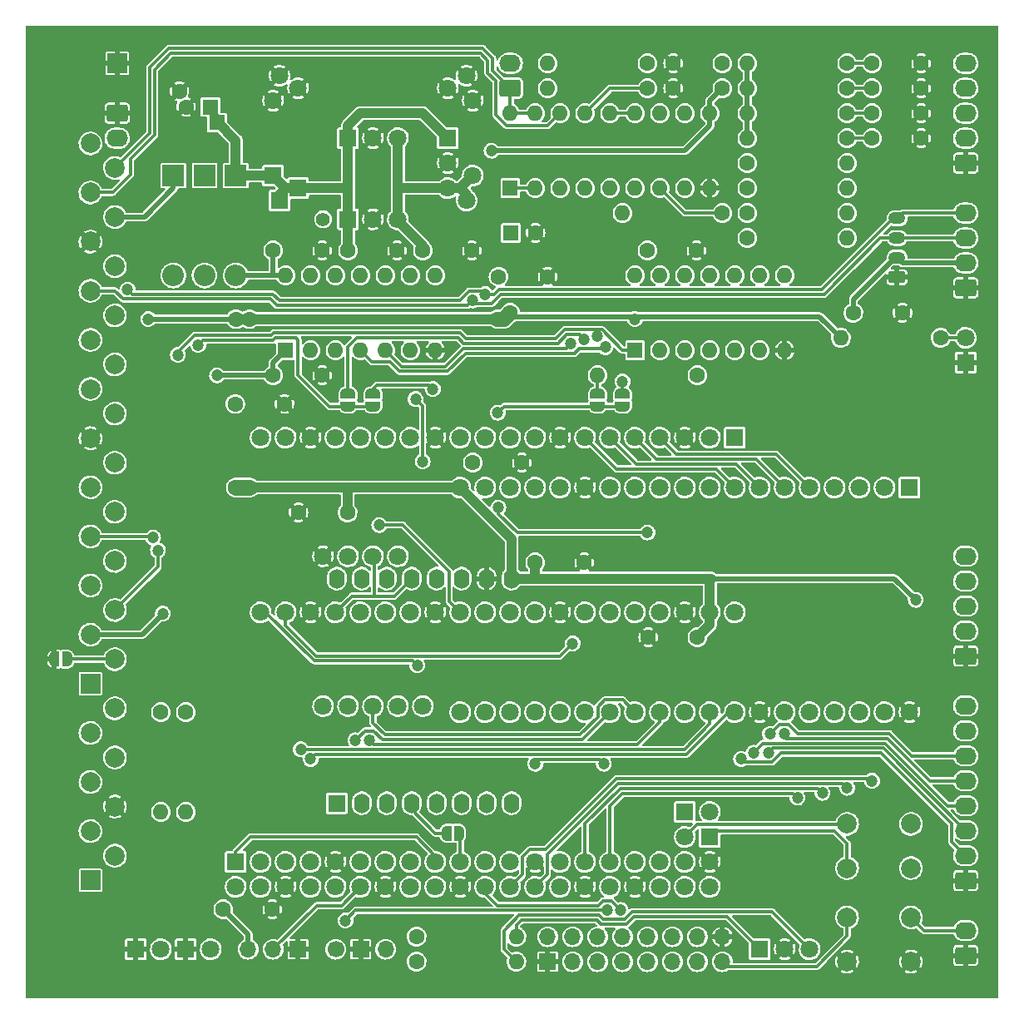
<source format=gbr>
%TF.GenerationSoftware,KiCad,Pcbnew,(6.0.9)*%
%TF.CreationDate,2022-12-06T19:52:46+01:00*%
%TF.ProjectId,SEU-M_1.04,5345552d-4d5f-4312-9e30-342e6b696361,1.04*%
%TF.SameCoordinates,Original*%
%TF.FileFunction,Copper,L2,Bot*%
%TF.FilePolarity,Positive*%
%FSLAX46Y46*%
G04 Gerber Fmt 4.6, Leading zero omitted, Abs format (unit mm)*
G04 Created by KiCad (PCBNEW (6.0.9)) date 2022-12-06 19:52:46*
%MOMM*%
%LPD*%
G01*
G04 APERTURE LIST*
G04 Aperture macros list*
%AMRoundRect*
0 Rectangle with rounded corners*
0 $1 Rounding radius*
0 $2 $3 $4 $5 $6 $7 $8 $9 X,Y pos of 4 corners*
0 Add a 4 corners polygon primitive as box body*
4,1,4,$2,$3,$4,$5,$6,$7,$8,$9,$2,$3,0*
0 Add four circle primitives for the rounded corners*
1,1,$1+$1,$2,$3*
1,1,$1+$1,$4,$5*
1,1,$1+$1,$6,$7*
1,1,$1+$1,$8,$9*
0 Add four rect primitives between the rounded corners*
20,1,$1+$1,$2,$3,$4,$5,0*
20,1,$1+$1,$4,$5,$6,$7,0*
20,1,$1+$1,$6,$7,$8,$9,0*
20,1,$1+$1,$8,$9,$2,$3,0*%
%AMFreePoly0*
4,1,22,0.500000,-0.750000,0.000000,-0.750000,0.000000,-0.745033,-0.079941,-0.743568,-0.215256,-0.701293,-0.333266,-0.622738,-0.424486,-0.514219,-0.481581,-0.384460,-0.499164,-0.250000,-0.500000,-0.250000,-0.500000,0.250000,-0.499164,0.250000,-0.499963,0.256109,-0.478152,0.396186,-0.417904,0.524511,-0.324060,0.630769,-0.204165,0.706417,-0.067858,0.745374,0.000000,0.744959,0.000000,0.750000,
0.500000,0.750000,0.500000,-0.750000,0.500000,-0.750000,$1*%
%AMFreePoly1*
4,1,20,0.000000,0.744959,0.073905,0.744508,0.209726,0.703889,0.328688,0.626782,0.421226,0.519385,0.479903,0.390333,0.500000,0.250000,0.500000,-0.250000,0.499851,-0.262216,0.476331,-0.402017,0.414519,-0.529596,0.319384,-0.634700,0.198574,-0.708877,0.061801,-0.746166,0.000000,-0.745033,0.000000,-0.750000,-0.500000,-0.750000,-0.500000,0.750000,0.000000,0.750000,0.000000,0.744959,
0.000000,0.744959,$1*%
G04 Aperture macros list end*
%TA.AperFunction,ComponentPad*%
%ADD10C,1.400000*%
%TD*%
%TA.AperFunction,ComponentPad*%
%ADD11R,1.800000X1.800000*%
%TD*%
%TA.AperFunction,ComponentPad*%
%ADD12C,1.800000*%
%TD*%
%TA.AperFunction,ComponentPad*%
%ADD13C,3.800000*%
%TD*%
%TA.AperFunction,ComponentPad*%
%ADD14C,2.400000*%
%TD*%
%TA.AperFunction,HeatsinkPad*%
%ADD15C,3.200000*%
%TD*%
%TA.AperFunction,ComponentPad*%
%ADD16C,2.000000*%
%TD*%
%TA.AperFunction,ComponentPad*%
%ADD17R,1.700000X1.700000*%
%TD*%
%TA.AperFunction,ComponentPad*%
%ADD18O,1.700000X1.700000*%
%TD*%
%TA.AperFunction,ComponentPad*%
%ADD19C,1.600000*%
%TD*%
%TA.AperFunction,ComponentPad*%
%ADD20RoundRect,0.250000X0.625000X-0.350000X0.625000X0.350000X-0.625000X0.350000X-0.625000X-0.350000X0*%
%TD*%
%TA.AperFunction,ComponentPad*%
%ADD21O,1.750000X1.200000*%
%TD*%
%TA.AperFunction,ComponentPad*%
%ADD22R,2.000000X2.000000*%
%TD*%
%TA.AperFunction,ComponentPad*%
%ADD23C,3.600000*%
%TD*%
%TA.AperFunction,ComponentPad*%
%ADD24O,1.600000X1.600000*%
%TD*%
%TA.AperFunction,ComponentPad*%
%ADD25R,1.600000X1.600000*%
%TD*%
%TA.AperFunction,ComponentPad*%
%ADD26R,2.200000X2.200000*%
%TD*%
%TA.AperFunction,ComponentPad*%
%ADD27O,2.200000X2.200000*%
%TD*%
%TA.AperFunction,ComponentPad*%
%ADD28C,1.700000*%
%TD*%
%TA.AperFunction,ComponentPad*%
%ADD29O,1.600000X2.000000*%
%TD*%
%TA.AperFunction,ComponentPad*%
%ADD30RoundRect,0.250000X-0.845000X0.620000X-0.845000X-0.620000X0.845000X-0.620000X0.845000X0.620000X0*%
%TD*%
%TA.AperFunction,ComponentPad*%
%ADD31O,2.190000X1.740000*%
%TD*%
%TA.AperFunction,ComponentPad*%
%ADD32RoundRect,0.250000X0.845000X-0.620000X0.845000X0.620000X-0.845000X0.620000X-0.845000X-0.620000X0*%
%TD*%
%TA.AperFunction,SMDPad,CuDef*%
%ADD33FreePoly0,270.000000*%
%TD*%
%TA.AperFunction,SMDPad,CuDef*%
%ADD34FreePoly1,270.000000*%
%TD*%
%TA.AperFunction,SMDPad,CuDef*%
%ADD35FreePoly0,180.000000*%
%TD*%
%TA.AperFunction,SMDPad,CuDef*%
%ADD36FreePoly1,180.000000*%
%TD*%
%TA.AperFunction,ViaPad*%
%ADD37C,1.200000*%
%TD*%
%TA.AperFunction,ViaPad*%
%ADD38C,3.200000*%
%TD*%
%TA.AperFunction,ViaPad*%
%ADD39C,3.700000*%
%TD*%
%TA.AperFunction,ViaPad*%
%ADD40C,1.600000*%
%TD*%
%TA.AperFunction,Conductor*%
%ADD41C,1.000000*%
%TD*%
%TA.AperFunction,Conductor*%
%ADD42C,1.600000*%
%TD*%
%TA.AperFunction,Conductor*%
%ADD43C,0.300000*%
%TD*%
%TA.AperFunction,Conductor*%
%ADD44C,0.500000*%
%TD*%
%TA.AperFunction,Conductor*%
%ADD45C,1.500000*%
%TD*%
G04 APERTURE END LIST*
D10*
%TO.P,M6,*%
%TO.N,*%
X107950000Y-53975000D03*
D11*
%TO.P,M6,1,IN*%
%TO.N,VDD*%
X110490000Y-45720000D03*
X110490000Y-53975000D03*
X102870000Y-49530000D03*
X103505000Y-52070000D03*
X120650000Y-45720000D03*
X105410000Y-50800000D03*
D12*
%TO.P,M6,2,GND*%
%TO.N,GND*%
X102870000Y-41910000D03*
X120650000Y-48260000D03*
X122555000Y-39370000D03*
X113030000Y-45720000D03*
X113030000Y-53975000D03*
X123190000Y-41910000D03*
X120650000Y-40640000D03*
X105410000Y-40640000D03*
X103505000Y-39370000D03*
D13*
X113030000Y-40005000D03*
D12*
%TO.P,M6,3,OUT*%
%TO.N,+5V*%
X123190000Y-49530000D03*
X115570000Y-45720000D03*
X122555000Y-52070000D03*
X115570000Y-53975000D03*
X120650000Y-50800000D03*
%TD*%
%TO.P,M4,1,G33*%
%TO.N,txd*%
X107950000Y-103520000D03*
%TO.P,M4,2,G23*%
%TO.N,rxd*%
X110490000Y-103520000D03*
%TO.P,M4,3,G19*%
%TO.N,polarity*%
X113030000Y-103520000D03*
%TO.P,M4,4,G22*%
%TO.N,power_relais*%
X115570000Y-103520000D03*
%TO.P,M4,5,3V3*%
%TO.N,unconnected-(M4-Pad5)*%
X118110000Y-103520000D03*
%TO.P,M4,7,G21*%
%TO.N,I2C_SCL*%
X115570000Y-88280000D03*
%TO.P,M4,8,G25*%
%TO.N,I2C_SDA*%
X113030000Y-88280000D03*
%TO.P,M4,9,+5V*%
%TO.N,+5V*%
X110490000Y-88280000D03*
%TO.P,M4,10,GND*%
%TO.N,GND*%
X107950000Y-88280000D03*
D14*
X115570000Y-95900000D03*
%TD*%
D11*
%TO.P,M2,1,GPIO0*%
%TO.N,unconnected-(M2-Pad1)*%
X149860000Y-76200000D03*
D12*
%TO.P,M2,2,GPIO1*%
%TO.N,unconnected-(M2-Pad2)*%
X147320000Y-76200000D03*
%TO.P,M2,3,GND*%
%TO.N,GND*%
X144780000Y-76200000D03*
%TO.P,M2,4,GPIO2*%
%TO.N,btn1*%
X142240000Y-76200000D03*
%TO.P,M2,5,GPIO3*%
%TO.N,btn2*%
X139700000Y-76200000D03*
%TO.P,M2,6,GPIO4*%
%TO.N,btn3*%
X137160000Y-76200000D03*
%TO.P,M2,7,GPIO5*%
%TO.N,btn4*%
X134620000Y-76200000D03*
%TO.P,M2,8,GND*%
%TO.N,GND*%
X132080000Y-76200000D03*
%TO.P,M2,9,GPIO6*%
%TO.N,unconnected-(M2-Pad9)*%
X129540000Y-76200000D03*
%TO.P,M2,10,GPIO7*%
%TO.N,unconnected-(M2-Pad10)*%
X127000000Y-76200000D03*
%TO.P,M2,11,GPIO8*%
%TO.N,unconnected-(M2-Pad11)*%
X124460000Y-76200000D03*
%TO.P,M2,12,GPIO9*%
%TO.N,unconnected-(M2-Pad12)*%
X121920000Y-76200000D03*
%TO.P,M2,13,GND*%
%TO.N,GND*%
X119380000Y-76200000D03*
%TO.P,M2,14,GPIO10*%
%TO.N,unconnected-(M2-Pad14)*%
X116840000Y-76200000D03*
%TO.P,M2,15,GPIO11*%
%TO.N,unconnected-(M2-Pad15)*%
X114300000Y-76200000D03*
%TO.P,M2,16,GPIO12*%
%TO.N,unconnected-(M2-Pad16)*%
X111760000Y-76200000D03*
%TO.P,M2,17,GPIO13*%
%TO.N,unconnected-(M2-Pad17)*%
X109220000Y-76200000D03*
%TO.P,M2,18,GND*%
%TO.N,GND*%
X106680000Y-76200000D03*
%TO.P,M2,19,GPIO14*%
%TO.N,unconnected-(M2-Pad19)*%
X104140000Y-76200000D03*
%TO.P,M2,20,GPIO15*%
%TO.N,unconnected-(M2-Pad20)*%
X101600000Y-76200000D03*
%TO.P,M2,21,GPIO16*%
%TO.N,power_relais*%
X101600000Y-93980000D03*
%TO.P,M2,22,GPIO17*%
%TO.N,aux_relais*%
X104140000Y-93980000D03*
%TO.P,M2,23,GND*%
%TO.N,GND*%
X106680000Y-93980000D03*
%TO.P,M2,24,GPIO18*%
%TO.N,I2C_SDA*%
X109220000Y-93980000D03*
%TO.P,M2,25,GPIO19*%
%TO.N,I2C_SCL*%
X111760000Y-93980000D03*
%TO.P,M2,26,GPIO20*%
%TO.N,txd*%
X114300000Y-93980000D03*
%TO.P,M2,27,GPIO21*%
%TO.N,rxd*%
X116840000Y-93980000D03*
%TO.P,M2,28,GND*%
%TO.N,GND*%
X119380000Y-93980000D03*
%TO.P,M2,29,GPIO22*%
%TO.N,polarity*%
X121920000Y-93980000D03*
%TO.P,M2,30,RUN*%
%TO.N,unconnected-(M2-Pad30)*%
X124460000Y-93980000D03*
%TO.P,M2,31,GPIO26_ADC0*%
%TO.N,unconnected-(M2-Pad31)*%
X127000000Y-93980000D03*
%TO.P,M2,32,GPIO27_ADC1*%
%TO.N,unconnected-(M2-Pad32)*%
X129540000Y-93980000D03*
%TO.P,M2,33,AGND*%
%TO.N,GND*%
X132080000Y-93980000D03*
%TO.P,M2,34,GPIO28_ADC2*%
%TO.N,unconnected-(M2-Pad34)*%
X134620000Y-93980000D03*
%TO.P,M2,35,ADC_VREF*%
%TO.N,unconnected-(M2-Pad35)*%
X137160000Y-93980000D03*
%TO.P,M2,36,3V3*%
%TO.N,unconnected-(M2-Pad36)*%
X139700000Y-93980000D03*
%TO.P,M2,37,3V3_EN*%
%TO.N,unconnected-(M2-Pad37)*%
X142240000Y-93980000D03*
%TO.P,M2,38,GND*%
%TO.N,GND*%
X144780000Y-93980000D03*
%TO.P,M2,39,VSYS*%
%TO.N,+5V*%
X147320000Y-93980000D03*
%TO.P,M2,40,VBUS*%
%TO.N,unconnected-(M2-Pad40)*%
X149860000Y-93980000D03*
%TD*%
D11*
%TO.P,M1,1,+3.3V_1*%
%TO.N,+3.3V*%
X99060000Y-119380000D03*
D12*
%TO.P,M1,2,+5V_1*%
%TO.N,+5V*%
X99060000Y-121920000D03*
%TO.P,M1,3,GPIO_2/[I2C]_SDA*%
%TO.N,I2C_SDA*%
X101600000Y-119380000D03*
%TO.P,M1,4,+5V_2*%
%TO.N,+5V*%
X101600000Y-121920000D03*
%TO.P,M1,5,GPIO_3/[I2C]_SCL*%
%TO.N,I2C_SCL*%
X104140000Y-119380000D03*
D15*
%TO.P,M1,6,GND_1*%
%TO.N,GND*%
X94190000Y-97960000D03*
X152190000Y-97960000D03*
X152190000Y-120960000D03*
D12*
X104140000Y-121920000D03*
D15*
X94190000Y-120960000D03*
D12*
%TO.P,M1,7,GPIO_4/GPCLK0*%
%TO.N,x1*%
X106680000Y-119380000D03*
%TO.P,M1,8,GPIO_14/[UART]_TXD0*%
%TO.N,uart_txd*%
X106680000Y-121920000D03*
%TO.P,M1,9,GND_2*%
%TO.N,GND*%
X109220000Y-119380000D03*
%TO.P,M1,10,GPIO_15/[UART]_RXD0*%
%TO.N,uart_rxd*%
X109220000Y-121920000D03*
%TO.P,M1,11,GPIO_17/SPI1_CS1*%
%TO.N,txd*%
X111760000Y-119380000D03*
%TO.P,M1,12,GPIO_18/PWM0/SPI1_CS0*%
%TO.N,NEO*%
X111760000Y-121920000D03*
%TO.P,M1,13,GPIO27*%
%TO.N,rxd*%
X114300000Y-119380000D03*
%TO.P,M1,14,GND_3*%
%TO.N,GND*%
X114300000Y-121920000D03*
%TO.P,M1,15,GPIO_22*%
%TO.N,polarity*%
X116840000Y-119380000D03*
%TO.P,M1,16,GPIO_23*%
%TO.N,LED-R*%
X116840000Y-121920000D03*
%TO.P,M1,17,+3.3V_2*%
%TO.N,+3.3V*%
X119380000Y-119380000D03*
%TO.P,M1,18,GPIO_24*%
%TO.N,LED-G*%
X119380000Y-121920000D03*
%TO.P,M1,19,GPIO_10/SPI0_MOSI*%
%TO.N,/NSW*%
X121920000Y-119380000D03*
%TO.P,M1,20,GND_4*%
%TO.N,GND*%
X121920000Y-121920000D03*
%TO.P,M1,21,GPIO_9/SPI0_MISO*%
%TO.N,power_relais*%
X124460000Y-119380000D03*
%TO.P,M1,22,GPIO_25*%
%TO.N,x2*%
X124460000Y-121920000D03*
%TO.P,M1,23,GPIO_11/SPI0_SCLK*%
%TO.N,aux_relais*%
X127000000Y-119380000D03*
%TO.P,M1,24,GPIO_8/SPI0_CE1_N*%
%TO.N,btn1*%
X127000000Y-121920000D03*
%TO.P,M1,25,GND_5*%
%TO.N,GND*%
X129540000Y-119380000D03*
%TO.P,M1,26,GPIO_7/SPI0_CE2_N*%
%TO.N,btn2*%
X129540000Y-121920000D03*
%TO.P,M1,27,DNC_1*%
%TO.N,unconnected-(M1-Pad27)*%
X132080000Y-119380000D03*
%TO.P,M1,28,DNC_2*%
%TO.N,unconnected-(M1-Pad28)*%
X132080000Y-121920000D03*
%TO.P,M1,29,GPIO5//GPCLK1*%
%TO.N,btn3*%
X134620000Y-119380000D03*
%TO.P,M1,30,GND_6*%
%TO.N,GND*%
X134620000Y-121920000D03*
%TO.P,M1,31,GPIO6/GPCLK2*%
%TO.N,btn4*%
X137160000Y-119380000D03*
%TO.P,M1,32,GPIO12/PWM0*%
%TO.N,x3*%
X137160000Y-121920000D03*
%TO.P,M1,33,GPIO13/PWM1*%
%TO.N,x4*%
X139700000Y-119380000D03*
%TO.P,M1,34,GND_7*%
%TO.N,GND*%
X139700000Y-121920000D03*
%TO.P,M1,35,GPIO19/SPI0_MISO1/PWM1*%
%TO.N,x6*%
X142240000Y-119380000D03*
%TO.P,M1,36,GPIO16/SPI1_CS2*%
%TO.N,x5*%
X142240000Y-121920000D03*
%TO.P,M1,37,GPIO26*%
%TO.N,x8*%
X144780000Y-119380000D03*
%TO.P,M1,38,GPIO20/SPI0_MOSI1*%
%TO.N,x7*%
X144780000Y-121920000D03*
%TO.P,M1,39,GND_8*%
%TO.N,GND*%
X147320000Y-119380000D03*
%TO.P,M1,40,GPIO21/SPI0_SCLK1*%
%TO.N,off*%
X147320000Y-121920000D03*
D11*
%TO.P,M1,41,RUN_1*%
%TO.N,Net-(M1-Pad41)*%
X147320000Y-116840000D03*
D12*
%TO.P,M1,42,RUN_2*%
%TO.N,Net-(M1-Pad42)*%
X144780000Y-116840000D03*
D11*
%TO.P,M1,43,TV_+*%
%TO.N,unconnected-(M1-Pad43)*%
X144780000Y-114300000D03*
D12*
%TO.P,M1,44,TV_-*%
%TO.N,unconnected-(M1-Pad44)*%
X147320000Y-114300000D03*
%TD*%
D11*
%TO.P,D4,1,A1*%
%TO.N,Net-(D4-Pad1)*%
X152400000Y-128270000D03*
D12*
%TO.P,D4,2,K*%
%TO.N,GND*%
X154940000Y-128270000D03*
%TO.P,D4,3,A2*%
%TO.N,Net-(D4-Pad3)*%
X157480000Y-128270000D03*
%TD*%
D16*
%TO.P,SW2,1,1*%
%TO.N,Net-(M1-Pad41)*%
X161290000Y-120015000D03*
X167790000Y-120015000D03*
%TO.P,SW2,2,2*%
%TO.N,Net-(M1-Pad42)*%
X161290000Y-115515000D03*
X167790000Y-115515000D03*
%TD*%
D11*
%TO.P,D6,1,KA*%
%TO.N,GND*%
X93980000Y-128270000D03*
D12*
%TO.P,D6,2,AK*%
%TO.N,Net-(D6-Pad2)*%
X96520000Y-128270000D03*
%TD*%
D17*
%TO.P,J13,1,Pin_1*%
%TO.N,GND*%
X105410000Y-128270000D03*
D18*
%TO.P,J13,2,Pin_2*%
%TO.N,NEO*%
X102870000Y-128270000D03*
%TO.P,J13,3,Pin_3*%
%TO.N,+5V*%
X100330000Y-128270000D03*
%TD*%
D16*
%TO.P,SW1,2,2*%
%TO.N,off*%
X161290000Y-125040000D03*
X167790000Y-125040000D03*
%TO.P,SW1,1,1*%
%TO.N,GND*%
X167790000Y-129540000D03*
X161290000Y-129540000D03*
%TD*%
D19*
%TO.P,C11,1*%
%TO.N,+5V*%
X97790000Y-124206000D03*
%TO.P,C11,2*%
%TO.N,GND*%
X102790000Y-124206000D03*
%TD*%
D20*
%TO.P,J2,1,Pin_1*%
%TO.N,GND*%
X166370000Y-59880000D03*
D21*
%TO.P,J2,2,Pin_2*%
%TO.N,+5V*%
X166370000Y-57880000D03*
%TO.P,J2,3,Pin_3*%
%TO.N,I2C_SDA*%
X166370000Y-55880000D03*
%TO.P,J2,4,Pin_4*%
%TO.N,I2C_SCL*%
X166370000Y-53880000D03*
%TD*%
D22*
%TO.P,J1,1,Pin_1*%
%TO.N,unconnected-(J1-Pad1)*%
X84270000Y-121250000D03*
D16*
%TO.P,J1,2,Pin_2*%
%TO.N,AGT_A*%
X86770000Y-118750000D03*
%TO.P,J1,3,Pin_3*%
%TO.N,AGT_B*%
X84270000Y-116250000D03*
D23*
%TO.P,J1,4,Pin_4*%
%TO.N,GND*%
X81770000Y-126250000D03*
X81770000Y-41250000D03*
D16*
X86770000Y-113750000D03*
%TO.P,J1,5,Pin_5*%
%TO.N,unconnected-(J1-Pad5)*%
X84270000Y-111250000D03*
%TO.P,J1,6,Pin_6*%
%TO.N,unconnected-(J1-Pad6)*%
X86770000Y-108750000D03*
%TO.P,J1,7,Pin_7*%
%TO.N,unconnected-(J1-Pad7)*%
X84270000Y-106250000D03*
%TO.P,J1,8,Pin_8*%
%TO.N,unconnected-(J1-Pad8)*%
X86770000Y-103750000D03*
D22*
%TO.P,J1,9,Pin_9*%
%TO.N,AGT_T+12V*%
X84270000Y-101250000D03*
D16*
%TO.P,J1,10,Pin_10*%
%TO.N,Net-(J1-Pad10)*%
X86770000Y-98750000D03*
%TO.P,J1,11,Pin_11*%
%TO.N,AGT_T-12V*%
X84270000Y-96250000D03*
%TO.P,J1,12,Pin_12*%
%TO.N,AGT_RXD*%
X86770000Y-93750000D03*
%TO.P,J1,13,Pin_13*%
%TO.N,unconnected-(J1-Pad13)*%
X84270000Y-91250000D03*
%TO.P,J1,14,Pin_14*%
%TO.N,unconnected-(J1-Pad14)*%
X86770000Y-88750000D03*
%TO.P,J1,15,Pin_15*%
%TO.N,AGT_TXD*%
X84270000Y-86250000D03*
%TO.P,J1,16,Pin_16*%
%TO.N,unconnected-(J1-Pad16)*%
X86770000Y-83750000D03*
%TO.P,J1,17,Pin_17*%
%TO.N,AGT_B+12V*%
X84270000Y-81250000D03*
%TO.P,J1,18,Pin_18*%
%TO.N,unconnected-(J1-Pad18)*%
X86770000Y-78750000D03*
%TO.P,J1,19,Pin_19*%
%TO.N,GND*%
X84270000Y-76250000D03*
%TO.P,J1,20,Pin_20*%
%TO.N,unconnected-(J1-Pad20)*%
X86770000Y-73750000D03*
%TO.P,J1,21,Pin_21*%
%TO.N,unconnected-(J1-Pad21)*%
X84270000Y-71250000D03*
%TO.P,J1,22,Pin_22*%
%TO.N,unconnected-(J1-Pad22)*%
X86770000Y-68750000D03*
%TO.P,J1,23,Pin_23*%
%TO.N,unconnected-(J1-Pad23)*%
X84270000Y-66250000D03*
%TO.P,J1,24,Pin_24*%
%TO.N,I2C_SCL*%
X86770000Y-63750000D03*
%TO.P,J1,25,Pin_25*%
%TO.N,I2C_SDA*%
X84270000Y-61250000D03*
%TO.P,J1,26,Pin_26*%
%TO.N,+5V*%
X86770000Y-58750000D03*
%TO.P,J1,27,Pin_27*%
%TO.N,GND*%
X84270000Y-56250000D03*
%TO.P,J1,28,Pin_28*%
%TO.N,VDD*%
X86770000Y-53750000D03*
%TO.P,J1,29,Pin_29*%
%TO.N,EXT_AUX_RELAIS*%
X84270000Y-51250000D03*
%TO.P,J1,30,Pin_30*%
%TO.N,EXT_POWER_RELAIS*%
X86770000Y-48750000D03*
%TO.P,J1,31,Pin_31*%
%TO.N,EXT_+20V*%
X84270000Y-46250000D03*
%TD*%
D19*
%TO.P,C3,1*%
%TO.N,Net-(C3-Pad1)*%
X163830000Y-43180000D03*
%TO.P,C3,2*%
%TO.N,GND*%
X168830000Y-43180000D03*
%TD*%
%TO.P,R13,1*%
%TO.N,btn2*%
X151130000Y-50800000D03*
D24*
%TO.P,R13,2*%
%TO.N,Net-(C3-Pad1)*%
X161290000Y-50800000D03*
%TD*%
D25*
%TO.P,U1,1,I1*%
%TO.N,power_relais*%
X127000000Y-50800000D03*
D24*
%TO.P,U1,2,I2*%
X129540000Y-50800000D03*
%TO.P,U1,3,I3*%
%TO.N,aux_relais*%
X132080000Y-50800000D03*
%TO.P,U1,4,I4*%
%TO.N,txd*%
X134620000Y-50800000D03*
%TO.P,U1,5,I5*%
%TO.N,/nTXD*%
X137160000Y-50800000D03*
%TO.P,U1,6,I6*%
%TO.N,polarity*%
X139700000Y-50800000D03*
%TO.P,U1,7,I7*%
%TO.N,Net-(R5-Pad1)*%
X142240000Y-50800000D03*
%TO.P,U1,8,I8*%
%TO.N,/nAGT_RXD*%
X144780000Y-50800000D03*
%TO.P,U1,9,GND*%
%TO.N,GND*%
X147320000Y-50800000D03*
%TO.P,U1,10,COM*%
%TO.N,VDD*%
X147320000Y-43180000D03*
%TO.P,U1,11,O8*%
%TO.N,Net-(JP5-Pad1)*%
X144780000Y-43180000D03*
%TO.P,U1,12,O7*%
%TO.N,/nAGT_RXD*%
X142240000Y-43180000D03*
%TO.P,U1,13,O6*%
%TO.N,Net-(JP4-Pad1)*%
X139700000Y-43180000D03*
%TO.P,U1,14,O5*%
X137160000Y-43180000D03*
%TO.P,U1,15,O4*%
%TO.N,/nTXD*%
X134620000Y-43180000D03*
%TO.P,U1,16,O3*%
%TO.N,EXT_AUX_RELAIS*%
X132080000Y-43180000D03*
%TO.P,U1,17,O2*%
%TO.N,EXT_POWER_RELAIS*%
X129540000Y-43180000D03*
%TO.P,U1,18,O1*%
X127000000Y-43180000D03*
%TD*%
D19*
%TO.P,C2,1*%
%TO.N,Net-(C2-Pad1)*%
X163830000Y-40640000D03*
%TO.P,C2,2*%
%TO.N,GND*%
X168830000Y-40640000D03*
%TD*%
%TO.P,R11,1*%
%TO.N,btn4*%
X151130000Y-55880000D03*
D24*
%TO.P,R11,2*%
%TO.N,Net-(C1-Pad1)*%
X161290000Y-55880000D03*
%TD*%
D19*
%TO.P,C19,1*%
%TO.N,GND*%
X130810000Y-59817000D03*
%TO.P,C19,2*%
%TO.N,+5V*%
X125810000Y-59817000D03*
%TD*%
D26*
%TO.P,D3,1,K*%
%TO.N,VDD*%
X92710000Y-49530000D03*
D27*
%TO.P,D3,2,A*%
%TO.N,EXT_+20V*%
X92710000Y-59690000D03*
%TD*%
D19*
%TO.P,C12,1*%
%TO.N,VDD*%
X148590000Y-40640000D03*
%TO.P,C12,2*%
%TO.N,GND*%
X143590000Y-40640000D03*
%TD*%
%TO.P,C1,1*%
%TO.N,Net-(C1-Pad1)*%
X163830000Y-38100000D03*
%TO.P,C1,2*%
%TO.N,GND*%
X168830000Y-38100000D03*
%TD*%
D22*
%TO.P,J6,1,Pin_1*%
%TO.N,GND*%
X86995000Y-38100000D03*
%TD*%
D18*
%TO.P,J8,3,Pin_3*%
%TO.N,uart_rxd*%
X114315000Y-128270000D03*
D17*
%TO.P,J8,2,Pin_2*%
%TO.N,GND*%
X111775000Y-128270000D03*
D28*
%TO.P,J8,1,Pin_1*%
%TO.N,uart_txd*%
X109235000Y-128270000D03*
%TD*%
D19*
%TO.P,C16,1*%
%TO.N,GND*%
X145970000Y-57150000D03*
%TO.P,C16,2*%
%TO.N,+5V*%
X140970000Y-57150000D03*
%TD*%
D11*
%TO.P,M5,1,~{RST}*%
%TO.N,unconnected-(M5-Pad1)*%
X109347000Y-113411000D03*
D29*
%TO.P,M5,2,A0*%
%TO.N,unconnected-(M5-Pad2)*%
X111887000Y-113411000D03*
%TO.P,M5,3,D0*%
%TO.N,txd*%
X114427000Y-113411000D03*
%TO.P,M5,4,SCK/D5*%
%TO.N,rxd*%
X116967000Y-113411000D03*
%TO.P,M5,5,MISO/D6*%
%TO.N,polarity*%
X119507000Y-113411000D03*
%TO.P,M5,6,MOSI/D7*%
%TO.N,power_relais*%
X122047000Y-113411000D03*
%TO.P,M5,7,CS/D8*%
%TO.N,aux_relais*%
X124587000Y-113411000D03*
%TO.P,M5,8,3V3*%
%TO.N,unconnected-(M5-Pad8)*%
X127127000Y-113411000D03*
%TO.P,M5,9,5V*%
%TO.N,+5V*%
X127127000Y-90551000D03*
%TO.P,M5,10,GND*%
%TO.N,GND*%
X124587000Y-90551000D03*
%TO.P,M5,11,D4*%
%TO.N,unconnected-(M5-Pad11)*%
X122047000Y-90551000D03*
%TO.P,M5,12,D3*%
%TO.N,btn1*%
X119507000Y-90551000D03*
%TO.P,M5,13,SDA/D2*%
%TO.N,I2C_SDA*%
X116967000Y-90551000D03*
%TO.P,M5,14,SCL/D1*%
%TO.N,I2C_SCL*%
X114427000Y-90551000D03*
%TO.P,M5,15,RX*%
%TO.N,unconnected-(M5-Pad15)*%
X111887000Y-90551000D03*
%TO.P,M5,16,TX*%
%TO.N,unconnected-(M5-Pad16)*%
X109347000Y-90551000D03*
%TD*%
D19*
%TO.P,R12,1*%
%TO.N,btn3*%
X151130000Y-53340000D03*
D24*
%TO.P,R12,2*%
%TO.N,Net-(C2-Pad1)*%
X161290000Y-53340000D03*
%TD*%
D19*
%TO.P,C20,1*%
%TO.N,+5V*%
X129540000Y-88900000D03*
%TO.P,C20,2*%
%TO.N,GND*%
X134540000Y-88900000D03*
%TD*%
%TO.P,R17,1*%
%TO.N,Net-(D7-Pad2)*%
X170815000Y-66040000D03*
D24*
%TO.P,R17,2*%
%TO.N,+5V*%
X160655000Y-66040000D03*
%TD*%
D19*
%TO.P,C4,1*%
%TO.N,Net-(C4-Pad1)*%
X163830000Y-45720000D03*
%TO.P,C4,2*%
%TO.N,GND*%
X168830000Y-45720000D03*
%TD*%
%TO.P,R3,1*%
%TO.N,Net-(C3-Pad1)*%
X161290000Y-43180000D03*
D24*
%TO.P,R3,2*%
%TO.N,+5V*%
X151130000Y-43180000D03*
%TD*%
D30*
%TO.P,J12,1,Pin_1*%
%TO.N,GND*%
X86995000Y-43180000D03*
D31*
%TO.P,J12,2,Pin_2*%
%TO.N,EXT_+20V*%
X86995000Y-45720000D03*
%TD*%
D19*
%TO.P,R2,1*%
%TO.N,Net-(C2-Pad1)*%
X161290000Y-40640000D03*
D24*
%TO.P,R2,2*%
%TO.N,+5V*%
X151130000Y-40640000D03*
%TD*%
D32*
%TO.P,J10,1,Pin_1*%
%TO.N,GND*%
X173355000Y-121285000D03*
D31*
%TO.P,J10,2,Pin_2*%
%TO.N,txd*%
X173355000Y-118745000D03*
%TO.P,J10,3,Pin_3*%
%TO.N,rxd*%
X173355000Y-116205000D03*
%TO.P,J10,4,Pin_4*%
%TO.N,polarity*%
X173355000Y-113665000D03*
%TO.P,J10,5,Pin_5*%
%TO.N,power_relais*%
X173355000Y-111125000D03*
%TO.P,J10,6,Pin_6*%
%TO.N,aux_relais*%
X173355000Y-108585000D03*
%TO.P,J10,7,Pin_7*%
%TO.N,unconnected-(J10-Pad7)*%
X173355000Y-106045000D03*
%TO.P,J10,8,Pin_8*%
%TO.N,+5V*%
X173355000Y-103505000D03*
%TD*%
D19*
%TO.P,C13,1*%
%TO.N,AGT_T+12V*%
X102870000Y-57150000D03*
%TO.P,C13,2*%
%TO.N,GND*%
X107870000Y-57150000D03*
%TD*%
D17*
%TO.P,J5,1,Pin_1*%
%TO.N,GND*%
X130810000Y-129540000D03*
D18*
%TO.P,J5,2,Pin_2*%
%TO.N,+3.3V*%
X130810000Y-127000000D03*
%TO.P,J5,3,Pin_3*%
%TO.N,btn1*%
X133350000Y-129540000D03*
%TO.P,J5,4,Pin_4*%
%TO.N,btn2*%
X133350000Y-127000000D03*
%TO.P,J5,5,Pin_5*%
%TO.N,btn3*%
X135890000Y-129540000D03*
%TO.P,J5,6,Pin_6*%
%TO.N,btn4*%
X135890000Y-127000000D03*
%TO.P,J5,7,Pin_7*%
%TO.N,x1*%
X138430000Y-129540000D03*
%TO.P,J5,8,Pin_8*%
%TO.N,x2*%
X138430000Y-127000000D03*
%TO.P,J5,9,Pin_9*%
%TO.N,x3*%
X140970000Y-129540000D03*
%TO.P,J5,10,Pin_10*%
%TO.N,x4*%
X140970000Y-127000000D03*
%TO.P,J5,11,Pin_11*%
%TO.N,x5*%
X143510000Y-129540000D03*
%TO.P,J5,12,Pin_12*%
%TO.N,x6*%
X143510000Y-127000000D03*
%TO.P,J5,13,Pin_13*%
%TO.N,x7*%
X146050000Y-129540000D03*
%TO.P,J5,14,Pin_14*%
%TO.N,x8*%
X146050000Y-127000000D03*
%TO.P,J5,15,Pin_15*%
%TO.N,off*%
X148590000Y-129540000D03*
%TO.P,J5,16,Pin_16*%
%TO.N,GND*%
X148590000Y-127000000D03*
%TD*%
D32*
%TO.P,J4,1,Pin_1*%
%TO.N,GND*%
X173355000Y-48260000D03*
D31*
%TO.P,J4,2,Pin_2*%
%TO.N,Net-(C4-Pad1)*%
X173355000Y-45720000D03*
%TO.P,J4,3,Pin_3*%
%TO.N,Net-(C3-Pad1)*%
X173355000Y-43180000D03*
%TO.P,J4,4,Pin_4*%
%TO.N,Net-(C2-Pad1)*%
X173355000Y-40640000D03*
%TO.P,J4,5,Pin_5*%
%TO.N,Net-(C1-Pad1)*%
X173355000Y-38100000D03*
%TD*%
D32*
%TO.P,J11,1,Pin_1*%
%TO.N,GND*%
X173355000Y-98425000D03*
D31*
%TO.P,J11,2,Pin_2*%
%TO.N,unconnected-(J11-Pad2)*%
X173355000Y-95885000D03*
%TO.P,J11,3,Pin_3*%
%TO.N,unconnected-(J11-Pad3)*%
X173355000Y-93345000D03*
%TO.P,J11,4,Pin_4*%
%TO.N,unconnected-(J11-Pad4)*%
X173355000Y-90805000D03*
%TO.P,J11,5,Pin_5*%
%TO.N,unconnected-(J11-Pad5)*%
X173355000Y-88265000D03*
%TD*%
D25*
%TO.P,U2,1,VCC-*%
%TO.N,AGT_T-12V*%
X104140000Y-67310000D03*
D24*
%TO.P,U2,2,1A*%
%TO.N,unconnected-(U2-Pad2)*%
X106680000Y-67310000D03*
%TO.P,U2,3,1Y*%
%TO.N,unconnected-(U2-Pad3)*%
X109220000Y-67310000D03*
%TO.P,U2,4,2A*%
%TO.N,polarity*%
X111760000Y-67310000D03*
%TO.P,U2,5,2B*%
%TO.N,txd*%
X114300000Y-67310000D03*
%TO.P,U2,6,2Y*%
%TO.N,Net-(JP3-Pad1)*%
X116840000Y-67310000D03*
%TO.P,U2,7,GND*%
%TO.N,GND*%
X119380000Y-67310000D03*
%TO.P,U2,8,3Y*%
%TO.N,unconnected-(U2-Pad8)*%
X119380000Y-59690000D03*
%TO.P,U2,9,3A*%
%TO.N,unconnected-(U2-Pad9)*%
X116840000Y-59690000D03*
%TO.P,U2,10,3B*%
%TO.N,unconnected-(U2-Pad10)*%
X114300000Y-59690000D03*
%TO.P,U2,11,4Y*%
%TO.N,unconnected-(U2-Pad11)*%
X111760000Y-59690000D03*
%TO.P,U2,12,4A*%
%TO.N,unconnected-(U2-Pad12)*%
X109220000Y-59690000D03*
%TO.P,U2,13,4B*%
%TO.N,unconnected-(U2-Pad13)*%
X106680000Y-59690000D03*
%TO.P,U2,14,VCC_+*%
%TO.N,AGT_T+12V*%
X104140000Y-59690000D03*
%TD*%
D19*
%TO.P,R10,1*%
%TO.N,LED-G*%
X117475000Y-129540000D03*
D24*
%TO.P,R10,2*%
%TO.N,Net-(D4-Pad3)*%
X127635000Y-129540000D03*
%TD*%
D11*
%TO.P,D5,1,KA*%
%TO.N,GND*%
X88900000Y-128270000D03*
D12*
%TO.P,D5,2,AK*%
%TO.N,Net-(D5-Pad2)*%
X91440000Y-128270000D03*
%TD*%
D19*
%TO.P,C14,1*%
%TO.N,+5V*%
X123190000Y-78740000D03*
%TO.P,C14,2*%
%TO.N,GND*%
X128190000Y-78740000D03*
%TD*%
%TO.P,C15,1*%
%TO.N,AGT_T-12V*%
X102870000Y-69850000D03*
%TO.P,C15,2*%
%TO.N,GND*%
X107870000Y-69850000D03*
%TD*%
%TO.P,R7,1*%
%TO.N,/nAGT_RXD*%
X140970000Y-38100000D03*
D24*
%TO.P,R7,2*%
%TO.N,+5V*%
X130810000Y-38100000D03*
%TD*%
D19*
%TO.P,R8,1*%
%TO.N,Net-(R8-Pad1)*%
X146050000Y-69850000D03*
D24*
%TO.P,R8,2*%
%TO.N,Net-(JP2-Pad1)*%
X135890000Y-69850000D03*
%TD*%
D19*
%TO.P,C17,1*%
%TO.N,GND*%
X141050000Y-96520000D03*
%TO.P,C17,2*%
%TO.N,+5V*%
X146050000Y-96520000D03*
%TD*%
%TO.P,C5,1*%
%TO.N,+5V*%
X148590000Y-38100000D03*
%TO.P,C5,2*%
%TO.N,GND*%
X143590000Y-38100000D03*
%TD*%
D26*
%TO.P,D2,1,K*%
%TO.N,VDD*%
X95885000Y-49530000D03*
D27*
%TO.P,D2,2,A*%
%TO.N,AGT_B+12V*%
X95885000Y-59690000D03*
%TD*%
D11*
%TO.P,M3,1,3V3*%
%TO.N,unconnected-(M3-Pad1)*%
X167640000Y-81280000D03*
D12*
%TO.P,M3,2,EN*%
%TO.N,unconnected-(M3-Pad2)*%
X165100000Y-81280000D03*
%TO.P,M3,3,SENSOR_VP*%
%TO.N,unconnected-(M3-Pad3)*%
X162560000Y-81280000D03*
%TO.P,M3,4,SENSOR_VN*%
%TO.N,unconnected-(M3-Pad4)*%
X160020000Y-81280000D03*
%TO.P,M3,5,IO34*%
%TO.N,btn1*%
X157480000Y-81280000D03*
%TO.P,M3,6,IO35*%
%TO.N,btn2*%
X154940000Y-81280000D03*
%TO.P,M3,7,IO32*%
%TO.N,btn3*%
X152400000Y-81280000D03*
%TO.P,M3,8,IO33*%
%TO.N,btn4*%
X149860000Y-81280000D03*
%TO.P,M3,9,IO25*%
%TO.N,unconnected-(M3-Pad9)*%
X147320000Y-81280000D03*
%TO.P,M3,10,IO26*%
%TO.N,unconnected-(M3-Pad10)*%
X144780000Y-81280000D03*
%TO.P,M3,11,IO27*%
%TO.N,unconnected-(M3-Pad11)*%
X142240000Y-81280000D03*
%TO.P,M3,12,IO14*%
%TO.N,unconnected-(M3-Pad12)*%
X139700000Y-81280000D03*
%TO.P,M3,13,IO12*%
%TO.N,unconnected-(M3-Pad13)*%
X137160000Y-81280000D03*
%TO.P,M3,14,GND1*%
%TO.N,GND*%
X134620000Y-81280000D03*
%TO.P,M3,15,IO13*%
%TO.N,unconnected-(M3-Pad15)*%
X132080000Y-81280000D03*
%TO.P,M3,16,SD2*%
%TO.N,unconnected-(M3-Pad16)*%
X129540000Y-81280000D03*
%TO.P,M3,17,SD3*%
%TO.N,unconnected-(M3-Pad17)*%
X127000000Y-81280000D03*
%TO.P,M3,18,CMD*%
%TO.N,unconnected-(M3-Pad18)*%
X124460000Y-81280000D03*
%TO.P,M3,19,EXT_5V*%
%TO.N,+5V*%
X121920000Y-81280000D03*
%TO.P,M3,20,GND3*%
%TO.N,GND*%
X167640000Y-104140000D03*
%TO.P,M3,21,IO23*%
%TO.N,unconnected-(M3-Pad21)*%
X165100000Y-104140000D03*
%TO.P,M3,22,IO22*%
%TO.N,unconnected-(M3-Pad22)*%
X162560000Y-104140000D03*
%TO.P,M3,23,TXD0*%
%TO.N,unconnected-(M3-Pad23)*%
X160020000Y-104140000D03*
%TO.P,M3,24,RXD0*%
%TO.N,unconnected-(M3-Pad24)*%
X157480000Y-104140000D03*
%TO.P,M3,25,IO21*%
%TO.N,unconnected-(M3-Pad25)*%
X154940000Y-104140000D03*
%TO.P,M3,26,GND2*%
%TO.N,GND*%
X152400000Y-104140000D03*
%TO.P,M3,27,IO19*%
%TO.N,I2C_SCL*%
X149860000Y-104140000D03*
%TO.P,M3,28,IO18*%
%TO.N,I2C_SDA*%
X147320000Y-104140000D03*
%TO.P,M3,29,IO5*%
%TO.N,aux_relais*%
X144780000Y-104140000D03*
%TO.P,M3,30,IO17*%
%TO.N,rxd*%
X142240000Y-104140000D03*
%TO.P,M3,31,IO16*%
%TO.N,polarity*%
X139700000Y-104140000D03*
%TO.P,M3,32,IO4*%
%TO.N,txd*%
X137160000Y-104140000D03*
%TO.P,M3,33,IO0*%
%TO.N,unconnected-(M3-Pad33)*%
X134620000Y-104140000D03*
%TO.P,M3,34,IO2*%
%TO.N,unconnected-(M3-Pad34)*%
X132080000Y-104140000D03*
%TO.P,M3,35,IO15*%
%TO.N,power_relais*%
X129540000Y-104140000D03*
%TO.P,M3,36,SD1*%
%TO.N,unconnected-(M3-Pad36)*%
X127000000Y-104140000D03*
%TO.P,M3,37,SD0*%
%TO.N,unconnected-(M3-Pad37)*%
X124460000Y-104140000D03*
%TO.P,M3,38,CLK*%
%TO.N,unconnected-(M3-Pad38)*%
X121920000Y-104140000D03*
%TD*%
D25*
%TO.P,C10,1*%
%TO.N,+5V*%
X127064888Y-55372000D03*
D19*
%TO.P,C10,2*%
%TO.N,GND*%
X129564888Y-55372000D03*
%TD*%
%TO.P,C9,1*%
%TO.N,+5V*%
X161925000Y-63500000D03*
%TO.P,C9,2*%
%TO.N,GND*%
X166925000Y-63500000D03*
%TD*%
%TO.P,C21,1*%
%TO.N,+5V*%
X110450000Y-83820000D03*
%TO.P,C21,2*%
%TO.N,GND*%
X105450000Y-83820000D03*
%TD*%
D26*
%TO.P,D1,1,K*%
%TO.N,VDD*%
X99060000Y-49530000D03*
D27*
%TO.P,D1,2,A*%
%TO.N,AGT_T+12V*%
X99060000Y-59690000D03*
%TD*%
D19*
%TO.P,R16,1*%
%TO.N,AGT_RXD*%
X93980000Y-104140000D03*
D24*
%TO.P,R16,2*%
%TO.N,Net-(D6-Pad2)*%
X93980000Y-114300000D03*
%TD*%
D32*
%TO.P,J3,1,Pin_1*%
%TO.N,GND*%
X173355000Y-60960000D03*
D31*
%TO.P,J3,2,Pin_2*%
%TO.N,+5V*%
X173355000Y-58420000D03*
%TO.P,J3,3,Pin_3*%
%TO.N,I2C_SDA*%
X173355000Y-55880000D03*
%TO.P,J3,4,Pin_4*%
%TO.N,I2C_SCL*%
X173355000Y-53340000D03*
%TD*%
D19*
%TO.P,R5,1*%
%TO.N,Net-(R5-Pad1)*%
X148590000Y-53340000D03*
D24*
%TO.P,R5,2*%
%TO.N,AGT_RXD*%
X138430000Y-53340000D03*
%TD*%
D32*
%TO.P,J7,1,Pin_1*%
%TO.N,GND*%
X173355000Y-128905000D03*
D31*
%TO.P,J7,2,Pin_2*%
%TO.N,off*%
X173355000Y-126365000D03*
%TD*%
D32*
%TO.P,J9,1,Pin_1*%
%TO.N,EXT_POWER_RELAIS*%
X127000000Y-40640000D03*
D31*
%TO.P,J9,2,Pin_2*%
%TO.N,+5V*%
X127000000Y-38100000D03*
%TD*%
D19*
%TO.P,R4,1*%
%TO.N,Net-(C4-Pad1)*%
X161290000Y-45720000D03*
D24*
%TO.P,R4,2*%
%TO.N,+5V*%
X151130000Y-45720000D03*
%TD*%
D19*
%TO.P,R15,1*%
%TO.N,AGT_TXD*%
X91440000Y-104140000D03*
D24*
%TO.P,R15,2*%
%TO.N,Net-(D5-Pad2)*%
X91440000Y-114300000D03*
%TD*%
D19*
%TO.P,R14,1*%
%TO.N,btn1*%
X151130000Y-48260000D03*
D24*
%TO.P,R14,2*%
%TO.N,Net-(C4-Pad1)*%
X161290000Y-48260000D03*
%TD*%
D11*
%TO.P,D7,1,K*%
%TO.N,GND*%
X173355000Y-68580000D03*
D12*
%TO.P,D7,2,A*%
%TO.N,Net-(D7-Pad2)*%
X173355000Y-66040000D03*
%TD*%
D19*
%TO.P,C8,1*%
%TO.N,GND*%
X123110000Y-57150000D03*
%TO.P,C8,2*%
%TO.N,+5V*%
X118110000Y-57150000D03*
%TD*%
D25*
%TO.P,U3,1,1A*%
%TO.N,AGT_RXD*%
X139700000Y-67310000D03*
D24*
%TO.P,U3,2,1CONT*%
%TO.N,unconnected-(U3-Pad2)*%
X142240000Y-67310000D03*
%TO.P,U3,3,1Y*%
%TO.N,Net-(R8-Pad1)*%
X144780000Y-67310000D03*
%TO.P,U3,4,2A*%
%TO.N,unconnected-(U3-Pad4)*%
X147320000Y-67310000D03*
%TO.P,U3,5,2CONT*%
%TO.N,unconnected-(U3-Pad5)*%
X149860000Y-67310000D03*
%TO.P,U3,6,2Y*%
%TO.N,unconnected-(U3-Pad6)*%
X152400000Y-67310000D03*
%TO.P,U3,7,GND*%
%TO.N,GND*%
X154940000Y-67310000D03*
%TO.P,U3,8,3Y*%
%TO.N,unconnected-(U3-Pad8)*%
X154940000Y-59690000D03*
%TO.P,U3,9,3CONT*%
%TO.N,unconnected-(U3-Pad9)*%
X152400000Y-59690000D03*
%TO.P,U3,10,3A*%
%TO.N,unconnected-(U3-Pad10)*%
X149860000Y-59690000D03*
%TO.P,U3,11,4Y*%
%TO.N,unconnected-(U3-Pad11)*%
X147320000Y-59690000D03*
%TO.P,U3,12,4CONT*%
%TO.N,unconnected-(U3-Pad12)*%
X144780000Y-59690000D03*
%TO.P,U3,13,4A*%
%TO.N,unconnected-(U3-Pad13)*%
X142240000Y-59690000D03*
%TO.P,U3,14,VCC*%
%TO.N,+5V*%
X139700000Y-59690000D03*
%TD*%
D25*
%TO.P,C6,1*%
%TO.N,VDD*%
X97165614Y-44145000D03*
X96494677Y-42545000D03*
D19*
%TO.P,C6,2*%
%TO.N,GND*%
X93994677Y-42545000D03*
X93323740Y-40945000D03*
%TD*%
D24*
%TO.P,R9,2*%
%TO.N,Net-(D4-Pad1)*%
X127635000Y-127000000D03*
D19*
%TO.P,R9,1*%
%TO.N,LED-R*%
X117475000Y-127000000D03*
%TD*%
%TO.P,C7,1*%
%TO.N,GND*%
X115490000Y-57150000D03*
%TO.P,C7,2*%
%TO.N,VDD*%
X110490000Y-57150000D03*
%TD*%
%TO.P,R1,1*%
%TO.N,Net-(C1-Pad1)*%
X161290000Y-38100000D03*
D24*
%TO.P,R1,2*%
%TO.N,+5V*%
X151130000Y-38100000D03*
%TD*%
D19*
%TO.P,R6,1*%
%TO.N,/nTXD*%
X140970000Y-40640000D03*
D24*
%TO.P,R6,2*%
%TO.N,+5V*%
X130810000Y-40640000D03*
%TD*%
D19*
%TO.P,C18,1*%
%TO.N,GND*%
X104013000Y-72771000D03*
%TO.P,C18,2*%
%TO.N,+5V*%
X99013000Y-72771000D03*
%TD*%
D33*
%TO.P,JP2,1,A*%
%TO.N,Net-(JP2-Pad1)*%
X135890000Y-71725000D03*
D34*
%TO.P,JP2,2,B*%
%TO.N,rxd*%
X135890000Y-73025000D03*
%TD*%
D35*
%TO.P,JP1,1,A*%
%TO.N,Net-(J1-Pad10)*%
X81902492Y-98751431D03*
D36*
%TO.P,JP1,2,B*%
%TO.N,GND*%
X80602492Y-98751431D03*
%TD*%
D33*
%TO.P,JP5,1,A*%
%TO.N,Net-(JP5-Pad1)*%
X138430000Y-71725000D03*
D34*
%TO.P,JP5,2,B*%
%TO.N,rxd*%
X138430000Y-73025000D03*
%TD*%
D33*
%TO.P,JP4,1,A*%
%TO.N,Net-(JP4-Pad1)*%
X110490000Y-71725000D03*
D34*
%TO.P,JP4,2,B*%
%TO.N,AGT_TXD*%
X110490000Y-73025000D03*
%TD*%
D35*
%TO.P,JP6,1,A*%
%TO.N,/NSW*%
X121808000Y-116459000D03*
D36*
%TO.P,JP6,2,B*%
%TO.N,rxd*%
X120508000Y-116459000D03*
%TD*%
D33*
%TO.P,JP3,1,A*%
%TO.N,Net-(JP3-Pad1)*%
X113030000Y-71725000D03*
D34*
%TO.P,JP3,2,B*%
%TO.N,AGT_TXD*%
X113030000Y-73025000D03*
%TD*%
D37*
%TO.N,GND*%
X111607600Y-79857600D03*
X109321600Y-79857600D03*
X107975400Y-91973400D03*
X111887000Y-86512400D03*
X107772200Y-96875600D03*
X132334000Y-100812600D03*
X113182400Y-100025200D03*
X119075200Y-99390200D03*
X108686600Y-105511600D03*
X114935000Y-105410000D03*
%TO.N,power_relais*%
X117547451Y-99374500D03*
%TO.N,GND*%
X113030000Y-125274500D03*
%TO.N,x1*%
X110240771Y-125344229D03*
X136839500Y-124280500D03*
%TO.N,x2*%
X138239003Y-124280500D03*
%TO.N,GND*%
X107950000Y-124774500D03*
X99368720Y-82905600D03*
D38*
X152190000Y-72075000D03*
D37*
X90805000Y-59690000D03*
X117210338Y-79705828D03*
X164465000Y-53340000D03*
X110490000Y-120650000D03*
X152527000Y-44450000D03*
X127000000Y-95885000D03*
X88265000Y-35560000D03*
X171450000Y-99695000D03*
X168910000Y-99695000D03*
X169672000Y-59563000D03*
X98835500Y-87757000D03*
X98835500Y-116078000D03*
X160020000Y-67945000D03*
X89355500Y-44450000D03*
X111760000Y-69850000D03*
X97760500Y-71247000D03*
X97536000Y-80645000D03*
X146050000Y-89251500D03*
X174625000Y-123825000D03*
X129032000Y-62738000D03*
X123190000Y-105410000D03*
X113030000Y-123190000D03*
X140462000Y-48260000D03*
X100380800Y-79654400D03*
X148717000Y-91600500D03*
X114935000Y-72009000D03*
X123190000Y-123190000D03*
X101600000Y-58420000D03*
D38*
X122234500Y-86360000D03*
D37*
X108585000Y-41910000D03*
X97601107Y-63066132D03*
X128299500Y-60145500D03*
X91754500Y-44450000D03*
X164465000Y-57658000D03*
X132715000Y-55880000D03*
X101219000Y-47879000D03*
X103505000Y-98425000D03*
X138176000Y-62611000D03*
X128905000Y-128270000D03*
X134442200Y-95859600D03*
X105410000Y-123190000D03*
X139065000Y-114300000D03*
X134620000Y-74295000D03*
X120650000Y-118135500D03*
X164465000Y-89501500D03*
X117475000Y-41880500D03*
X127635000Y-116205000D03*
X108839000Y-71374000D03*
X102870000Y-120650000D03*
X158679500Y-97123718D03*
X174625000Y-50800000D03*
X110490000Y-111125000D03*
X148590000Y-120650000D03*
X153661049Y-86495951D03*
X160020000Y-63500000D03*
X154178000Y-50419000D03*
X128905000Y-91850500D03*
X105089500Y-115890500D03*
X131826000Y-74244200D03*
X78740000Y-46355000D03*
X89197609Y-101516609D03*
X124841000Y-68834000D03*
X174625000Y-132080000D03*
X133096000Y-48260000D03*
X154305000Y-57150000D03*
X147955000Y-109855000D03*
X119186500Y-79672962D03*
X120777000Y-114808000D03*
X103505000Y-132080000D03*
X90297000Y-51435000D03*
X169545000Y-54610000D03*
X174625000Y-78105000D03*
X123190000Y-109855000D03*
X132080000Y-114300000D03*
X125730000Y-35560000D03*
X164465000Y-91600500D03*
X174625000Y-70485000D03*
X120329500Y-125274500D03*
X110490000Y-118110000D03*
X89789000Y-55118000D03*
D38*
X94190000Y-72050000D03*
D37*
X100359500Y-68453000D03*
X96236500Y-87757000D03*
X123190000Y-95885000D03*
X131191000Y-89154000D03*
X169670128Y-57074435D03*
X146020500Y-91850500D03*
X118110000Y-120650000D03*
X156337000Y-62611000D03*
X134493000Y-84836000D03*
X124333000Y-51054000D03*
X91948000Y-53340000D03*
X102235000Y-35560000D03*
X78740000Y-35560000D03*
X96236500Y-116078000D03*
X116840000Y-83185000D03*
X128270000Y-83820000D03*
X132805500Y-60145500D03*
X107188000Y-73533000D03*
X133096000Y-45720000D03*
D39*
X173355000Y-83693000D03*
D37*
X159258000Y-55499000D03*
X158435648Y-86480852D03*
X125730000Y-120650000D03*
X121920000Y-69723000D03*
X105410000Y-118110000D03*
X140462000Y-45593000D03*
X94615000Y-68072000D03*
X156210000Y-65151000D03*
X164465000Y-61595000D03*
X129540000Y-132080000D03*
X119253000Y-83185000D03*
X121285000Y-61280500D03*
X110810500Y-115890500D03*
X134493000Y-100838000D03*
X78740000Y-71120000D03*
X91984755Y-63050531D03*
X108585000Y-48895000D03*
X174625000Y-35560000D03*
X78740000Y-132080000D03*
X105283000Y-61214000D03*
X165100000Y-110490000D03*
X118110000Y-109855000D03*
X149606000Y-44450000D03*
X113030000Y-48895000D03*
X98835500Y-97917000D03*
X101600000Y-107950000D03*
X101219000Y-51181000D03*
X129667000Y-74269600D03*
X104394000Y-68961000D03*
X137795000Y-56515000D03*
X156845000Y-121920000D03*
X152400000Y-132080000D03*
X174625000Y-100965000D03*
X125730000Y-117983000D03*
X78740000Y-121285000D03*
X78740000Y-101600000D03*
X117475000Y-48895000D03*
X169545000Y-52070000D03*
X89728500Y-120904000D03*
X88900000Y-63119000D03*
X93063898Y-38735000D03*
X140970000Y-65278000D03*
X141097000Y-62738000D03*
X109150500Y-86664800D03*
X128016000Y-64979500D03*
X168275000Y-106680000D03*
X138430000Y-118110000D03*
X149225000Y-35560000D03*
%TO.N,VDD*%
X125095000Y-46990000D03*
D40*
%TO.N,+5V*%
X127000000Y-63500000D03*
X99071067Y-64135000D03*
D37*
X139700000Y-64135000D03*
X168275000Y-92710000D03*
D40*
X100457000Y-64135000D03*
X125730000Y-64135000D03*
X100457000Y-81280000D03*
D37*
X90170000Y-64135000D03*
D40*
X99060000Y-81280000D03*
D37*
%TO.N,btn4*%
X156230000Y-112844500D03*
%TO.N,btn3*%
X158770000Y-112355000D03*
%TO.N,btn2*%
X161290000Y-111844500D03*
%TO.N,btn1*%
X163830000Y-111125000D03*
X125796500Y-83312000D03*
X140970000Y-85852000D03*
%TO.N,txd*%
X150495000Y-108899500D03*
X133143183Y-66661500D03*
X118084600Y-78613000D03*
X111241445Y-107000500D03*
X117360700Y-72275700D03*
%TO.N,rxd*%
X153283836Y-108264500D03*
X112640948Y-107000500D03*
X125730000Y-73660000D03*
%TO.N,polarity*%
X113665000Y-85090000D03*
X136695824Y-66991227D03*
X151765000Y-108264500D03*
%TO.N,power_relais*%
X129540000Y-109399500D03*
X154940000Y-106365500D03*
X136525000Y-109399500D03*
%TO.N,I2C_SCL*%
X106680000Y-108899500D03*
X124460000Y-61595000D03*
X88051398Y-61145500D03*
%TO.N,I2C_SDA*%
X105677428Y-107923049D03*
X123190000Y-62230000D03*
%TO.N,aux_relais*%
X133350000Y-97155000D03*
X153427314Y-106365500D03*
%TO.N,AGT_TXD*%
X95250000Y-66768500D03*
X90649500Y-86360000D03*
%TO.N,AGT_RXD*%
X135890000Y-65847000D03*
X93170662Y-67770662D03*
X91152500Y-87665984D03*
%TO.N,AGT_T-12V*%
X97155000Y-69850000D03*
X91649500Y-94107000D03*
%TO.N,Net-(JP3-Pad1)*%
X119126000Y-71247000D03*
%TO.N,Net-(JP4-Pad1)*%
X134490497Y-66161500D03*
%TO.N,Net-(JP5-Pad1)*%
X138430000Y-70485000D03*
%TD*%
D41*
%TO.N,+5V*%
X110450000Y-83820000D02*
X110450000Y-81280000D01*
D42*
X100457000Y-81280000D02*
X99060000Y-81280000D01*
D43*
%TO.N,I2C_SDA*%
X144707894Y-107950000D02*
X147320000Y-105337894D01*
X147320000Y-105337894D02*
X147320000Y-104140000D01*
X105704379Y-107950000D02*
X144707894Y-107950000D01*
X105677428Y-107923049D02*
X105704379Y-107950000D01*
%TO.N,I2C_SCL*%
X149225000Y-104140000D02*
X149860000Y-104140000D01*
X107129500Y-108450000D02*
X144915000Y-108450000D01*
X144915000Y-108450000D02*
X149225000Y-104140000D01*
X106680000Y-108899500D02*
X107129500Y-108450000D01*
%TO.N,polarity*%
X138450000Y-102890000D02*
X139700000Y-104140000D01*
X136642233Y-102890000D02*
X138450000Y-102890000D01*
X135910000Y-103622233D02*
X136642233Y-102890000D01*
X135910000Y-104657767D02*
X135910000Y-103622233D01*
X134117767Y-106450000D02*
X135910000Y-104657767D01*
X114247800Y-106450000D02*
X134117767Y-106450000D01*
X113030000Y-103505000D02*
X113030000Y-105232200D01*
X113030000Y-105232200D02*
X114247800Y-106450000D01*
%TO.N,I2C_SDA*%
X113207800Y-92329000D02*
X113258600Y-92329000D01*
X113182400Y-88417400D02*
X113182400Y-92303600D01*
X113030000Y-88265000D02*
X113182400Y-88417400D01*
X113182400Y-92303600D02*
X113207800Y-92329000D01*
%TO.N,txd*%
X134350000Y-106950000D02*
X137160000Y-104140000D01*
X114011351Y-106950000D02*
X134350000Y-106950000D01*
X113106351Y-106045000D02*
X114011351Y-106950000D01*
X112196945Y-106045000D02*
X113106351Y-106045000D01*
X111241445Y-107000500D02*
X112196945Y-106045000D01*
%TO.N,rxd*%
X142240000Y-105156000D02*
X142240000Y-104140000D01*
X113090448Y-107450000D02*
X139946000Y-107450000D01*
X139946000Y-107450000D02*
X142240000Y-105156000D01*
X112997846Y-106643602D02*
X112997846Y-107357398D01*
X112640948Y-107000500D02*
X112997846Y-106643602D01*
X112997846Y-107357398D02*
X113090448Y-107450000D01*
%TO.N,power_relais*%
X107053000Y-98925000D02*
X102108000Y-93980000D01*
X117097951Y-98925000D02*
X107053000Y-98925000D01*
X102108000Y-93980000D02*
X101600000Y-93980000D01*
X117547451Y-99374500D02*
X117097951Y-98925000D01*
%TO.N,aux_relais*%
X104140000Y-95304894D02*
X104140000Y-93980000D01*
X107260106Y-98425000D02*
X104140000Y-95304894D01*
X132080000Y-98425000D02*
X107260106Y-98425000D01*
X133350000Y-97155000D02*
X132080000Y-98425000D01*
%TO.N,polarity*%
X120777000Y-92837000D02*
X121920000Y-93980000D01*
X116078000Y-85090000D02*
X120777000Y-89789000D01*
X120777000Y-89789000D02*
X120777000Y-92837000D01*
X113665000Y-85090000D02*
X116078000Y-85090000D01*
%TO.N,btn2*%
X130790000Y-120670000D02*
X129540000Y-121920000D01*
X130790000Y-118620788D02*
X130790000Y-120670000D01*
X138015786Y-111395000D02*
X130790000Y-118620788D01*
X160840500Y-111395000D02*
X138015786Y-111395000D01*
X161290000Y-111844500D02*
X160840500Y-111395000D01*
%TO.N,btn1*%
X128250000Y-120670000D02*
X127000000Y-121920000D01*
X128250000Y-118902233D02*
X128250000Y-120670000D01*
X129022233Y-118130000D02*
X128250000Y-118902233D01*
X137808680Y-110895000D02*
X130573680Y-118130000D01*
X163830000Y-111125000D02*
X163600000Y-110895000D01*
X163600000Y-110895000D02*
X137808680Y-110895000D01*
X130573680Y-118130000D02*
X129022233Y-118130000D01*
%TO.N,btn3*%
X134620000Y-115497894D02*
X134620000Y-119380000D01*
X138222893Y-111895000D02*
X134620000Y-115497894D01*
X158310000Y-111895000D02*
X138222893Y-111895000D01*
X158770000Y-112355000D02*
X158310000Y-111895000D01*
%TO.N,btn4*%
X137160000Y-113665000D02*
X137160000Y-119380000D01*
X138430000Y-112395000D02*
X137160000Y-113665000D01*
X156230000Y-112844500D02*
X155780500Y-112395000D01*
X155780500Y-112395000D02*
X138430000Y-112395000D01*
%TO.N,Net-(M1-Pad41)*%
X161290000Y-117475000D02*
X161290000Y-120087106D01*
X147955000Y-116205000D02*
X160020000Y-116205000D01*
X160020000Y-116205000D02*
X161290000Y-117475000D01*
X147320000Y-116840000D02*
X147955000Y-116205000D01*
%TO.N,Net-(M1-Pad42)*%
X161235000Y-115570000D02*
X161290000Y-115515000D01*
X146050000Y-115570000D02*
X161235000Y-115570000D01*
X144780000Y-116840000D02*
X146050000Y-115570000D01*
%TO.N,x2*%
X124460000Y-122555000D02*
X124460000Y-121920000D01*
X135951497Y-123825000D02*
X125730000Y-123825000D01*
X137289003Y-123330500D02*
X136445997Y-123330500D01*
X136445997Y-123330500D02*
X135951497Y-123825000D01*
X138239003Y-124280500D02*
X137289003Y-123330500D01*
X125730000Y-123825000D02*
X124460000Y-122555000D01*
%TO.N,NEO*%
X107315000Y-123825000D02*
X102870000Y-128270000D01*
X109855000Y-123825000D02*
X107315000Y-123825000D01*
X111760000Y-121920000D02*
X109855000Y-123825000D01*
%TO.N,x1*%
X136795000Y-124325000D02*
X136839500Y-124280500D01*
X111260000Y-124325000D02*
X136795000Y-124325000D01*
X110240771Y-125344229D02*
X111260000Y-124325000D01*
%TO.N,Net-(D4-Pad1)*%
X149090000Y-124960000D02*
X152400000Y-128270000D01*
X136238891Y-125730500D02*
X138839612Y-125730500D01*
X128112106Y-125325000D02*
X135833391Y-125325000D01*
X138839612Y-125730500D02*
X139610112Y-124960000D01*
X127635000Y-125802106D02*
X128112106Y-125325000D01*
X135833391Y-125325000D02*
X136238891Y-125730500D01*
X127635000Y-127000000D02*
X127635000Y-125802106D01*
X139610112Y-124960000D02*
X149090000Y-124960000D01*
%TO.N,Net-(D4-Pad3)*%
X153670000Y-124460000D02*
X157480000Y-128270000D01*
X138632506Y-125230500D02*
X139403006Y-124460000D01*
X136445997Y-125230500D02*
X138632506Y-125230500D01*
X139403006Y-124460000D02*
X153670000Y-124460000D01*
X136040497Y-124825000D02*
X136445997Y-125230500D01*
X127905000Y-124825000D02*
X136040497Y-124825000D01*
X126365000Y-126365000D02*
X127905000Y-124825000D01*
X126365000Y-128270000D02*
X126365000Y-126365000D01*
X127635000Y-129540000D02*
X126365000Y-128270000D01*
%TO.N,off*%
X161290000Y-126936500D02*
X161290000Y-125040000D01*
X158178500Y-130048000D02*
X161290000Y-126936500D01*
X148590000Y-129540000D02*
X149098000Y-130048000D01*
X149098000Y-130048000D02*
X158178500Y-130048000D01*
D44*
%TO.N,+5V*%
X100330000Y-126746000D02*
X97790000Y-124206000D01*
X100330000Y-128270000D02*
X100330000Y-126746000D01*
%TO.N,VDD*%
X97165614Y-44145000D02*
X97165614Y-43484677D01*
X92710000Y-50800000D02*
X92710000Y-49530000D01*
D41*
X104140000Y-50800000D02*
X105410000Y-50800000D01*
D44*
X125095000Y-46990000D02*
X144780000Y-46990000D01*
D41*
X110490000Y-53340000D02*
X110490000Y-50800000D01*
D44*
X89760000Y-53750000D02*
X92710000Y-50800000D01*
D41*
X99060000Y-45930531D02*
X99060000Y-49530000D01*
D44*
X147320000Y-43180000D02*
X147320000Y-41910000D01*
D41*
X102870000Y-49530000D02*
X104140000Y-50800000D01*
X111760000Y-43180000D02*
X118110000Y-43180000D01*
X110490000Y-50800000D02*
X110490000Y-45720000D01*
X102870000Y-49530000D02*
X99060000Y-49530000D01*
X110490000Y-44450000D02*
X111760000Y-43180000D01*
X118110000Y-43180000D02*
X120650000Y-45720000D01*
D44*
X147320000Y-44450000D02*
X147320000Y-43180000D01*
D41*
X97274469Y-44145000D02*
X99060000Y-45930531D01*
X103505000Y-51435000D02*
X104140000Y-50800000D01*
X97165614Y-44145000D02*
X97274469Y-44145000D01*
D44*
X147320000Y-41910000D02*
X148590000Y-40640000D01*
D41*
X110490000Y-57150000D02*
X110490000Y-53340000D01*
X110490000Y-45720000D02*
X110490000Y-44450000D01*
X105410000Y-50800000D02*
X110490000Y-50800000D01*
X103505000Y-52070000D02*
X103505000Y-51435000D01*
D44*
X144780000Y-46990000D02*
X147320000Y-44450000D01*
X97165614Y-43484677D02*
X96494677Y-42813740D01*
X86750000Y-53750000D02*
X89760000Y-53750000D01*
D41*
%TO.N,+5V*%
X115570000Y-50800000D02*
X115570000Y-45720000D01*
D44*
X161925000Y-62310000D02*
X161925000Y-63500000D01*
X166148000Y-57880000D02*
X166370000Y-57880000D01*
D41*
X99071067Y-64135000D02*
X125984000Y-64135000D01*
X127127000Y-90551000D02*
X129921000Y-90551000D01*
D44*
X161925000Y-62103000D02*
X166148000Y-57880000D01*
D41*
X146050000Y-96520000D02*
X147320000Y-95250000D01*
D44*
X173355000Y-58420000D02*
X166910000Y-58420000D01*
D41*
X122555000Y-52070000D02*
X122555000Y-51435000D01*
X125984000Y-64135000D02*
X126619000Y-63500000D01*
D44*
X129540000Y-90170000D02*
X129921000Y-90551000D01*
D41*
X147320000Y-95250000D02*
X147320000Y-93980000D01*
X147320000Y-90678000D02*
X147320000Y-93980000D01*
D44*
X151130000Y-38100000D02*
X151130000Y-40640000D01*
X139446000Y-63881000D02*
X139700000Y-64135000D01*
D41*
X100457000Y-81280000D02*
X121920000Y-81280000D01*
D44*
X166910000Y-58420000D02*
X166370000Y-57880000D01*
X139954000Y-63881000D02*
X139700000Y-64135000D01*
D41*
X147447000Y-90551000D02*
X147320000Y-90678000D01*
D44*
X127000000Y-63500000D02*
X127381000Y-63881000D01*
X127381000Y-63881000D02*
X139446000Y-63881000D01*
D41*
X118110000Y-57150000D02*
X118110000Y-56642000D01*
X121920000Y-81280000D02*
X127127000Y-86487000D01*
D45*
X126365000Y-64135000D02*
X127000000Y-63500000D01*
D41*
X129921000Y-90551000D02*
X147447000Y-90551000D01*
X122555000Y-51435000D02*
X121920000Y-50800000D01*
D44*
X160655000Y-66040000D02*
X158496000Y-63881000D01*
D41*
X129540000Y-88900000D02*
X129540000Y-90170000D01*
D44*
X166116000Y-90551000D02*
X168275000Y-92710000D01*
X99071067Y-64135000D02*
X90170000Y-64135000D01*
X147447000Y-90551000D02*
X166116000Y-90551000D01*
D41*
X120650000Y-50800000D02*
X115570000Y-50800000D01*
X121920000Y-50800000D02*
X120650000Y-50800000D01*
X115570000Y-54102000D02*
X115570000Y-50800000D01*
D44*
X151130000Y-43180000D02*
X151130000Y-45720000D01*
D41*
X118110000Y-56642000D02*
X115570000Y-54102000D01*
X126619000Y-63500000D02*
X127000000Y-63500000D01*
X123190000Y-49530000D02*
X121920000Y-50800000D01*
X127127000Y-90551000D02*
X127127000Y-86487000D01*
D44*
X151130000Y-40640000D02*
X151130000Y-43180000D01*
X158496000Y-63881000D02*
X139954000Y-63881000D01*
X161925000Y-62310000D02*
X161925000Y-62103000D01*
D45*
X125730000Y-64135000D02*
X126365000Y-64135000D01*
D43*
%TO.N,btn4*%
X137795000Y-79375000D02*
X147955000Y-79375000D01*
X134620000Y-76200000D02*
X137795000Y-79375000D01*
X147955000Y-79375000D02*
X149860000Y-81280000D01*
%TO.N,btn3*%
X137160000Y-76200000D02*
X139835000Y-78875000D01*
X149995000Y-78875000D02*
X152400000Y-81280000D01*
X139835000Y-78875000D02*
X149995000Y-78875000D01*
%TO.N,btn2*%
X139700000Y-76200000D02*
X141875000Y-78375000D01*
X141875000Y-78375000D02*
X152035000Y-78375000D01*
X152035000Y-78375000D02*
X154940000Y-81280000D01*
%TO.N,btn1*%
X127694082Y-85852000D02*
X125796500Y-83954418D01*
X125796500Y-83954418D02*
X125796500Y-83312000D01*
X154075000Y-77875000D02*
X157480000Y-81280000D01*
X140970000Y-85852000D02*
X127694082Y-85852000D01*
X142240000Y-76200000D02*
X143915000Y-77875000D01*
X143915000Y-77875000D02*
X154075000Y-77875000D01*
%TO.N,+3.3V*%
X119380000Y-118745000D02*
X117475000Y-116840000D01*
X100584000Y-116840000D02*
X99060000Y-118364000D01*
X99060000Y-118364000D02*
X99060000Y-119380000D01*
X119380000Y-119380000D02*
X119380000Y-118745000D01*
X117475000Y-116840000D02*
X100584000Y-116840000D01*
%TO.N,txd*%
X118090000Y-73005000D02*
X118090000Y-76677767D01*
X114300000Y-67310000D02*
X115951000Y-68961000D01*
X120395999Y-68961000D02*
X122245499Y-67111500D01*
X154576839Y-108315000D02*
X164757894Y-108315000D01*
X164757894Y-108315000D02*
X171910000Y-115467106D01*
X150810000Y-109214500D02*
X153677339Y-109214500D01*
X132693183Y-67111500D02*
X133135183Y-66669500D01*
X171910000Y-115467106D02*
X171910000Y-117300000D01*
X115951000Y-68961000D02*
X120395999Y-68961000D01*
X171910000Y-117300000D02*
X173355000Y-118745000D01*
X153677339Y-109214500D02*
X154576839Y-108315000D01*
X150495000Y-108899500D02*
X150810000Y-109214500D01*
X118090000Y-76677767D02*
X118084600Y-76683167D01*
X117360700Y-72275700D02*
X118090000Y-73005000D01*
X118084600Y-76683167D02*
X118084600Y-78613000D01*
X122245499Y-67111500D02*
X132693183Y-67111500D01*
%TO.N,rxd*%
X126365000Y-73025000D02*
X133350000Y-73025000D01*
X125730000Y-73660000D02*
X126365000Y-73025000D01*
X164965000Y-107815000D02*
X173355000Y-116205000D01*
X120381000Y-116459000D02*
X120508000Y-116586000D01*
X153283836Y-108264500D02*
X153733336Y-107815000D01*
X119380000Y-116459000D02*
X120381000Y-116459000D01*
X116967000Y-114046000D02*
X119380000Y-116459000D01*
X153733336Y-107815000D02*
X164965000Y-107815000D01*
X116967000Y-113411000D02*
X116967000Y-114046000D01*
X135890000Y-73025000D02*
X138430000Y-73025000D01*
X133350000Y-73025000D02*
X135890000Y-73025000D01*
%TO.N,polarity*%
X122452606Y-67611500D02*
X133556500Y-67611500D01*
X151765000Y-108264500D02*
X152714500Y-107315000D01*
X133998500Y-67169500D02*
X136665500Y-67169500D01*
X115743893Y-69461000D02*
X120603106Y-69461000D01*
X133556500Y-67611500D02*
X133998500Y-67169500D01*
X114742894Y-68460000D02*
X115743893Y-69461000D01*
X171522106Y-113665000D02*
X173355000Y-113665000D01*
X152714500Y-107315000D02*
X165172106Y-107315000D01*
X111760000Y-67310000D02*
X112910000Y-68460000D01*
X165172106Y-107315000D02*
X171522106Y-113665000D01*
X120603106Y-69461000D02*
X122452606Y-67611500D01*
X112910000Y-68460000D02*
X114742894Y-68460000D01*
%TO.N,power_relais*%
X136075500Y-108950000D02*
X129540000Y-108950000D01*
X129540000Y-108950000D02*
X129540000Y-109399500D01*
X154940000Y-106365500D02*
X154940000Y-106680000D01*
X169689212Y-111125000D02*
X173355000Y-111125000D01*
X165379212Y-106815000D02*
X169689212Y-111125000D01*
X155075000Y-106815000D02*
X165379212Y-106815000D01*
X154940000Y-106680000D02*
X155075000Y-106815000D01*
X136525000Y-109399500D02*
X136075500Y-108950000D01*
X127000000Y-50800000D02*
X129540000Y-50800000D01*
%TO.N,I2C_SCL*%
X102870000Y-61595000D02*
X103505000Y-62230000D01*
X122796497Y-61280000D02*
X124145000Y-61280000D01*
X125340394Y-61595000D02*
X125840394Y-61095000D01*
X124460000Y-61595000D02*
X125340394Y-61595000D01*
X88051398Y-61145500D02*
X88500898Y-61595000D01*
X88500898Y-61595000D02*
X102870000Y-61595000D01*
X166910000Y-53340000D02*
X166370000Y-53880000D01*
X173355000Y-53340000D02*
X166910000Y-53340000D01*
X125840394Y-61095000D02*
X158753630Y-61095000D01*
X165968630Y-53880000D02*
X166370000Y-53880000D01*
X103505000Y-62230000D02*
X121846497Y-62230000D01*
X124145000Y-61280000D02*
X124460000Y-61595000D01*
X158753630Y-61095000D02*
X165968630Y-53880000D01*
X121846497Y-62230000D02*
X122796497Y-61280000D01*
%TO.N,I2C_SDA*%
X103243000Y-62730000D02*
X122690000Y-62730000D01*
X116967000Y-90551000D02*
X115189000Y-92329000D01*
X122690000Y-62730000D02*
X123190000Y-62230000D01*
X173355000Y-55880000D02*
X166370000Y-55880000D01*
X158960737Y-61595000D02*
X164675736Y-55880000D01*
X86785000Y-61250000D02*
X87630000Y-62095000D01*
X126047500Y-61595000D02*
X158960737Y-61595000D01*
X110871000Y-92329000D02*
X109220000Y-93980000D01*
X123505000Y-62545000D02*
X125097500Y-62545000D01*
X164675736Y-55880000D02*
X166370000Y-55880000D01*
X123190000Y-62230000D02*
X123505000Y-62545000D01*
X87630000Y-62095000D02*
X102608000Y-62095000D01*
X115189000Y-92329000D02*
X110871000Y-92329000D01*
X84250000Y-61250000D02*
X86785000Y-61250000D01*
X102608000Y-62095000D02*
X103243000Y-62730000D01*
X125097500Y-62545000D02*
X126047500Y-61595000D01*
%TO.N,/nTXD*%
X137160000Y-40640000D02*
X140970000Y-40640000D01*
X134620000Y-43180000D02*
X137160000Y-40640000D01*
%TO.N,aux_relais*%
X155333503Y-105415500D02*
X156233003Y-106315000D01*
X167856318Y-108585000D02*
X173355000Y-108585000D01*
X156233003Y-106315000D02*
X165586318Y-106315000D01*
X165586318Y-106315000D02*
X167856318Y-108585000D01*
X154377314Y-105415500D02*
X155333503Y-105415500D01*
X153427314Y-106365500D02*
X154377314Y-105415500D01*
%TO.N,EXT_POWER_RELAIS*%
X127000000Y-40640000D02*
X125222000Y-38862000D01*
X127000000Y-40640000D02*
X127000000Y-43180000D01*
X124214000Y-36584000D02*
X92248894Y-36584000D01*
X90305000Y-45195000D02*
X86750000Y-48750000D01*
X125222000Y-38862000D02*
X125222000Y-37592000D01*
X125222000Y-37592000D02*
X124214000Y-36584000D01*
X92248894Y-36584000D02*
X90305000Y-38527894D01*
X127000000Y-43180000D02*
X129540000Y-43180000D01*
X90305000Y-38527894D02*
X90305000Y-45195000D01*
%TO.N,EXT_AUX_RELAIS*%
X130810000Y-44450000D02*
X126643654Y-44450000D01*
X88350000Y-49445000D02*
X86545000Y-51250000D01*
X90805000Y-38735000D02*
X90805000Y-45402106D01*
X124722000Y-37799106D02*
X124006894Y-37084000D01*
X86545000Y-51250000D02*
X84250000Y-51250000D01*
X126643654Y-44450000D02*
X125555000Y-43361346D01*
X132080000Y-43180000D02*
X130810000Y-44450000D01*
X125555000Y-39902106D02*
X124722000Y-39069106D01*
X125555000Y-43361346D02*
X125555000Y-39902106D01*
X124006894Y-37084000D02*
X92456000Y-37084000D01*
X124722000Y-39069106D02*
X124722000Y-37799106D01*
X90805000Y-45402106D02*
X88350000Y-47857106D01*
X88350000Y-47857106D02*
X88350000Y-49445000D01*
X92456000Y-37084000D02*
X90805000Y-38735000D01*
%TO.N,AGT_TXD*%
X105410000Y-66260500D02*
X105410000Y-69850000D01*
X95724500Y-66294000D02*
X102856000Y-66294000D01*
X105189500Y-66040000D02*
X105410000Y-66260500D01*
X103110000Y-66040000D02*
X105189500Y-66040000D01*
X108585000Y-73025000D02*
X110490000Y-73025000D01*
X84250000Y-86250000D02*
X90539500Y-86250000D01*
X110490000Y-73025000D02*
X113030000Y-73025000D01*
X95250000Y-66768500D02*
X95724500Y-66294000D01*
X102856000Y-66294000D02*
X103110000Y-66040000D01*
X90539500Y-86250000D02*
X90649500Y-86360000D01*
X105410000Y-69850000D02*
X108585000Y-73025000D01*
%TO.N,AGT_RXD*%
X131642574Y-66111500D02*
X132542074Y-65212000D01*
X138430000Y-67310000D02*
X136332000Y-65212000D01*
X93170662Y-67484338D02*
X94861000Y-65794000D01*
X121884553Y-65540000D02*
X122456053Y-66111500D01*
X122456053Y-66111500D02*
X131642574Y-66111500D01*
X91152500Y-89347500D02*
X86750000Y-93750000D01*
X93170662Y-67770662D02*
X93170662Y-67484338D01*
X102902893Y-65540000D02*
X121884553Y-65540000D01*
X135890000Y-65212000D02*
X135890000Y-65847000D01*
X139700000Y-67310000D02*
X138430000Y-67310000D01*
X136332000Y-65212000D02*
X135890000Y-65212000D01*
X102648893Y-65794000D02*
X102902893Y-65540000D01*
X91152500Y-87665984D02*
X91152500Y-89347500D01*
X94861000Y-65794000D02*
X102648893Y-65794000D01*
X132542074Y-65212000D02*
X135890000Y-65212000D01*
%TO.N,Net-(J1-Pad10)*%
X86750000Y-98750000D02*
X81903923Y-98750000D01*
X81903923Y-98750000D02*
X81902492Y-98751431D01*
%TO.N,Net-(R5-Pad1)*%
X144780000Y-53340000D02*
X142240000Y-50800000D01*
X148590000Y-53340000D02*
X144780000Y-53340000D01*
%TO.N,off*%
X169115000Y-126365000D02*
X173355000Y-126365000D01*
X167790000Y-125040000D02*
X169115000Y-126365000D01*
D44*
%TO.N,AGT_T+12V*%
X102870000Y-57150000D02*
X102870000Y-59690000D01*
X102870000Y-59690000D02*
X99060000Y-59690000D01*
X104140000Y-59690000D02*
X102870000Y-59690000D01*
%TO.N,AGT_T-12V*%
X97155000Y-69850000D02*
X102870000Y-69850000D01*
X89506500Y-96250000D02*
X84250000Y-96250000D01*
X102870000Y-68580000D02*
X104140000Y-67310000D01*
X102870000Y-69850000D02*
X102870000Y-68580000D01*
X91649500Y-94107000D02*
X89506500Y-96250000D01*
D43*
%TO.N,Net-(C1-Pad1)*%
X161290000Y-38100000D02*
X163830000Y-38100000D01*
%TO.N,Net-(C2-Pad1)*%
X161290000Y-40640000D02*
X163830000Y-40640000D01*
%TO.N,Net-(C3-Pad1)*%
X161290000Y-43180000D02*
X163830000Y-43180000D01*
%TO.N,Net-(C4-Pad1)*%
X161290000Y-45720000D02*
X163830000Y-45720000D01*
%TO.N,Net-(JP2-Pad1)*%
X135890000Y-71725000D02*
X135890000Y-69850000D01*
%TO.N,Net-(JP3-Pad1)*%
X113030000Y-71247000D02*
X113030000Y-71725000D01*
X118745000Y-70866000D02*
X113411000Y-70866000D01*
X113411000Y-70866000D02*
X113030000Y-71247000D01*
X119126000Y-71247000D02*
X118745000Y-70866000D01*
%TO.N,Net-(JP4-Pad1)*%
X111403654Y-66040000D02*
X110490000Y-66953654D01*
X137160000Y-43180000D02*
X139700000Y-43180000D01*
X134040497Y-65711500D02*
X132749680Y-65711500D01*
X134490497Y-66161500D02*
X134040497Y-65711500D01*
X110490000Y-66953654D02*
X110490000Y-71725000D01*
X121677447Y-66040000D02*
X111403654Y-66040000D01*
X122248947Y-66611500D02*
X121677447Y-66040000D01*
X131849680Y-66611500D02*
X122248947Y-66611500D01*
X132749680Y-65711500D02*
X131849680Y-66611500D01*
%TO.N,Net-(JP5-Pad1)*%
X138430000Y-71725000D02*
X138430000Y-70485000D01*
%TO.N,Net-(D7-Pad2)*%
X170815000Y-66040000D02*
X173355000Y-66040000D01*
%TO.N,/NSW*%
X121920000Y-119380000D02*
X121920000Y-116698000D01*
X121920000Y-116698000D02*
X121808000Y-116586000D01*
%TD*%
%TA.AperFunction,Conductor*%
%TO.N,GND*%
G36*
X176658691Y-34269407D02*
G01*
X176694655Y-34318907D01*
X176699500Y-34349500D01*
X176699500Y-133150500D01*
X176680593Y-133208691D01*
X176631093Y-133244655D01*
X176600500Y-133249500D01*
X77799500Y-133249500D01*
X77741309Y-133230593D01*
X77705345Y-133181093D01*
X77700500Y-133150500D01*
X77700500Y-129525963D01*
X116469757Y-129525963D01*
X116476332Y-129604266D01*
X116484059Y-129696281D01*
X116486175Y-129721483D01*
X116487508Y-129726131D01*
X116487508Y-129726132D01*
X116538581Y-129904242D01*
X116540258Y-129910091D01*
X116542473Y-129914401D01*
X116627731Y-130080296D01*
X116627734Y-130080300D01*
X116629944Y-130084601D01*
X116751818Y-130238369D01*
X116755505Y-130241507D01*
X116755507Y-130241509D01*
X116897550Y-130362397D01*
X116897555Y-130362400D01*
X116901238Y-130365535D01*
X116905460Y-130367895D01*
X116905465Y-130367898D01*
X116965103Y-130401228D01*
X117072513Y-130461257D01*
X117173549Y-130494086D01*
X117254513Y-130520393D01*
X117254516Y-130520394D01*
X117259118Y-130521889D01*
X117453946Y-130545121D01*
X117458768Y-130544750D01*
X117458771Y-130544750D01*
X117644748Y-130530440D01*
X117644753Y-130530439D01*
X117649576Y-130530068D01*
X117838556Y-130477303D01*
X117842869Y-130475124D01*
X117842875Y-130475122D01*
X118009368Y-130391020D01*
X118009370Y-130391018D01*
X118013689Y-130388837D01*
X118017862Y-130385577D01*
X118164487Y-130271022D01*
X118164491Y-130271018D01*
X118168303Y-130268040D01*
X118193915Y-130238369D01*
X118293345Y-130123177D01*
X118293347Y-130123175D01*
X118296509Y-130119511D01*
X118303328Y-130107508D01*
X118391036Y-129953115D01*
X118391037Y-129953112D01*
X118393425Y-129948909D01*
X118397094Y-129937882D01*
X118453831Y-129767323D01*
X118453831Y-129767321D01*
X118455358Y-129762732D01*
X118479949Y-129568071D01*
X118480341Y-129540000D01*
X118479438Y-129530783D01*
X118470751Y-129442192D01*
X118461194Y-129344728D01*
X118404484Y-129156894D01*
X118340951Y-129037406D01*
X118314643Y-128987927D01*
X118314641Y-128987923D01*
X118312370Y-128983653D01*
X118276699Y-128939915D01*
X118191422Y-128835355D01*
X118191421Y-128835354D01*
X118188361Y-128831602D01*
X118057678Y-128723492D01*
X118040907Y-128709618D01*
X118040906Y-128709617D01*
X118037180Y-128706535D01*
X117864585Y-128613213D01*
X117677152Y-128555193D01*
X117672342Y-128554687D01*
X117672340Y-128554687D01*
X117486835Y-128535189D01*
X117486833Y-128535189D01*
X117482019Y-128534683D01*
X117427112Y-128539680D01*
X117291438Y-128552027D01*
X117291435Y-128552028D01*
X117286618Y-128552466D01*
X117281976Y-128553832D01*
X117281972Y-128553833D01*
X117103040Y-128606496D01*
X117103037Y-128606497D01*
X117098393Y-128607864D01*
X116924512Y-128698767D01*
X116920743Y-128701797D01*
X116920742Y-128701798D01*
X116911016Y-128709618D01*
X116771600Y-128821711D01*
X116759607Y-128836004D01*
X116648589Y-128968310D01*
X116648586Y-128968314D01*
X116645480Y-128972016D01*
X116550956Y-129143954D01*
X116549492Y-129148568D01*
X116549491Y-129148571D01*
X116506846Y-129283005D01*
X116491628Y-129330978D01*
X116491088Y-129335790D01*
X116491088Y-129335791D01*
X116487707Y-129365938D01*
X116469757Y-129525963D01*
X77700500Y-129525963D01*
X77700500Y-129184840D01*
X87800000Y-129184840D01*
X87800948Y-129194462D01*
X87809702Y-129238474D01*
X87817021Y-129256142D01*
X87850389Y-129306082D01*
X87863918Y-129319611D01*
X87913858Y-129352979D01*
X87931526Y-129360298D01*
X87975538Y-129369052D01*
X87985160Y-129370000D01*
X88630320Y-129370000D01*
X88643005Y-129365878D01*
X88646000Y-129361757D01*
X88646000Y-129354320D01*
X89154000Y-129354320D01*
X89158122Y-129367005D01*
X89162243Y-129370000D01*
X89814840Y-129370000D01*
X89824462Y-129369052D01*
X89868474Y-129360298D01*
X89886142Y-129352979D01*
X89936082Y-129319611D01*
X89949611Y-129306082D01*
X89982979Y-129256142D01*
X89990298Y-129238474D01*
X89999052Y-129194462D01*
X90000000Y-129184840D01*
X90000000Y-128539680D01*
X89995878Y-128526995D01*
X89991757Y-128524000D01*
X89169680Y-128524000D01*
X89156995Y-128528122D01*
X89154000Y-128532243D01*
X89154000Y-129354320D01*
X88646000Y-129354320D01*
X88646000Y-128539680D01*
X88641878Y-128526995D01*
X88637757Y-128524000D01*
X87815680Y-128524000D01*
X87802995Y-128528122D01*
X87800000Y-128532243D01*
X87800000Y-129184840D01*
X77700500Y-129184840D01*
X77700500Y-128241069D01*
X90335164Y-128241069D01*
X90339233Y-128303152D01*
X90347494Y-128429186D01*
X90348392Y-128442894D01*
X90349508Y-128447287D01*
X90349508Y-128447289D01*
X90380469Y-128569197D01*
X90398178Y-128638928D01*
X90482856Y-128822607D01*
X90599588Y-128987780D01*
X90744466Y-129128913D01*
X90912637Y-129241282D01*
X91098470Y-129321122D01*
X91295740Y-129365760D01*
X91497842Y-129373700D01*
X91507651Y-129372278D01*
X91693519Y-129345329D01*
X91693522Y-129345328D01*
X91698007Y-129344678D01*
X91820848Y-129302979D01*
X91885234Y-129281123D01*
X91885237Y-129281121D01*
X91889531Y-129279664D01*
X92058853Y-129184840D01*
X92880000Y-129184840D01*
X92880948Y-129194462D01*
X92889702Y-129238474D01*
X92897021Y-129256142D01*
X92930389Y-129306082D01*
X92943918Y-129319611D01*
X92993858Y-129352979D01*
X93011526Y-129360298D01*
X93055538Y-129369052D01*
X93065160Y-129370000D01*
X93710320Y-129370000D01*
X93723005Y-129365878D01*
X93726000Y-129361757D01*
X93726000Y-129354320D01*
X94234000Y-129354320D01*
X94238122Y-129367005D01*
X94242243Y-129370000D01*
X94894840Y-129370000D01*
X94904462Y-129369052D01*
X94948474Y-129360298D01*
X94966142Y-129352979D01*
X95016082Y-129319611D01*
X95029611Y-129306082D01*
X95062979Y-129256142D01*
X95070298Y-129238474D01*
X95079052Y-129194462D01*
X95080000Y-129184840D01*
X95080000Y-128539680D01*
X95075878Y-128526995D01*
X95071757Y-128524000D01*
X94249680Y-128524000D01*
X94236995Y-128528122D01*
X94234000Y-128532243D01*
X94234000Y-129354320D01*
X93726000Y-129354320D01*
X93726000Y-128539680D01*
X93721878Y-128526995D01*
X93717757Y-128524000D01*
X92895680Y-128524000D01*
X92882995Y-128528122D01*
X92880000Y-128532243D01*
X92880000Y-129184840D01*
X92058853Y-129184840D01*
X92066001Y-129180837D01*
X92221505Y-129051505D01*
X92350837Y-128896001D01*
X92363013Y-128874260D01*
X92383950Y-128836873D01*
X92449664Y-128719531D01*
X92451194Y-128715026D01*
X92500696Y-128569197D01*
X92514678Y-128528007D01*
X92518994Y-128498243D01*
X92543283Y-128330717D01*
X92543700Y-128327842D01*
X92544666Y-128290963D01*
X92545139Y-128272913D01*
X92545139Y-128272908D01*
X92545215Y-128270000D01*
X92544680Y-128264172D01*
X92542557Y-128241069D01*
X95415164Y-128241069D01*
X95419233Y-128303152D01*
X95427494Y-128429186D01*
X95428392Y-128442894D01*
X95429508Y-128447287D01*
X95429508Y-128447289D01*
X95460469Y-128569197D01*
X95478178Y-128638928D01*
X95562856Y-128822607D01*
X95679588Y-128987780D01*
X95824466Y-129128913D01*
X95992637Y-129241282D01*
X96178470Y-129321122D01*
X96375740Y-129365760D01*
X96577842Y-129373700D01*
X96587651Y-129372278D01*
X96773519Y-129345329D01*
X96773522Y-129345328D01*
X96778007Y-129344678D01*
X96900848Y-129302979D01*
X96965234Y-129281123D01*
X96965237Y-129281121D01*
X96969531Y-129279664D01*
X97146001Y-129180837D01*
X97301505Y-129051505D01*
X97430837Y-128896001D01*
X97443013Y-128874260D01*
X97463950Y-128836873D01*
X97529664Y-128719531D01*
X97531194Y-128715026D01*
X97580696Y-128569197D01*
X97594678Y-128528007D01*
X97598994Y-128498243D01*
X97623283Y-128330717D01*
X97623700Y-128327842D01*
X97624666Y-128290963D01*
X97625139Y-128272913D01*
X97625139Y-128272908D01*
X97625215Y-128270000D01*
X97624680Y-128264172D01*
X97611875Y-128124818D01*
X97606708Y-128068591D01*
X97551807Y-127873926D01*
X97542061Y-127854162D01*
X97464899Y-127697694D01*
X97462351Y-127692527D01*
X97368792Y-127567236D01*
X97344051Y-127534104D01*
X97344050Y-127534103D01*
X97341335Y-127530467D01*
X97192812Y-127393174D01*
X97185541Y-127388586D01*
X97025594Y-127287667D01*
X97021757Y-127285246D01*
X96833898Y-127210298D01*
X96635526Y-127170839D01*
X96535930Y-127169535D01*
X96437826Y-127168251D01*
X96437821Y-127168251D01*
X96433286Y-127168192D01*
X96428813Y-127168961D01*
X96428808Y-127168961D01*
X96331511Y-127185680D01*
X96233949Y-127202444D01*
X96044193Y-127272449D01*
X95870371Y-127375862D01*
X95866956Y-127378857D01*
X95866953Y-127378859D01*
X95814857Y-127424546D01*
X95718305Y-127509220D01*
X95715498Y-127512781D01*
X95715497Y-127512782D01*
X95618215Y-127636185D01*
X95593089Y-127668057D01*
X95498914Y-127847053D01*
X95497569Y-127851384D01*
X95497568Y-127851387D01*
X95446655Y-128015357D01*
X95438937Y-128040213D01*
X95435033Y-128073200D01*
X95419347Y-128205731D01*
X95415164Y-128241069D01*
X92542557Y-128241069D01*
X92531875Y-128124818D01*
X92526708Y-128068591D01*
X92507454Y-128000320D01*
X92880000Y-128000320D01*
X92884122Y-128013005D01*
X92888243Y-128016000D01*
X93710320Y-128016000D01*
X93723005Y-128011878D01*
X93726000Y-128007757D01*
X93726000Y-128000320D01*
X94234000Y-128000320D01*
X94238122Y-128013005D01*
X94242243Y-128016000D01*
X95064320Y-128016000D01*
X95077005Y-128011878D01*
X95080000Y-128007757D01*
X95080000Y-127355160D01*
X95079052Y-127345538D01*
X95070298Y-127301526D01*
X95062979Y-127283858D01*
X95029611Y-127233918D01*
X95016082Y-127220389D01*
X94966142Y-127187021D01*
X94948474Y-127179702D01*
X94904462Y-127170948D01*
X94894840Y-127170000D01*
X94249680Y-127170000D01*
X94236995Y-127174122D01*
X94234000Y-127178243D01*
X94234000Y-128000320D01*
X93726000Y-128000320D01*
X93726000Y-127185680D01*
X93721878Y-127172995D01*
X93717757Y-127170000D01*
X93065160Y-127170000D01*
X93055538Y-127170948D01*
X93011526Y-127179702D01*
X92993858Y-127187021D01*
X92943918Y-127220389D01*
X92930389Y-127233918D01*
X92897021Y-127283858D01*
X92889702Y-127301526D01*
X92880948Y-127345538D01*
X92880000Y-127355160D01*
X92880000Y-128000320D01*
X92507454Y-128000320D01*
X92471807Y-127873926D01*
X92462061Y-127854162D01*
X92384899Y-127697694D01*
X92382351Y-127692527D01*
X92288792Y-127567236D01*
X92264051Y-127534104D01*
X92264050Y-127534103D01*
X92261335Y-127530467D01*
X92112812Y-127393174D01*
X92105541Y-127388586D01*
X91945594Y-127287667D01*
X91941757Y-127285246D01*
X91753898Y-127210298D01*
X91555526Y-127170839D01*
X91455930Y-127169535D01*
X91357826Y-127168251D01*
X91357821Y-127168251D01*
X91353286Y-127168192D01*
X91348813Y-127168961D01*
X91348808Y-127168961D01*
X91251511Y-127185680D01*
X91153949Y-127202444D01*
X90964193Y-127272449D01*
X90790371Y-127375862D01*
X90786956Y-127378857D01*
X90786953Y-127378859D01*
X90734857Y-127424546D01*
X90638305Y-127509220D01*
X90635498Y-127512781D01*
X90635497Y-127512782D01*
X90538215Y-127636185D01*
X90513089Y-127668057D01*
X90418914Y-127847053D01*
X90417569Y-127851384D01*
X90417568Y-127851387D01*
X90366655Y-128015357D01*
X90358937Y-128040213D01*
X90355033Y-128073200D01*
X90339347Y-128205731D01*
X90335164Y-128241069D01*
X77700500Y-128241069D01*
X77700500Y-128000320D01*
X87800000Y-128000320D01*
X87804122Y-128013005D01*
X87808243Y-128016000D01*
X88630320Y-128016000D01*
X88643005Y-128011878D01*
X88646000Y-128007757D01*
X88646000Y-128000320D01*
X89154000Y-128000320D01*
X89158122Y-128013005D01*
X89162243Y-128016000D01*
X89984320Y-128016000D01*
X89997005Y-128011878D01*
X90000000Y-128007757D01*
X90000000Y-127355160D01*
X89999052Y-127345538D01*
X89990298Y-127301526D01*
X89982979Y-127283858D01*
X89949611Y-127233918D01*
X89936082Y-127220389D01*
X89886142Y-127187021D01*
X89868474Y-127179702D01*
X89824462Y-127170948D01*
X89814840Y-127170000D01*
X89169680Y-127170000D01*
X89156995Y-127174122D01*
X89154000Y-127178243D01*
X89154000Y-128000320D01*
X88646000Y-128000320D01*
X88646000Y-127185680D01*
X88641878Y-127172995D01*
X88637757Y-127170000D01*
X87985160Y-127170000D01*
X87975538Y-127170948D01*
X87931526Y-127179702D01*
X87913858Y-127187021D01*
X87863918Y-127220389D01*
X87850389Y-127233918D01*
X87817021Y-127283858D01*
X87809702Y-127301526D01*
X87800948Y-127345538D01*
X87800000Y-127355160D01*
X87800000Y-128000320D01*
X77700500Y-128000320D01*
X77700500Y-124191963D01*
X96784757Y-124191963D01*
X96789300Y-124246063D01*
X96800763Y-124382574D01*
X96801175Y-124387483D01*
X96802508Y-124392131D01*
X96802508Y-124392132D01*
X96853784Y-124570949D01*
X96855258Y-124576091D01*
X96857473Y-124580401D01*
X96942731Y-124746296D01*
X96942734Y-124746300D01*
X96944944Y-124750601D01*
X97066818Y-124904369D01*
X97070505Y-124907507D01*
X97070507Y-124907509D01*
X97212550Y-125028397D01*
X97212555Y-125028400D01*
X97216238Y-125031535D01*
X97220460Y-125033895D01*
X97220465Y-125033898D01*
X97304055Y-125080614D01*
X97387513Y-125127257D01*
X97439461Y-125144136D01*
X97569513Y-125186393D01*
X97569516Y-125186394D01*
X97574118Y-125187889D01*
X97768946Y-125211121D01*
X97773768Y-125210750D01*
X97773771Y-125210750D01*
X97959748Y-125196440D01*
X97959753Y-125196439D01*
X97964576Y-125196068D01*
X98048310Y-125172689D01*
X98109439Y-125175251D01*
X98144935Y-125198038D01*
X99850504Y-126903607D01*
X99878281Y-126958124D01*
X99879500Y-126973611D01*
X99879500Y-127260115D01*
X99860593Y-127318306D01*
X99826366Y-127347849D01*
X99756295Y-127384481D01*
X99756290Y-127384484D01*
X99752002Y-127386726D01*
X99748231Y-127389758D01*
X99595220Y-127512781D01*
X99595219Y-127512782D01*
X99591447Y-127515815D01*
X99588333Y-127519526D01*
X99588332Y-127519527D01*
X99466114Y-127665181D01*
X99459024Y-127673630D01*
X99456689Y-127677878D01*
X99456688Y-127677879D01*
X99450635Y-127688889D01*
X99359776Y-127854162D01*
X99358313Y-127858775D01*
X99358311Y-127858779D01*
X99323559Y-127968332D01*
X99297484Y-128050532D01*
X99296944Y-128055344D01*
X99296944Y-128055345D01*
X99275603Y-128245610D01*
X99274520Y-128255262D01*
X99279714Y-128317119D01*
X99290639Y-128447210D01*
X99291759Y-128460553D01*
X99293092Y-128465201D01*
X99293092Y-128465202D01*
X99346369Y-128651000D01*
X99348544Y-128658586D01*
X99442712Y-128841818D01*
X99570677Y-129003270D01*
X99574357Y-129006402D01*
X99574359Y-129006404D01*
X99654727Y-129074802D01*
X99727564Y-129136791D01*
X99731787Y-129139151D01*
X99731791Y-129139154D01*
X99822319Y-129189748D01*
X99907398Y-129237297D01*
X99911996Y-129238791D01*
X100098724Y-129299463D01*
X100098726Y-129299464D01*
X100103329Y-129300959D01*
X100307894Y-129325351D01*
X100312716Y-129324980D01*
X100312719Y-129324980D01*
X100380541Y-129319761D01*
X100513300Y-129309546D01*
X100711725Y-129254145D01*
X100716038Y-129251966D01*
X100716044Y-129251964D01*
X100891289Y-129163441D01*
X100891291Y-129163440D01*
X100895610Y-129161258D01*
X100923902Y-129139154D01*
X101054135Y-129037406D01*
X101054139Y-129037402D01*
X101057951Y-129034424D01*
X101192564Y-128878472D01*
X101213081Y-128842356D01*
X101291934Y-128703550D01*
X101291935Y-128703547D01*
X101294323Y-128699344D01*
X101304762Y-128667965D01*
X101357824Y-128508454D01*
X101357824Y-128508452D01*
X101359351Y-128503863D01*
X101361103Y-128490000D01*
X101384823Y-128302228D01*
X101385171Y-128299474D01*
X101385583Y-128270000D01*
X101385012Y-128264172D01*
X101384138Y-128255262D01*
X101814520Y-128255262D01*
X101819714Y-128317119D01*
X101830639Y-128447210D01*
X101831759Y-128460553D01*
X101833092Y-128465201D01*
X101833092Y-128465202D01*
X101886369Y-128651000D01*
X101888544Y-128658586D01*
X101982712Y-128841818D01*
X102110677Y-129003270D01*
X102114357Y-129006402D01*
X102114359Y-129006404D01*
X102194727Y-129074802D01*
X102267564Y-129136791D01*
X102271787Y-129139151D01*
X102271791Y-129139154D01*
X102362319Y-129189748D01*
X102447398Y-129237297D01*
X102451996Y-129238791D01*
X102638724Y-129299463D01*
X102638726Y-129299464D01*
X102643329Y-129300959D01*
X102847894Y-129325351D01*
X102852716Y-129324980D01*
X102852719Y-129324980D01*
X102920541Y-129319761D01*
X103053300Y-129309546D01*
X103251725Y-129254145D01*
X103256038Y-129251966D01*
X103256044Y-129251964D01*
X103431289Y-129163441D01*
X103431291Y-129163440D01*
X103435610Y-129161258D01*
X103463902Y-129139154D01*
X103469424Y-129134840D01*
X104360000Y-129134840D01*
X104360948Y-129144462D01*
X104369702Y-129188474D01*
X104377021Y-129206142D01*
X104410389Y-129256082D01*
X104423918Y-129269611D01*
X104473858Y-129302979D01*
X104491526Y-129310298D01*
X104535538Y-129319052D01*
X104545160Y-129320000D01*
X105140320Y-129320000D01*
X105153005Y-129315878D01*
X105156000Y-129311757D01*
X105156000Y-129304320D01*
X105664000Y-129304320D01*
X105668122Y-129317005D01*
X105672243Y-129320000D01*
X106274840Y-129320000D01*
X106284462Y-129319052D01*
X106328474Y-129310298D01*
X106346142Y-129302979D01*
X106396082Y-129269611D01*
X106409611Y-129256082D01*
X106442979Y-129206142D01*
X106450298Y-129188474D01*
X106459052Y-129144462D01*
X106460000Y-129134840D01*
X106460000Y-128539680D01*
X106455878Y-128526995D01*
X106451757Y-128524000D01*
X105679680Y-128524000D01*
X105666995Y-128528122D01*
X105664000Y-128532243D01*
X105664000Y-129304320D01*
X105156000Y-129304320D01*
X105156000Y-128539680D01*
X105151878Y-128526995D01*
X105147757Y-128524000D01*
X104375680Y-128524000D01*
X104362995Y-128528122D01*
X104360000Y-128532243D01*
X104360000Y-129134840D01*
X103469424Y-129134840D01*
X103594135Y-129037406D01*
X103594139Y-129037402D01*
X103597951Y-129034424D01*
X103732564Y-128878472D01*
X103753081Y-128842356D01*
X103831934Y-128703550D01*
X103831935Y-128703547D01*
X103834323Y-128699344D01*
X103844762Y-128667965D01*
X103897824Y-128508454D01*
X103897824Y-128508452D01*
X103899351Y-128503863D01*
X103901103Y-128490000D01*
X103924823Y-128302228D01*
X103925171Y-128299474D01*
X103925583Y-128270000D01*
X103925012Y-128264172D01*
X103924138Y-128255262D01*
X108179520Y-128255262D01*
X108184714Y-128317119D01*
X108195639Y-128447210D01*
X108196759Y-128460553D01*
X108198092Y-128465201D01*
X108198092Y-128465202D01*
X108251369Y-128651000D01*
X108253544Y-128658586D01*
X108347712Y-128841818D01*
X108475677Y-129003270D01*
X108479357Y-129006402D01*
X108479359Y-129006404D01*
X108559727Y-129074802D01*
X108632564Y-129136791D01*
X108636787Y-129139151D01*
X108636791Y-129139154D01*
X108727319Y-129189748D01*
X108812398Y-129237297D01*
X108816996Y-129238791D01*
X109003724Y-129299463D01*
X109003726Y-129299464D01*
X109008329Y-129300959D01*
X109212894Y-129325351D01*
X109217716Y-129324980D01*
X109217719Y-129324980D01*
X109285541Y-129319761D01*
X109418300Y-129309546D01*
X109616725Y-129254145D01*
X109621038Y-129251966D01*
X109621044Y-129251964D01*
X109796289Y-129163441D01*
X109796291Y-129163440D01*
X109800610Y-129161258D01*
X109828902Y-129139154D01*
X109834424Y-129134840D01*
X110725000Y-129134840D01*
X110725948Y-129144462D01*
X110734702Y-129188474D01*
X110742021Y-129206142D01*
X110775389Y-129256082D01*
X110788918Y-129269611D01*
X110838858Y-129302979D01*
X110856526Y-129310298D01*
X110900538Y-129319052D01*
X110910160Y-129320000D01*
X111505320Y-129320000D01*
X111518005Y-129315878D01*
X111521000Y-129311757D01*
X111521000Y-129304320D01*
X112029000Y-129304320D01*
X112033122Y-129317005D01*
X112037243Y-129320000D01*
X112639840Y-129320000D01*
X112649462Y-129319052D01*
X112693474Y-129310298D01*
X112711142Y-129302979D01*
X112761082Y-129269611D01*
X112774611Y-129256082D01*
X112807979Y-129206142D01*
X112815298Y-129188474D01*
X112824052Y-129144462D01*
X112825000Y-129134840D01*
X112825000Y-128539680D01*
X112820878Y-128526995D01*
X112816757Y-128524000D01*
X112044680Y-128524000D01*
X112031995Y-128528122D01*
X112029000Y-128532243D01*
X112029000Y-129304320D01*
X111521000Y-129304320D01*
X111521000Y-128539680D01*
X111516878Y-128526995D01*
X111512757Y-128524000D01*
X110740680Y-128524000D01*
X110727995Y-128528122D01*
X110725000Y-128532243D01*
X110725000Y-129134840D01*
X109834424Y-129134840D01*
X109959135Y-129037406D01*
X109959139Y-129037402D01*
X109962951Y-129034424D01*
X110097564Y-128878472D01*
X110118081Y-128842356D01*
X110196934Y-128703550D01*
X110196935Y-128703547D01*
X110199323Y-128699344D01*
X110209762Y-128667965D01*
X110262824Y-128508454D01*
X110262824Y-128508452D01*
X110264351Y-128503863D01*
X110266103Y-128490000D01*
X110289823Y-128302228D01*
X110290171Y-128299474D01*
X110290583Y-128270000D01*
X110290012Y-128264172D01*
X110289138Y-128255262D01*
X113259520Y-128255262D01*
X113264714Y-128317119D01*
X113275639Y-128447210D01*
X113276759Y-128460553D01*
X113278092Y-128465201D01*
X113278092Y-128465202D01*
X113331369Y-128651000D01*
X113333544Y-128658586D01*
X113427712Y-128841818D01*
X113555677Y-129003270D01*
X113559357Y-129006402D01*
X113559359Y-129006404D01*
X113639727Y-129074802D01*
X113712564Y-129136791D01*
X113716787Y-129139151D01*
X113716791Y-129139154D01*
X113807319Y-129189748D01*
X113892398Y-129237297D01*
X113896996Y-129238791D01*
X114083724Y-129299463D01*
X114083726Y-129299464D01*
X114088329Y-129300959D01*
X114292894Y-129325351D01*
X114297716Y-129324980D01*
X114297719Y-129324980D01*
X114365541Y-129319761D01*
X114498300Y-129309546D01*
X114696725Y-129254145D01*
X114701038Y-129251966D01*
X114701044Y-129251964D01*
X114876289Y-129163441D01*
X114876291Y-129163440D01*
X114880610Y-129161258D01*
X114908902Y-129139154D01*
X115039135Y-129037406D01*
X115039139Y-129037402D01*
X115042951Y-129034424D01*
X115177564Y-128878472D01*
X115198081Y-128842356D01*
X115276934Y-128703550D01*
X115276935Y-128703547D01*
X115279323Y-128699344D01*
X115289762Y-128667965D01*
X115342824Y-128508454D01*
X115342824Y-128508452D01*
X115344351Y-128503863D01*
X115346103Y-128490000D01*
X115369823Y-128302228D01*
X115370171Y-128299474D01*
X115370583Y-128270000D01*
X115370012Y-128264172D01*
X115350952Y-128069780D01*
X115350951Y-128069776D01*
X115350480Y-128064970D01*
X115343006Y-128040213D01*
X115298033Y-127891258D01*
X115290935Y-127867749D01*
X115194218Y-127685849D01*
X115064011Y-127526200D01*
X115050098Y-127514690D01*
X114909002Y-127397965D01*
X114909000Y-127397964D01*
X114905275Y-127394882D01*
X114763650Y-127318306D01*
X114728309Y-127299197D01*
X114728308Y-127299197D01*
X114724055Y-127296897D01*
X114645076Y-127272449D01*
X114531875Y-127237407D01*
X114531871Y-127237406D01*
X114527254Y-127235977D01*
X114522446Y-127235472D01*
X114522443Y-127235471D01*
X114327185Y-127214949D01*
X114327183Y-127214949D01*
X114322369Y-127214443D01*
X114280591Y-127218245D01*
X114122022Y-127232675D01*
X114122017Y-127232676D01*
X114117203Y-127233114D01*
X113919572Y-127291280D01*
X113915288Y-127293519D01*
X113915287Y-127293520D01*
X113867876Y-127318306D01*
X113737002Y-127386726D01*
X113733231Y-127389758D01*
X113580220Y-127512781D01*
X113580219Y-127512782D01*
X113576447Y-127515815D01*
X113573333Y-127519526D01*
X113573332Y-127519527D01*
X113451114Y-127665181D01*
X113444024Y-127673630D01*
X113441689Y-127677878D01*
X113441688Y-127677879D01*
X113435635Y-127688889D01*
X113344776Y-127854162D01*
X113343313Y-127858775D01*
X113343311Y-127858779D01*
X113308559Y-127968332D01*
X113282484Y-128050532D01*
X113281944Y-128055344D01*
X113281944Y-128055345D01*
X113260603Y-128245610D01*
X113259520Y-128255262D01*
X110289138Y-128255262D01*
X110270952Y-128069780D01*
X110270951Y-128069776D01*
X110270480Y-128064970D01*
X110263006Y-128040213D01*
X110250961Y-128000320D01*
X110725000Y-128000320D01*
X110729122Y-128013005D01*
X110733243Y-128016000D01*
X111505320Y-128016000D01*
X111518005Y-128011878D01*
X111521000Y-128007757D01*
X111521000Y-128000320D01*
X112029000Y-128000320D01*
X112033122Y-128013005D01*
X112037243Y-128016000D01*
X112809320Y-128016000D01*
X112822005Y-128011878D01*
X112825000Y-128007757D01*
X112825000Y-127405160D01*
X112824052Y-127395538D01*
X112815298Y-127351526D01*
X112807979Y-127333858D01*
X112774611Y-127283918D01*
X112761082Y-127270389D01*
X112711142Y-127237021D01*
X112693474Y-127229702D01*
X112649462Y-127220948D01*
X112639840Y-127220000D01*
X112044680Y-127220000D01*
X112031995Y-127224122D01*
X112029000Y-127228243D01*
X112029000Y-128000320D01*
X111521000Y-128000320D01*
X111521000Y-127235680D01*
X111516878Y-127222995D01*
X111512757Y-127220000D01*
X110910160Y-127220000D01*
X110900538Y-127220948D01*
X110856526Y-127229702D01*
X110838858Y-127237021D01*
X110788918Y-127270389D01*
X110775389Y-127283918D01*
X110742021Y-127333858D01*
X110734702Y-127351526D01*
X110725948Y-127395538D01*
X110725000Y-127405160D01*
X110725000Y-128000320D01*
X110250961Y-128000320D01*
X110218033Y-127891258D01*
X110210935Y-127867749D01*
X110114218Y-127685849D01*
X109984011Y-127526200D01*
X109970098Y-127514690D01*
X109829002Y-127397965D01*
X109829000Y-127397964D01*
X109825275Y-127394882D01*
X109683650Y-127318306D01*
X109648309Y-127299197D01*
X109648308Y-127299197D01*
X109644055Y-127296897D01*
X109565076Y-127272449D01*
X109451875Y-127237407D01*
X109451871Y-127237406D01*
X109447254Y-127235977D01*
X109442446Y-127235472D01*
X109442443Y-127235471D01*
X109247185Y-127214949D01*
X109247183Y-127214949D01*
X109242369Y-127214443D01*
X109200591Y-127218245D01*
X109042022Y-127232675D01*
X109042017Y-127232676D01*
X109037203Y-127233114D01*
X108839572Y-127291280D01*
X108835288Y-127293519D01*
X108835287Y-127293520D01*
X108787876Y-127318306D01*
X108657002Y-127386726D01*
X108653231Y-127389758D01*
X108500220Y-127512781D01*
X108500219Y-127512782D01*
X108496447Y-127515815D01*
X108493333Y-127519526D01*
X108493332Y-127519527D01*
X108371114Y-127665181D01*
X108364024Y-127673630D01*
X108361689Y-127677878D01*
X108361688Y-127677879D01*
X108355635Y-127688889D01*
X108264776Y-127854162D01*
X108263313Y-127858775D01*
X108263311Y-127858779D01*
X108228559Y-127968332D01*
X108202484Y-128050532D01*
X108201944Y-128055344D01*
X108201944Y-128055345D01*
X108180603Y-128245610D01*
X108179520Y-128255262D01*
X103924138Y-128255262D01*
X103905952Y-128069780D01*
X103905951Y-128069776D01*
X103905480Y-128064970D01*
X103898006Y-128040213D01*
X103845935Y-127867749D01*
X103847459Y-127867289D01*
X103843270Y-127812925D01*
X103869493Y-127766189D01*
X104190996Y-127444686D01*
X104245513Y-127416909D01*
X104305945Y-127426480D01*
X104349210Y-127469745D01*
X104360000Y-127514690D01*
X104360000Y-128000320D01*
X104364122Y-128013005D01*
X104368243Y-128016000D01*
X105140320Y-128016000D01*
X105153005Y-128011878D01*
X105156000Y-128007757D01*
X105156000Y-128000320D01*
X105664000Y-128000320D01*
X105668122Y-128013005D01*
X105672243Y-128016000D01*
X106444320Y-128016000D01*
X106457005Y-128011878D01*
X106460000Y-128007757D01*
X106460000Y-127405160D01*
X106459052Y-127395538D01*
X106450298Y-127351526D01*
X106442979Y-127333858D01*
X106409611Y-127283918D01*
X106396082Y-127270389D01*
X106346142Y-127237021D01*
X106328474Y-127229702D01*
X106284462Y-127220948D01*
X106274840Y-127220000D01*
X105679680Y-127220000D01*
X105666995Y-127224122D01*
X105664000Y-127228243D01*
X105664000Y-128000320D01*
X105156000Y-128000320D01*
X105156000Y-127235680D01*
X105151878Y-127222995D01*
X105147757Y-127220000D01*
X104654690Y-127220000D01*
X104596499Y-127201093D01*
X104560535Y-127151593D01*
X104560535Y-127090407D01*
X104584686Y-127050996D01*
X104649719Y-126985963D01*
X116469757Y-126985963D01*
X116475218Y-127050996D01*
X116485398Y-127172225D01*
X116486175Y-127181483D01*
X116487508Y-127186131D01*
X116487508Y-127186132D01*
X116537627Y-127360914D01*
X116540258Y-127370091D01*
X116542473Y-127374401D01*
X116627731Y-127540296D01*
X116627734Y-127540300D01*
X116629944Y-127544601D01*
X116751818Y-127698369D01*
X116755505Y-127701507D01*
X116755507Y-127701509D01*
X116897550Y-127822397D01*
X116897555Y-127822400D01*
X116901238Y-127825535D01*
X116905460Y-127827895D01*
X116905465Y-127827898D01*
X116987824Y-127873926D01*
X117072513Y-127921257D01*
X117173549Y-127954086D01*
X117254513Y-127980393D01*
X117254516Y-127980394D01*
X117259118Y-127981889D01*
X117453946Y-128005121D01*
X117458768Y-128004750D01*
X117458771Y-128004750D01*
X117644748Y-127990440D01*
X117644753Y-127990439D01*
X117649576Y-127990068D01*
X117838556Y-127937303D01*
X117842869Y-127935124D01*
X117842875Y-127935122D01*
X118009368Y-127851020D01*
X118009370Y-127851018D01*
X118013689Y-127848837D01*
X118020849Y-127843243D01*
X118164487Y-127731022D01*
X118164491Y-127731018D01*
X118168303Y-127728040D01*
X118187165Y-127706189D01*
X118293345Y-127583177D01*
X118293347Y-127583175D01*
X118296509Y-127579511D01*
X118303482Y-127567236D01*
X118391036Y-127413115D01*
X118391037Y-127413112D01*
X118393425Y-127408909D01*
X118396473Y-127399749D01*
X118453831Y-127227323D01*
X118453831Y-127227321D01*
X118455358Y-127222732D01*
X118456717Y-127211979D01*
X118479601Y-127030824D01*
X118479949Y-127028071D01*
X118480341Y-127000000D01*
X118479602Y-126992456D01*
X118461666Y-126809546D01*
X118461194Y-126804728D01*
X118404484Y-126616894D01*
X118312370Y-126443653D01*
X118304643Y-126434178D01*
X118191422Y-126295355D01*
X118191421Y-126295354D01*
X118188361Y-126291602D01*
X118070151Y-126193811D01*
X118040907Y-126169618D01*
X118040906Y-126169617D01*
X118037180Y-126166535D01*
X117864585Y-126073213D01*
X117677152Y-126015193D01*
X117672342Y-126014687D01*
X117672340Y-126014687D01*
X117486835Y-125995189D01*
X117486833Y-125995189D01*
X117482019Y-125994683D01*
X117421596Y-126000182D01*
X117291438Y-126012027D01*
X117291435Y-126012028D01*
X117286618Y-126012466D01*
X117281976Y-126013832D01*
X117281972Y-126013833D01*
X117103040Y-126066496D01*
X117103037Y-126066497D01*
X117098393Y-126067864D01*
X116924512Y-126158767D01*
X116920743Y-126161797D01*
X116920742Y-126161798D01*
X116911016Y-126169618D01*
X116771600Y-126281711D01*
X116757904Y-126298033D01*
X116648589Y-126428310D01*
X116648586Y-126428314D01*
X116645480Y-126432016D01*
X116550956Y-126603954D01*
X116549492Y-126608568D01*
X116549491Y-126608571D01*
X116498931Y-126767957D01*
X116491628Y-126790978D01*
X116491088Y-126795790D01*
X116491088Y-126795791D01*
X116470310Y-126981037D01*
X116469757Y-126985963D01*
X104649719Y-126985963D01*
X106302700Y-125332982D01*
X109435285Y-125332982D01*
X109443195Y-125413653D01*
X109452270Y-125506213D01*
X109452271Y-125506218D01*
X109452810Y-125511715D01*
X109509497Y-125682125D01*
X109512362Y-125686856D01*
X109512364Y-125686860D01*
X109568950Y-125780294D01*
X109602530Y-125835741D01*
X109727285Y-125964928D01*
X109731910Y-125967954D01*
X109731913Y-125967957D01*
X109872934Y-126060238D01*
X109877560Y-126063265D01*
X110045887Y-126125865D01*
X110051373Y-126126597D01*
X110051377Y-126126598D01*
X110213179Y-126148186D01*
X110223901Y-126149617D01*
X110229407Y-126149116D01*
X110229409Y-126149116D01*
X110317953Y-126141058D01*
X110402752Y-126133341D01*
X110408012Y-126131632D01*
X110568288Y-126079555D01*
X110568290Y-126079554D01*
X110573553Y-126077844D01*
X110578309Y-126075009D01*
X110578311Y-126075008D01*
X110723064Y-125988718D01*
X110727815Y-125985886D01*
X110857870Y-125862036D01*
X110957254Y-125712451D01*
X111021028Y-125544565D01*
X111046022Y-125366722D01*
X111046336Y-125344229D01*
X111040758Y-125294500D01*
X111026934Y-125171256D01*
X111026934Y-125171254D01*
X111026317Y-125165757D01*
X111017969Y-125141784D01*
X111016687Y-125080614D01*
X111041458Y-125039224D01*
X111376186Y-124704496D01*
X111430703Y-124676719D01*
X111446190Y-124675500D01*
X127319810Y-124675500D01*
X127378001Y-124694407D01*
X127413965Y-124743907D01*
X127413965Y-124805093D01*
X127389814Y-124844504D01*
X126151063Y-126083255D01*
X126134760Y-126096420D01*
X126132726Y-126097733D01*
X126132722Y-126097736D01*
X126125848Y-126102175D01*
X126106015Y-126127332D01*
X126102101Y-126131737D01*
X126102102Y-126131738D01*
X126099449Y-126134869D01*
X126096572Y-126137746D01*
X126094207Y-126141056D01*
X126094205Y-126141058D01*
X126092910Y-126142870D01*
X126085956Y-126152601D01*
X126083170Y-126156312D01*
X126053608Y-126193811D01*
X126051042Y-126201118D01*
X126050395Y-126202363D01*
X126045889Y-126208669D01*
X126037916Y-126235329D01*
X126032208Y-126254415D01*
X126030767Y-126258851D01*
X126017948Y-126295355D01*
X126014945Y-126303906D01*
X126014500Y-126309044D01*
X126014500Y-126311182D01*
X126014426Y-126312901D01*
X126014311Y-126314262D01*
X126012456Y-126320464D01*
X126012777Y-126328635D01*
X126014424Y-126370554D01*
X126014500Y-126374441D01*
X126014500Y-128222052D01*
X126012282Y-128242888D01*
X126010049Y-128253261D01*
X126011687Y-128267101D01*
X126013814Y-128285071D01*
X126014161Y-128290963D01*
X126014164Y-128290963D01*
X126014500Y-128295030D01*
X126014500Y-128299115D01*
X126015170Y-128303141D01*
X126015171Y-128303152D01*
X126017496Y-128317119D01*
X126018152Y-128321726D01*
X126023764Y-128369138D01*
X126027118Y-128376122D01*
X126027539Y-128377454D01*
X126028812Y-128385103D01*
X126051505Y-128427160D01*
X126053605Y-128431283D01*
X126071580Y-128468717D01*
X126071582Y-128468721D01*
X126074274Y-128474326D01*
X126077592Y-128478274D01*
X126079100Y-128479782D01*
X126080282Y-128481071D01*
X126081148Y-128482097D01*
X126084222Y-128487794D01*
X126090227Y-128493345D01*
X126090231Y-128493350D01*
X126121018Y-128521809D01*
X126123821Y-128524503D01*
X126676176Y-129076858D01*
X126703953Y-129131375D01*
X126700538Y-129176795D01*
X126651628Y-129330978D01*
X126651088Y-129335790D01*
X126651088Y-129335791D01*
X126647707Y-129365938D01*
X126629757Y-129525963D01*
X126636332Y-129604266D01*
X126644059Y-129696281D01*
X126646175Y-129721483D01*
X126647508Y-129726131D01*
X126647508Y-129726132D01*
X126698581Y-129904242D01*
X126700258Y-129910091D01*
X126702473Y-129914401D01*
X126787731Y-130080296D01*
X126787734Y-130080300D01*
X126789944Y-130084601D01*
X126911818Y-130238369D01*
X126915505Y-130241507D01*
X126915507Y-130241509D01*
X127057550Y-130362397D01*
X127057555Y-130362400D01*
X127061238Y-130365535D01*
X127065460Y-130367895D01*
X127065465Y-130367898D01*
X127125103Y-130401228D01*
X127232513Y-130461257D01*
X127333549Y-130494086D01*
X127414513Y-130520393D01*
X127414516Y-130520394D01*
X127419118Y-130521889D01*
X127613946Y-130545121D01*
X127618768Y-130544750D01*
X127618771Y-130544750D01*
X127804748Y-130530440D01*
X127804753Y-130530439D01*
X127809576Y-130530068D01*
X127998556Y-130477303D01*
X128002869Y-130475124D01*
X128002875Y-130475122D01*
X128142009Y-130404840D01*
X129760000Y-130404840D01*
X129760948Y-130414462D01*
X129769702Y-130458474D01*
X129777021Y-130476142D01*
X129810389Y-130526082D01*
X129823918Y-130539611D01*
X129873858Y-130572979D01*
X129891526Y-130580298D01*
X129935538Y-130589052D01*
X129945160Y-130590000D01*
X130540320Y-130590000D01*
X130553005Y-130585878D01*
X130556000Y-130581757D01*
X130556000Y-130574320D01*
X131064000Y-130574320D01*
X131068122Y-130587005D01*
X131072243Y-130590000D01*
X131674840Y-130590000D01*
X131684462Y-130589052D01*
X131728474Y-130580298D01*
X131746142Y-130572979D01*
X131796082Y-130539611D01*
X131809611Y-130526082D01*
X131842979Y-130476142D01*
X131850298Y-130458474D01*
X131859052Y-130414462D01*
X131860000Y-130404840D01*
X131860000Y-129809680D01*
X131855878Y-129796995D01*
X131851757Y-129794000D01*
X131079680Y-129794000D01*
X131066995Y-129798122D01*
X131064000Y-129802243D01*
X131064000Y-130574320D01*
X130556000Y-130574320D01*
X130556000Y-129809680D01*
X130551878Y-129796995D01*
X130547757Y-129794000D01*
X129775680Y-129794000D01*
X129762995Y-129798122D01*
X129760000Y-129802243D01*
X129760000Y-130404840D01*
X128142009Y-130404840D01*
X128169368Y-130391020D01*
X128169370Y-130391018D01*
X128173689Y-130388837D01*
X128177862Y-130385577D01*
X128324487Y-130271022D01*
X128324491Y-130271018D01*
X128328303Y-130268040D01*
X128353915Y-130238369D01*
X128453345Y-130123177D01*
X128453347Y-130123175D01*
X128456509Y-130119511D01*
X128463328Y-130107508D01*
X128551036Y-129953115D01*
X128551037Y-129953112D01*
X128553425Y-129948909D01*
X128557094Y-129937882D01*
X128613831Y-129767323D01*
X128613831Y-129767321D01*
X128615358Y-129762732D01*
X128639949Y-129568071D01*
X128640341Y-129540000D01*
X128639438Y-129530783D01*
X128638897Y-129525262D01*
X132294520Y-129525262D01*
X132301296Y-129605949D01*
X132311209Y-129724000D01*
X132311759Y-129730553D01*
X132313092Y-129735201D01*
X132313092Y-129735202D01*
X132364477Y-129914401D01*
X132368544Y-129928586D01*
X132462712Y-130111818D01*
X132590677Y-130273270D01*
X132594357Y-130276402D01*
X132594359Y-130276404D01*
X132660528Y-130332718D01*
X132747564Y-130406791D01*
X132751787Y-130409151D01*
X132751791Y-130409154D01*
X132845019Y-130461257D01*
X132927398Y-130507297D01*
X132931996Y-130508791D01*
X133118724Y-130569463D01*
X133118726Y-130569464D01*
X133123329Y-130570959D01*
X133327894Y-130595351D01*
X133332716Y-130594980D01*
X133332719Y-130594980D01*
X133409757Y-130589052D01*
X133533300Y-130579546D01*
X133731725Y-130524145D01*
X133736038Y-130521966D01*
X133736044Y-130521964D01*
X133911289Y-130433441D01*
X133911291Y-130433440D01*
X133915610Y-130431258D01*
X133919427Y-130428276D01*
X134074135Y-130307406D01*
X134074139Y-130307402D01*
X134077951Y-130304424D01*
X134212564Y-130148472D01*
X134231409Y-130115299D01*
X134311934Y-129973550D01*
X134311935Y-129973547D01*
X134314323Y-129969344D01*
X134321953Y-129946410D01*
X134377824Y-129778454D01*
X134377824Y-129778452D01*
X134379351Y-129773863D01*
X134405171Y-129569474D01*
X134405230Y-129565296D01*
X134405428Y-129551086D01*
X134405583Y-129540000D01*
X134405012Y-129534172D01*
X134404138Y-129525262D01*
X134834520Y-129525262D01*
X134841296Y-129605949D01*
X134851209Y-129724000D01*
X134851759Y-129730553D01*
X134853092Y-129735201D01*
X134853092Y-129735202D01*
X134904477Y-129914401D01*
X134908544Y-129928586D01*
X135002712Y-130111818D01*
X135130677Y-130273270D01*
X135134357Y-130276402D01*
X135134359Y-130276404D01*
X135200528Y-130332718D01*
X135287564Y-130406791D01*
X135291787Y-130409151D01*
X135291791Y-130409154D01*
X135385019Y-130461257D01*
X135467398Y-130507297D01*
X135471996Y-130508791D01*
X135658724Y-130569463D01*
X135658726Y-130569464D01*
X135663329Y-130570959D01*
X135867894Y-130595351D01*
X135872716Y-130594980D01*
X135872719Y-130594980D01*
X135949757Y-130589052D01*
X136073300Y-130579546D01*
X136271725Y-130524145D01*
X136276038Y-130521966D01*
X136276044Y-130521964D01*
X136451289Y-130433441D01*
X136451291Y-130433440D01*
X136455610Y-130431258D01*
X136459427Y-130428276D01*
X136614135Y-130307406D01*
X136614139Y-130307402D01*
X136617951Y-130304424D01*
X136752564Y-130148472D01*
X136771409Y-130115299D01*
X136851934Y-129973550D01*
X136851935Y-129973547D01*
X136854323Y-129969344D01*
X136861953Y-129946410D01*
X136917824Y-129778454D01*
X136917824Y-129778452D01*
X136919351Y-129773863D01*
X136945171Y-129569474D01*
X136945230Y-129565296D01*
X136945428Y-129551086D01*
X136945583Y-129540000D01*
X136945012Y-129534172D01*
X136944138Y-129525262D01*
X137374520Y-129525262D01*
X137381296Y-129605949D01*
X137391209Y-129724000D01*
X137391759Y-129730553D01*
X137393092Y-129735201D01*
X137393092Y-129735202D01*
X137444477Y-129914401D01*
X137448544Y-129928586D01*
X137542712Y-130111818D01*
X137670677Y-130273270D01*
X137674357Y-130276402D01*
X137674359Y-130276404D01*
X137740528Y-130332718D01*
X137827564Y-130406791D01*
X137831787Y-130409151D01*
X137831791Y-130409154D01*
X137925019Y-130461257D01*
X138007398Y-130507297D01*
X138011996Y-130508791D01*
X138198724Y-130569463D01*
X138198726Y-130569464D01*
X138203329Y-130570959D01*
X138407894Y-130595351D01*
X138412716Y-130594980D01*
X138412719Y-130594980D01*
X138489757Y-130589052D01*
X138613300Y-130579546D01*
X138811725Y-130524145D01*
X138816038Y-130521966D01*
X138816044Y-130521964D01*
X138991289Y-130433441D01*
X138991291Y-130433440D01*
X138995610Y-130431258D01*
X138999427Y-130428276D01*
X139154135Y-130307406D01*
X139154139Y-130307402D01*
X139157951Y-130304424D01*
X139292564Y-130148472D01*
X139311409Y-130115299D01*
X139391934Y-129973550D01*
X139391935Y-129973547D01*
X139394323Y-129969344D01*
X139401953Y-129946410D01*
X139457824Y-129778454D01*
X139457824Y-129778452D01*
X139459351Y-129773863D01*
X139485171Y-129569474D01*
X139485230Y-129565296D01*
X139485428Y-129551086D01*
X139485583Y-129540000D01*
X139485012Y-129534172D01*
X139484138Y-129525262D01*
X139914520Y-129525262D01*
X139921296Y-129605949D01*
X139931209Y-129724000D01*
X139931759Y-129730553D01*
X139933092Y-129735201D01*
X139933092Y-129735202D01*
X139984477Y-129914401D01*
X139988544Y-129928586D01*
X140082712Y-130111818D01*
X140210677Y-130273270D01*
X140214357Y-130276402D01*
X140214359Y-130276404D01*
X140280528Y-130332718D01*
X140367564Y-130406791D01*
X140371787Y-130409151D01*
X140371791Y-130409154D01*
X140465019Y-130461257D01*
X140547398Y-130507297D01*
X140551996Y-130508791D01*
X140738724Y-130569463D01*
X140738726Y-130569464D01*
X140743329Y-130570959D01*
X140947894Y-130595351D01*
X140952716Y-130594980D01*
X140952719Y-130594980D01*
X141029757Y-130589052D01*
X141153300Y-130579546D01*
X141351725Y-130524145D01*
X141356038Y-130521966D01*
X141356044Y-130521964D01*
X141531289Y-130433441D01*
X141531291Y-130433440D01*
X141535610Y-130431258D01*
X141539427Y-130428276D01*
X141694135Y-130307406D01*
X141694139Y-130307402D01*
X141697951Y-130304424D01*
X141832564Y-130148472D01*
X141851409Y-130115299D01*
X141931934Y-129973550D01*
X141931935Y-129973547D01*
X141934323Y-129969344D01*
X141941953Y-129946410D01*
X141997824Y-129778454D01*
X141997824Y-129778452D01*
X141999351Y-129773863D01*
X142025171Y-129569474D01*
X142025230Y-129565296D01*
X142025428Y-129551086D01*
X142025583Y-129540000D01*
X142025012Y-129534172D01*
X142024138Y-129525262D01*
X142454520Y-129525262D01*
X142461296Y-129605949D01*
X142471209Y-129724000D01*
X142471759Y-129730553D01*
X142473092Y-129735201D01*
X142473092Y-129735202D01*
X142524477Y-129914401D01*
X142528544Y-129928586D01*
X142622712Y-130111818D01*
X142750677Y-130273270D01*
X142754357Y-130276402D01*
X142754359Y-130276404D01*
X142820528Y-130332718D01*
X142907564Y-130406791D01*
X142911787Y-130409151D01*
X142911791Y-130409154D01*
X143005019Y-130461257D01*
X143087398Y-130507297D01*
X143091996Y-130508791D01*
X143278724Y-130569463D01*
X143278726Y-130569464D01*
X143283329Y-130570959D01*
X143487894Y-130595351D01*
X143492716Y-130594980D01*
X143492719Y-130594980D01*
X143569757Y-130589052D01*
X143693300Y-130579546D01*
X143891725Y-130524145D01*
X143896038Y-130521966D01*
X143896044Y-130521964D01*
X144071289Y-130433441D01*
X144071291Y-130433440D01*
X144075610Y-130431258D01*
X144079427Y-130428276D01*
X144234135Y-130307406D01*
X144234139Y-130307402D01*
X144237951Y-130304424D01*
X144372564Y-130148472D01*
X144391409Y-130115299D01*
X144471934Y-129973550D01*
X144471935Y-129973547D01*
X144474323Y-129969344D01*
X144481953Y-129946410D01*
X144537824Y-129778454D01*
X144537824Y-129778452D01*
X144539351Y-129773863D01*
X144565171Y-129569474D01*
X144565230Y-129565296D01*
X144565428Y-129551086D01*
X144565583Y-129540000D01*
X144565012Y-129534172D01*
X144564138Y-129525262D01*
X144994520Y-129525262D01*
X145001296Y-129605949D01*
X145011209Y-129724000D01*
X145011759Y-129730553D01*
X145013092Y-129735201D01*
X145013092Y-129735202D01*
X145064477Y-129914401D01*
X145068544Y-129928586D01*
X145162712Y-130111818D01*
X145290677Y-130273270D01*
X145294357Y-130276402D01*
X145294359Y-130276404D01*
X145360528Y-130332718D01*
X145447564Y-130406791D01*
X145451787Y-130409151D01*
X145451791Y-130409154D01*
X145545019Y-130461257D01*
X145627398Y-130507297D01*
X145631996Y-130508791D01*
X145818724Y-130569463D01*
X145818726Y-130569464D01*
X145823329Y-130570959D01*
X146027894Y-130595351D01*
X146032716Y-130594980D01*
X146032719Y-130594980D01*
X146109757Y-130589052D01*
X146233300Y-130579546D01*
X146431725Y-130524145D01*
X146436038Y-130521966D01*
X146436044Y-130521964D01*
X146611289Y-130433441D01*
X146611291Y-130433440D01*
X146615610Y-130431258D01*
X146619427Y-130428276D01*
X146774135Y-130307406D01*
X146774139Y-130307402D01*
X146777951Y-130304424D01*
X146912564Y-130148472D01*
X146931409Y-130115299D01*
X147011934Y-129973550D01*
X147011935Y-129973547D01*
X147014323Y-129969344D01*
X147021953Y-129946410D01*
X147077824Y-129778454D01*
X147077824Y-129778452D01*
X147079351Y-129773863D01*
X147105171Y-129569474D01*
X147105230Y-129565296D01*
X147105428Y-129551086D01*
X147105583Y-129540000D01*
X147105012Y-129534172D01*
X147104138Y-129525262D01*
X147534520Y-129525262D01*
X147541296Y-129605949D01*
X147551209Y-129724000D01*
X147551759Y-129730553D01*
X147553092Y-129735201D01*
X147553092Y-129735202D01*
X147604477Y-129914401D01*
X147608544Y-129928586D01*
X147702712Y-130111818D01*
X147830677Y-130273270D01*
X147834357Y-130276402D01*
X147834359Y-130276404D01*
X147900528Y-130332718D01*
X147987564Y-130406791D01*
X147991787Y-130409151D01*
X147991791Y-130409154D01*
X148085019Y-130461257D01*
X148167398Y-130507297D01*
X148171996Y-130508791D01*
X148358724Y-130569463D01*
X148358726Y-130569464D01*
X148363329Y-130570959D01*
X148567894Y-130595351D01*
X148572716Y-130594980D01*
X148572719Y-130594980D01*
X148649757Y-130589052D01*
X148773300Y-130579546D01*
X148879516Y-130549890D01*
X160645150Y-130549890D01*
X160645157Y-130549935D01*
X160650680Y-130556151D01*
X160711179Y-130596575D01*
X160719133Y-130600893D01*
X160913412Y-130684362D01*
X160922024Y-130687160D01*
X161128272Y-130733829D01*
X161137232Y-130735009D01*
X161348544Y-130743311D01*
X161357556Y-130742839D01*
X161566848Y-130712494D01*
X161575630Y-130710385D01*
X161775878Y-130642410D01*
X161784136Y-130638733D01*
X161927750Y-130558305D01*
X161935529Y-130549890D01*
X167145150Y-130549890D01*
X167145157Y-130549935D01*
X167150680Y-130556151D01*
X167211179Y-130596575D01*
X167219133Y-130600893D01*
X167413412Y-130684362D01*
X167422024Y-130687160D01*
X167628272Y-130733829D01*
X167637232Y-130735009D01*
X167848544Y-130743311D01*
X167857556Y-130742839D01*
X168066848Y-130712494D01*
X168075630Y-130710385D01*
X168275878Y-130642410D01*
X168284136Y-130638733D01*
X168427750Y-130558305D01*
X168435952Y-130549432D01*
X168431050Y-130540261D01*
X167801086Y-129910296D01*
X167789203Y-129904242D01*
X167784172Y-129905038D01*
X167151204Y-130538007D01*
X167145150Y-130549890D01*
X161935529Y-130549890D01*
X161935952Y-130549432D01*
X161931050Y-130540261D01*
X161301086Y-129910296D01*
X161289203Y-129904242D01*
X161284172Y-129905038D01*
X160651204Y-130538007D01*
X160645150Y-130549890D01*
X148879516Y-130549890D01*
X148971725Y-130524145D01*
X148976038Y-130521966D01*
X148976044Y-130521964D01*
X149151287Y-130433442D01*
X149151289Y-130433441D01*
X149155610Y-130431258D01*
X149159423Y-130428279D01*
X149159431Y-130428274D01*
X149170679Y-130419486D01*
X149231628Y-130398500D01*
X158130552Y-130398500D01*
X158151388Y-130400718D01*
X158152670Y-130400994D01*
X158161761Y-130402951D01*
X158193571Y-130399186D01*
X158199463Y-130398839D01*
X158199463Y-130398836D01*
X158203530Y-130398500D01*
X158207615Y-130398500D01*
X158211641Y-130397830D01*
X158211652Y-130397829D01*
X158225619Y-130395504D01*
X158230226Y-130394848D01*
X158253189Y-130392130D01*
X158269512Y-130390198D01*
X158269513Y-130390198D01*
X158277638Y-130389236D01*
X158284622Y-130385882D01*
X158285954Y-130385461D01*
X158293603Y-130384188D01*
X158335660Y-130361495D01*
X158339783Y-130359395D01*
X158377217Y-130341420D01*
X158377221Y-130341418D01*
X158382826Y-130338726D01*
X158386774Y-130335408D01*
X158388282Y-130333900D01*
X158389571Y-130332718D01*
X158390597Y-130331852D01*
X158396294Y-130328778D01*
X158401845Y-130322773D01*
X158401850Y-130322769D01*
X158430309Y-130291982D01*
X158433003Y-130289179D01*
X159209201Y-129512981D01*
X160085569Y-129512981D01*
X160099399Y-129724000D01*
X160100812Y-129732921D01*
X160152866Y-129937882D01*
X160155886Y-129946410D01*
X160244417Y-130138449D01*
X160248935Y-130146274D01*
X160271182Y-130177754D01*
X160281867Y-130185733D01*
X160282618Y-130185743D01*
X160288747Y-130182042D01*
X160919704Y-129551086D01*
X160924946Y-129540797D01*
X161654242Y-129540797D01*
X161655038Y-129545828D01*
X162289557Y-130180346D01*
X162300319Y-130185829D01*
X162307819Y-130178619D01*
X162388733Y-130034136D01*
X162392410Y-130025878D01*
X162460385Y-129825630D01*
X162462494Y-129816848D01*
X162493072Y-129605949D01*
X162493565Y-129600161D01*
X162495065Y-129542913D01*
X162494875Y-129537101D01*
X162492659Y-129512981D01*
X166585569Y-129512981D01*
X166599399Y-129724000D01*
X166600812Y-129732921D01*
X166652866Y-129937882D01*
X166655886Y-129946410D01*
X166744417Y-130138449D01*
X166748935Y-130146274D01*
X166771182Y-130177754D01*
X166781867Y-130185733D01*
X166782618Y-130185743D01*
X166788747Y-130182042D01*
X167419704Y-129551086D01*
X167424946Y-129540797D01*
X168154242Y-129540797D01*
X168155038Y-129545828D01*
X168789557Y-130180346D01*
X168800319Y-130185829D01*
X168807819Y-130178619D01*
X168888733Y-130034136D01*
X168892410Y-130025878D01*
X168960385Y-129825630D01*
X168962494Y-129816848D01*
X168993072Y-129605949D01*
X168993565Y-129600161D01*
X168994186Y-129576443D01*
X172060001Y-129576443D01*
X172060220Y-129581086D01*
X172062411Y-129604269D01*
X172064976Y-129615965D01*
X172105362Y-129730966D01*
X172112209Y-129743899D01*
X172183808Y-129840835D01*
X172194165Y-129851192D01*
X172291101Y-129922791D01*
X172304034Y-129929638D01*
X172419031Y-129970022D01*
X172430734Y-129972590D01*
X172453918Y-129974782D01*
X172458554Y-129975000D01*
X173085320Y-129975000D01*
X173098005Y-129970878D01*
X173101000Y-129966757D01*
X173101000Y-129959319D01*
X173609000Y-129959319D01*
X173613122Y-129972004D01*
X173617243Y-129974999D01*
X174251443Y-129974999D01*
X174256086Y-129974780D01*
X174279269Y-129972589D01*
X174290965Y-129970024D01*
X174405966Y-129929638D01*
X174418899Y-129922791D01*
X174515835Y-129851192D01*
X174526192Y-129840835D01*
X174597791Y-129743899D01*
X174604638Y-129730966D01*
X174645022Y-129615969D01*
X174647590Y-129604266D01*
X174649782Y-129581082D01*
X174650000Y-129576446D01*
X174650000Y-129174680D01*
X174645878Y-129161995D01*
X174641757Y-129159000D01*
X173624680Y-129159000D01*
X173611995Y-129163122D01*
X173609000Y-129167243D01*
X173609000Y-129959319D01*
X173101000Y-129959319D01*
X173101000Y-129174680D01*
X173096878Y-129161995D01*
X173092757Y-129159000D01*
X172075681Y-129159000D01*
X172062996Y-129163122D01*
X172060001Y-129167243D01*
X172060001Y-129576443D01*
X168994186Y-129576443D01*
X168995065Y-129542913D01*
X168994875Y-129537101D01*
X168975376Y-129324898D01*
X168973729Y-129316012D01*
X168916328Y-129112486D01*
X168913087Y-129104042D01*
X168819560Y-128914388D01*
X168814835Y-128906678D01*
X168810408Y-128900749D01*
X168799516Y-128893051D01*
X168798066Y-128893070D01*
X168792975Y-128896236D01*
X168160296Y-129528914D01*
X168154242Y-129540797D01*
X167424946Y-129540797D01*
X167425758Y-129539203D01*
X167424962Y-129534172D01*
X166788694Y-128897905D01*
X166778337Y-128892628D01*
X166770462Y-128900401D01*
X166678705Y-129074802D01*
X166675251Y-129083142D01*
X166612541Y-129285098D01*
X166610660Y-129293948D01*
X166585805Y-129503948D01*
X166585569Y-129512981D01*
X162492659Y-129512981D01*
X162475376Y-129324898D01*
X162473729Y-129316012D01*
X162416328Y-129112486D01*
X162413087Y-129104042D01*
X162319560Y-128914388D01*
X162314835Y-128906678D01*
X162310408Y-128900749D01*
X162299516Y-128893051D01*
X162298066Y-128893070D01*
X162292975Y-128896236D01*
X161660296Y-129528914D01*
X161654242Y-129540797D01*
X160924946Y-129540797D01*
X160925758Y-129539203D01*
X160924962Y-129534172D01*
X160288694Y-128897905D01*
X160278337Y-128892628D01*
X160270462Y-128900401D01*
X160178705Y-129074802D01*
X160175251Y-129083142D01*
X160112541Y-129285098D01*
X160110660Y-129293948D01*
X160085805Y-129503948D01*
X160085569Y-129512981D01*
X159209201Y-129512981D01*
X160190302Y-128531880D01*
X160644910Y-128531880D01*
X160649605Y-128540395D01*
X161278914Y-129169704D01*
X161290797Y-129175758D01*
X161295828Y-129174962D01*
X161928710Y-128542079D01*
X161933906Y-128531880D01*
X167144910Y-128531880D01*
X167149605Y-128540395D01*
X167778914Y-129169704D01*
X167790797Y-129175758D01*
X167795828Y-129174962D01*
X168335469Y-128635320D01*
X172060000Y-128635320D01*
X172064122Y-128648005D01*
X172068243Y-128651000D01*
X173085320Y-128651000D01*
X173098005Y-128646878D01*
X173101000Y-128642757D01*
X173101000Y-128635320D01*
X173609000Y-128635320D01*
X173613122Y-128648005D01*
X173617243Y-128651000D01*
X174634319Y-128651000D01*
X174647004Y-128646878D01*
X174649999Y-128642757D01*
X174649999Y-128233557D01*
X174649780Y-128228914D01*
X174647589Y-128205731D01*
X174645024Y-128194035D01*
X174604638Y-128079034D01*
X174597791Y-128066101D01*
X174526192Y-127969165D01*
X174515835Y-127958808D01*
X174418899Y-127887209D01*
X174405966Y-127880362D01*
X174290969Y-127839978D01*
X174279266Y-127837410D01*
X174256082Y-127835218D01*
X174251446Y-127835000D01*
X173624680Y-127835000D01*
X173611995Y-127839122D01*
X173609000Y-127843243D01*
X173609000Y-128635320D01*
X173101000Y-128635320D01*
X173101000Y-127850681D01*
X173096878Y-127837996D01*
X173092757Y-127835001D01*
X172458557Y-127835001D01*
X172453914Y-127835220D01*
X172430731Y-127837411D01*
X172419035Y-127839976D01*
X172304034Y-127880362D01*
X172291101Y-127887209D01*
X172194165Y-127958808D01*
X172183808Y-127969165D01*
X172112209Y-128066101D01*
X172105362Y-128079034D01*
X172064978Y-128194031D01*
X172062410Y-128205734D01*
X172060218Y-128228918D01*
X172060000Y-128233554D01*
X172060000Y-128635320D01*
X168335469Y-128635320D01*
X168428710Y-128542079D01*
X168434588Y-128530542D01*
X168428494Y-128523862D01*
X168340964Y-128468635D01*
X168332906Y-128464530D01*
X168136491Y-128386168D01*
X168127833Y-128383603D01*
X167920426Y-128342347D01*
X167911433Y-128341402D01*
X167699985Y-128338633D01*
X167690970Y-128339343D01*
X167482556Y-128375155D01*
X167473832Y-128377493D01*
X167275436Y-128450684D01*
X167267268Y-128454580D01*
X167153169Y-128522463D01*
X167144910Y-128531880D01*
X161933906Y-128531880D01*
X161934588Y-128530542D01*
X161928494Y-128523862D01*
X161840964Y-128468635D01*
X161832906Y-128464530D01*
X161636491Y-128386168D01*
X161627833Y-128383603D01*
X161420426Y-128342347D01*
X161411433Y-128341402D01*
X161199985Y-128338633D01*
X161190970Y-128339343D01*
X160982556Y-128375155D01*
X160973832Y-128377493D01*
X160775436Y-128450684D01*
X160767268Y-128454580D01*
X160653169Y-128522463D01*
X160644910Y-128531880D01*
X160190302Y-128531880D01*
X161503937Y-127218245D01*
X161520240Y-127205080D01*
X161522274Y-127203767D01*
X161522278Y-127203764D01*
X161529152Y-127199325D01*
X161548985Y-127174168D01*
X161552899Y-127169763D01*
X161552898Y-127169762D01*
X161555551Y-127166631D01*
X161558428Y-127163754D01*
X161569044Y-127148899D01*
X161571835Y-127145181D01*
X161596327Y-127114114D01*
X161596327Y-127114113D01*
X161601392Y-127107689D01*
X161603958Y-127100382D01*
X161604605Y-127099136D01*
X161609111Y-127092831D01*
X161622788Y-127047096D01*
X161624229Y-127042661D01*
X161637993Y-127003467D01*
X161637994Y-127003464D01*
X161640055Y-126997594D01*
X161640500Y-126992456D01*
X161640500Y-126990320D01*
X161640575Y-126988581D01*
X161640689Y-126987238D01*
X161642543Y-126981037D01*
X161641973Y-126966513D01*
X161640576Y-126930962D01*
X161640500Y-126927076D01*
X161640500Y-126259834D01*
X161659407Y-126201643D01*
X161707677Y-126166089D01*
X161780379Y-126141410D01*
X161788931Y-126136621D01*
X161925322Y-126060238D01*
X161972884Y-126033602D01*
X162142518Y-125892518D01*
X162283602Y-125722884D01*
X162330749Y-125638697D01*
X162389192Y-125534340D01*
X162389193Y-125534338D01*
X162391410Y-125530379D01*
X162442920Y-125378635D01*
X162460871Y-125325754D01*
X162460872Y-125325751D01*
X162462331Y-125321452D01*
X162475156Y-125232999D01*
X162493571Y-125105997D01*
X162493571Y-125105991D01*
X162493991Y-125103098D01*
X162495643Y-125040000D01*
X162495083Y-125033898D01*
X162492744Y-125008440D01*
X166584770Y-125008440D01*
X166588058Y-125058599D01*
X166598030Y-125210750D01*
X166599200Y-125228604D01*
X166600316Y-125232997D01*
X166600316Y-125232999D01*
X166635233Y-125370484D01*
X166653511Y-125442452D01*
X166745883Y-125642821D01*
X166873222Y-125823002D01*
X167031264Y-125976961D01*
X167214717Y-126099540D01*
X167417436Y-126186635D01*
X167475051Y-126199672D01*
X167628206Y-126234328D01*
X167628211Y-126234329D01*
X167632632Y-126235329D01*
X167742865Y-126239660D01*
X167848565Y-126243813D01*
X167848566Y-126243813D01*
X167853098Y-126243991D01*
X168071452Y-126212331D01*
X168075751Y-126210872D01*
X168075754Y-126210871D01*
X168276078Y-126142870D01*
X168280379Y-126141410D01*
X168288931Y-126136621D01*
X168348939Y-126124682D01*
X168407311Y-126152992D01*
X168833253Y-126578934D01*
X168846418Y-126595236D01*
X168852175Y-126604152D01*
X168862919Y-126612622D01*
X168877328Y-126623981D01*
X168881737Y-126627898D01*
X168881738Y-126627897D01*
X168884867Y-126630548D01*
X168887747Y-126633428D01*
X168891065Y-126635799D01*
X168891066Y-126635800D01*
X168902584Y-126644031D01*
X168906313Y-126646831D01*
X168943811Y-126676392D01*
X168951116Y-126678957D01*
X168952366Y-126679607D01*
X168958669Y-126684111D01*
X168990458Y-126693618D01*
X169004415Y-126697792D01*
X169008851Y-126699233D01*
X169048033Y-126712993D01*
X169048036Y-126712994D01*
X169053906Y-126715055D01*
X169059044Y-126715500D01*
X169061182Y-126715500D01*
X169062901Y-126715574D01*
X169064262Y-126715689D01*
X169070464Y-126717544D01*
X169078635Y-126717223D01*
X169120554Y-126715576D01*
X169124441Y-126715500D01*
X172045267Y-126715500D01*
X172103458Y-126734407D01*
X172133001Y-126768634D01*
X172229909Y-126954003D01*
X172232945Y-126957779D01*
X172232947Y-126957782D01*
X172335226Y-127084991D01*
X172361456Y-127117614D01*
X172365161Y-127120723D01*
X172365164Y-127120726D01*
X172518561Y-127249441D01*
X172522276Y-127252558D01*
X172526524Y-127254894D01*
X172526525Y-127254894D01*
X172641871Y-127318306D01*
X172706245Y-127353696D01*
X172710857Y-127355159D01*
X172901735Y-127415709D01*
X172901737Y-127415709D01*
X172906354Y-127417174D01*
X172989320Y-127426480D01*
X173066980Y-127435191D01*
X173066982Y-127435191D01*
X173069736Y-127435500D01*
X173632830Y-127435500D01*
X173635224Y-127435265D01*
X173635229Y-127435265D01*
X173784124Y-127420666D01*
X173784128Y-127420665D01*
X173788934Y-127420194D01*
X173793559Y-127418798D01*
X173793562Y-127418797D01*
X173878429Y-127393174D01*
X173989910Y-127359516D01*
X174175272Y-127260957D01*
X174337961Y-127128271D01*
X174369285Y-127090407D01*
X174468696Y-126970240D01*
X174468697Y-126970238D01*
X174471779Y-126966513D01*
X174556651Y-126809546D01*
X174569330Y-126786097D01*
X174569330Y-126786096D01*
X174571630Y-126781843D01*
X174603044Y-126680361D01*
X174632280Y-126585916D01*
X174632281Y-126585912D01*
X174633710Y-126581295D01*
X174641185Y-126510182D01*
X174655148Y-126377326D01*
X174655148Y-126377324D01*
X174655654Y-126372510D01*
X174645411Y-126259953D01*
X174637066Y-126168258D01*
X174637065Y-126168255D01*
X174636627Y-126163438D01*
X174635253Y-126158767D01*
X174578721Y-125966690D01*
X174578720Y-125966687D01*
X174577353Y-125962043D01*
X174480091Y-125775997D01*
X174440193Y-125726373D01*
X174351577Y-125616158D01*
X174351576Y-125616157D01*
X174348544Y-125612386D01*
X174344839Y-125609277D01*
X174344836Y-125609274D01*
X174191439Y-125480559D01*
X174191437Y-125480558D01*
X174187724Y-125477442D01*
X174003755Y-125376304D01*
X173963719Y-125363604D01*
X173808265Y-125314291D01*
X173808263Y-125314291D01*
X173803646Y-125312826D01*
X173705802Y-125301851D01*
X173643020Y-125294809D01*
X173643018Y-125294809D01*
X173640264Y-125294500D01*
X173077170Y-125294500D01*
X173074776Y-125294735D01*
X173074771Y-125294735D01*
X172925876Y-125309334D01*
X172925872Y-125309335D01*
X172921066Y-125309806D01*
X172916441Y-125311202D01*
X172916438Y-125311203D01*
X172897387Y-125316955D01*
X172720090Y-125370484D01*
X172534728Y-125469043D01*
X172372039Y-125601729D01*
X172368955Y-125605457D01*
X172368954Y-125605458D01*
X172280442Y-125712451D01*
X172238221Y-125763487D01*
X172138370Y-125948157D01*
X172136938Y-125952782D01*
X172136483Y-125953865D01*
X172096503Y-126000182D01*
X172045219Y-126014500D01*
X169301190Y-126014500D01*
X169242999Y-125995593D01*
X169231186Y-125985504D01*
X168902993Y-125657311D01*
X168875216Y-125602794D01*
X168886618Y-125538937D01*
X168889190Y-125534344D01*
X168889192Y-125534339D01*
X168891410Y-125530379D01*
X168942920Y-125378635D01*
X168960871Y-125325754D01*
X168960872Y-125325751D01*
X168962331Y-125321452D01*
X168975156Y-125232999D01*
X168993571Y-125105997D01*
X168993571Y-125105991D01*
X168993991Y-125103098D01*
X168995643Y-125040000D01*
X168995083Y-125033898D01*
X168984975Y-124923899D01*
X168975454Y-124820289D01*
X168917651Y-124615332D01*
X168916799Y-124612311D01*
X168916798Y-124612310D01*
X168915565Y-124607936D01*
X168913557Y-124603864D01*
X168913555Y-124603859D01*
X168819988Y-124414125D01*
X168817980Y-124410053D01*
X168685967Y-124233267D01*
X168650165Y-124200172D01*
X168527279Y-124086577D01*
X168527278Y-124086576D01*
X168523949Y-124083499D01*
X168520038Y-124081031D01*
X168341187Y-123968185D01*
X168337350Y-123965764D01*
X168132421Y-123884006D01*
X167916024Y-123840962D01*
X167807347Y-123839539D01*
X167699946Y-123838133D01*
X167699941Y-123838133D01*
X167695406Y-123838074D01*
X167690933Y-123838843D01*
X167690928Y-123838843D01*
X167482435Y-123874668D01*
X167482429Y-123874670D01*
X167477957Y-123875438D01*
X167450176Y-123885687D01*
X167275220Y-123950231D01*
X167275217Y-123950232D01*
X167270957Y-123951804D01*
X167267054Y-123954126D01*
X167267052Y-123954127D01*
X167212810Y-123986398D01*
X167081341Y-124064614D01*
X167077926Y-124067609D01*
X167077923Y-124067611D01*
X166987281Y-124147102D01*
X166915457Y-124210090D01*
X166778863Y-124383360D01*
X166776749Y-124387378D01*
X166680010Y-124571248D01*
X166676131Y-124578620D01*
X166668294Y-124603859D01*
X166621552Y-124754395D01*
X166610703Y-124789333D01*
X166610169Y-124793843D01*
X166610169Y-124793844D01*
X166585303Y-125003936D01*
X166584770Y-125008440D01*
X162492744Y-125008440D01*
X162484975Y-124923899D01*
X162475454Y-124820289D01*
X162417651Y-124615332D01*
X162416799Y-124612311D01*
X162416798Y-124612310D01*
X162415565Y-124607936D01*
X162413557Y-124603864D01*
X162413555Y-124603859D01*
X162319988Y-124414125D01*
X162317980Y-124410053D01*
X162185967Y-124233267D01*
X162150165Y-124200172D01*
X162027279Y-124086577D01*
X162027278Y-124086576D01*
X162023949Y-124083499D01*
X162020038Y-124081031D01*
X161841187Y-123968185D01*
X161837350Y-123965764D01*
X161632421Y-123884006D01*
X161416024Y-123840962D01*
X161307347Y-123839539D01*
X161199946Y-123838133D01*
X161199941Y-123838133D01*
X161195406Y-123838074D01*
X161190933Y-123838843D01*
X161190928Y-123838843D01*
X160982435Y-123874668D01*
X160982429Y-123874670D01*
X160977957Y-123875438D01*
X160950176Y-123885687D01*
X160775220Y-123950231D01*
X160775217Y-123950232D01*
X160770957Y-123951804D01*
X160767054Y-123954126D01*
X160767052Y-123954127D01*
X160712810Y-123986398D01*
X160581341Y-124064614D01*
X160577926Y-124067609D01*
X160577923Y-124067611D01*
X160487281Y-124147102D01*
X160415457Y-124210090D01*
X160278863Y-124383360D01*
X160276749Y-124387378D01*
X160180010Y-124571248D01*
X160176131Y-124578620D01*
X160168294Y-124603859D01*
X160121552Y-124754395D01*
X160110703Y-124789333D01*
X160110169Y-124793843D01*
X160110169Y-124793844D01*
X160085303Y-125003936D01*
X160084770Y-125008440D01*
X160088058Y-125058599D01*
X160098030Y-125210750D01*
X160099200Y-125228604D01*
X160100316Y-125232997D01*
X160100316Y-125232999D01*
X160135233Y-125370484D01*
X160153511Y-125442452D01*
X160245883Y-125642821D01*
X160373222Y-125823002D01*
X160531264Y-125976961D01*
X160714717Y-126099540D01*
X160718884Y-126101330D01*
X160718889Y-126101333D01*
X160879580Y-126170371D01*
X160925581Y-126210713D01*
X160939500Y-126261331D01*
X160939500Y-126750311D01*
X160920593Y-126808502D01*
X160910504Y-126820315D01*
X158062314Y-129668504D01*
X158007797Y-129696281D01*
X157992310Y-129697500D01*
X149741291Y-129697500D01*
X149683100Y-129678593D01*
X149647136Y-129629093D01*
X149643071Y-129586094D01*
X149643704Y-129581086D01*
X149645171Y-129569474D01*
X149645230Y-129565296D01*
X149645428Y-129551086D01*
X149645583Y-129540000D01*
X149645012Y-129534172D01*
X149625952Y-129339780D01*
X149625951Y-129339776D01*
X149625480Y-129334970D01*
X149622882Y-129326363D01*
X149583058Y-129194462D01*
X149565935Y-129137749D01*
X149469218Y-128955849D01*
X149339011Y-128796200D01*
X149240889Y-128715026D01*
X149184002Y-128667965D01*
X149184000Y-128667964D01*
X149180275Y-128664882D01*
X149066137Y-128603168D01*
X149003309Y-128569197D01*
X149003308Y-128569197D01*
X148999055Y-128566897D01*
X148913441Y-128540395D01*
X148806875Y-128507407D01*
X148806871Y-128507406D01*
X148802254Y-128505977D01*
X148797446Y-128505472D01*
X148797443Y-128505471D01*
X148602185Y-128484949D01*
X148602183Y-128484949D01*
X148597369Y-128484443D01*
X148560547Y-128487794D01*
X148397022Y-128502675D01*
X148397017Y-128502676D01*
X148392203Y-128503114D01*
X148194572Y-128561280D01*
X148190288Y-128563519D01*
X148190287Y-128563520D01*
X148179428Y-128569197D01*
X148012002Y-128656726D01*
X148008231Y-128659758D01*
X147855220Y-128782781D01*
X147855217Y-128782783D01*
X147851447Y-128785815D01*
X147848333Y-128789526D01*
X147848332Y-128789527D01*
X147750031Y-128906678D01*
X147719024Y-128943630D01*
X147716689Y-128947878D01*
X147716688Y-128947879D01*
X147709955Y-128960126D01*
X147619776Y-129124162D01*
X147618313Y-129128775D01*
X147618311Y-129128779D01*
X147583563Y-129238319D01*
X147557484Y-129320532D01*
X147556944Y-129325344D01*
X147556944Y-129325345D01*
X147535898Y-129512981D01*
X147534520Y-129525262D01*
X147104138Y-129525262D01*
X147085952Y-129339780D01*
X147085951Y-129339776D01*
X147085480Y-129334970D01*
X147082882Y-129326363D01*
X147043058Y-129194462D01*
X147025935Y-129137749D01*
X146929218Y-128955849D01*
X146799011Y-128796200D01*
X146700889Y-128715026D01*
X146644002Y-128667965D01*
X146644000Y-128667964D01*
X146640275Y-128664882D01*
X146526137Y-128603168D01*
X146463309Y-128569197D01*
X146463308Y-128569197D01*
X146459055Y-128566897D01*
X146373441Y-128540395D01*
X146266875Y-128507407D01*
X146266871Y-128507406D01*
X146262254Y-128505977D01*
X146257446Y-128505472D01*
X146257443Y-128505471D01*
X146062185Y-128484949D01*
X146062183Y-128484949D01*
X146057369Y-128484443D01*
X146020547Y-128487794D01*
X145857022Y-128502675D01*
X145857017Y-128502676D01*
X145852203Y-128503114D01*
X145654572Y-128561280D01*
X145650288Y-128563519D01*
X145650287Y-128563520D01*
X145639428Y-128569197D01*
X145472002Y-128656726D01*
X145468231Y-128659758D01*
X145315220Y-128782781D01*
X145315217Y-128782783D01*
X145311447Y-128785815D01*
X145308333Y-128789526D01*
X145308332Y-128789527D01*
X145210031Y-128906678D01*
X145179024Y-128943630D01*
X145176689Y-128947878D01*
X145176688Y-128947879D01*
X145169955Y-128960126D01*
X145079776Y-129124162D01*
X145078313Y-129128775D01*
X145078311Y-129128779D01*
X145043563Y-129238319D01*
X145017484Y-129320532D01*
X145016944Y-129325344D01*
X145016944Y-129325345D01*
X144995898Y-129512981D01*
X144994520Y-129525262D01*
X144564138Y-129525262D01*
X144545952Y-129339780D01*
X144545951Y-129339776D01*
X144545480Y-129334970D01*
X144542882Y-129326363D01*
X144503058Y-129194462D01*
X144485935Y-129137749D01*
X144389218Y-128955849D01*
X144259011Y-128796200D01*
X144160889Y-128715026D01*
X144104002Y-128667965D01*
X144104000Y-128667964D01*
X144100275Y-128664882D01*
X143986137Y-128603168D01*
X143923309Y-128569197D01*
X143923308Y-128569197D01*
X143919055Y-128566897D01*
X143833441Y-128540395D01*
X143726875Y-128507407D01*
X143726871Y-128507406D01*
X143722254Y-128505977D01*
X143717446Y-128505472D01*
X143717443Y-128505471D01*
X143522185Y-128484949D01*
X143522183Y-128484949D01*
X143517369Y-128484443D01*
X143480547Y-128487794D01*
X143317022Y-128502675D01*
X143317017Y-128502676D01*
X143312203Y-128503114D01*
X143114572Y-128561280D01*
X143110288Y-128563519D01*
X143110287Y-128563520D01*
X143099428Y-128569197D01*
X142932002Y-128656726D01*
X142928231Y-128659758D01*
X142775220Y-128782781D01*
X142775217Y-128782783D01*
X142771447Y-128785815D01*
X142768333Y-128789526D01*
X142768332Y-128789527D01*
X142670031Y-128906678D01*
X142639024Y-128943630D01*
X142636689Y-128947878D01*
X142636688Y-128947879D01*
X142629955Y-128960126D01*
X142539776Y-129124162D01*
X142538313Y-129128775D01*
X142538311Y-129128779D01*
X142503563Y-129238319D01*
X142477484Y-129320532D01*
X142476944Y-129325344D01*
X142476944Y-129325345D01*
X142455898Y-129512981D01*
X142454520Y-129525262D01*
X142024138Y-129525262D01*
X142005952Y-129339780D01*
X142005951Y-129339776D01*
X142005480Y-129334970D01*
X142002882Y-129326363D01*
X141963058Y-129194462D01*
X141945935Y-129137749D01*
X141849218Y-128955849D01*
X141719011Y-128796200D01*
X141620889Y-128715026D01*
X141564002Y-128667965D01*
X141564000Y-128667964D01*
X141560275Y-128664882D01*
X141446137Y-128603168D01*
X141383309Y-128569197D01*
X141383308Y-128569197D01*
X141379055Y-128566897D01*
X141293441Y-128540395D01*
X141186875Y-128507407D01*
X141186871Y-128507406D01*
X141182254Y-128505977D01*
X141177446Y-128505472D01*
X141177443Y-128505471D01*
X140982185Y-128484949D01*
X140982183Y-128484949D01*
X140977369Y-128484443D01*
X140940547Y-128487794D01*
X140777022Y-128502675D01*
X140777017Y-128502676D01*
X140772203Y-128503114D01*
X140574572Y-128561280D01*
X140570288Y-128563519D01*
X140570287Y-128563520D01*
X140559428Y-128569197D01*
X140392002Y-128656726D01*
X140388231Y-128659758D01*
X140235220Y-128782781D01*
X140235217Y-128782783D01*
X140231447Y-128785815D01*
X140228333Y-128789526D01*
X140228332Y-128789527D01*
X140130031Y-128906678D01*
X140099024Y-128943630D01*
X140096689Y-128947878D01*
X140096688Y-128947879D01*
X140089955Y-128960126D01*
X139999776Y-129124162D01*
X139998313Y-129128775D01*
X139998311Y-129128779D01*
X139963563Y-129238319D01*
X139937484Y-129320532D01*
X139936944Y-129325344D01*
X139936944Y-129325345D01*
X139915898Y-129512981D01*
X139914520Y-129525262D01*
X139484138Y-129525262D01*
X139465952Y-129339780D01*
X139465951Y-129339776D01*
X139465480Y-129334970D01*
X139462882Y-129326363D01*
X139423058Y-129194462D01*
X139405935Y-129137749D01*
X139309218Y-128955849D01*
X139179011Y-128796200D01*
X139080889Y-128715026D01*
X139024002Y-128667965D01*
X139024000Y-128667964D01*
X139020275Y-128664882D01*
X138906137Y-128603168D01*
X138843309Y-128569197D01*
X138843308Y-128569197D01*
X138839055Y-128566897D01*
X138753441Y-128540395D01*
X138646875Y-128507407D01*
X138646871Y-128507406D01*
X138642254Y-128505977D01*
X138637446Y-128505472D01*
X138637443Y-128505471D01*
X138442185Y-128484949D01*
X138442183Y-128484949D01*
X138437369Y-128484443D01*
X138400547Y-128487794D01*
X138237022Y-128502675D01*
X138237017Y-128502676D01*
X138232203Y-128503114D01*
X138034572Y-128561280D01*
X138030288Y-128563519D01*
X138030287Y-128563520D01*
X138019428Y-128569197D01*
X137852002Y-128656726D01*
X137848231Y-128659758D01*
X137695220Y-128782781D01*
X137695217Y-128782783D01*
X137691447Y-128785815D01*
X137688333Y-128789526D01*
X137688332Y-128789527D01*
X137590031Y-128906678D01*
X137559024Y-128943630D01*
X137556689Y-128947878D01*
X137556688Y-128947879D01*
X137549955Y-128960126D01*
X137459776Y-129124162D01*
X137458313Y-129128775D01*
X137458311Y-129128779D01*
X137423563Y-129238319D01*
X137397484Y-129320532D01*
X137396944Y-129325344D01*
X137396944Y-129325345D01*
X137375898Y-129512981D01*
X137374520Y-129525262D01*
X136944138Y-129525262D01*
X136925952Y-129339780D01*
X136925951Y-129339776D01*
X136925480Y-129334970D01*
X136922882Y-129326363D01*
X136883058Y-129194462D01*
X136865935Y-129137749D01*
X136769218Y-128955849D01*
X136639011Y-128796200D01*
X136540889Y-128715026D01*
X136484002Y-128667965D01*
X136484000Y-128667964D01*
X136480275Y-128664882D01*
X136366137Y-128603168D01*
X136303309Y-128569197D01*
X136303308Y-128569197D01*
X136299055Y-128566897D01*
X136213441Y-128540395D01*
X136106875Y-128507407D01*
X136106871Y-128507406D01*
X136102254Y-128505977D01*
X136097446Y-128505472D01*
X136097443Y-128505471D01*
X135902185Y-128484949D01*
X135902183Y-128484949D01*
X135897369Y-128484443D01*
X135860547Y-128487794D01*
X135697022Y-128502675D01*
X135697017Y-128502676D01*
X135692203Y-128503114D01*
X135494572Y-128561280D01*
X135490288Y-128563519D01*
X135490287Y-128563520D01*
X135479428Y-128569197D01*
X135312002Y-128656726D01*
X135308231Y-128659758D01*
X135155220Y-128782781D01*
X135155217Y-128782783D01*
X135151447Y-128785815D01*
X135148333Y-128789526D01*
X135148332Y-128789527D01*
X135050031Y-128906678D01*
X135019024Y-128943630D01*
X135016689Y-128947878D01*
X135016688Y-128947879D01*
X135009955Y-128960126D01*
X134919776Y-129124162D01*
X134918313Y-129128775D01*
X134918311Y-129128779D01*
X134883563Y-129238319D01*
X134857484Y-129320532D01*
X134856944Y-129325344D01*
X134856944Y-129325345D01*
X134835898Y-129512981D01*
X134834520Y-129525262D01*
X134404138Y-129525262D01*
X134385952Y-129339780D01*
X134385951Y-129339776D01*
X134385480Y-129334970D01*
X134382882Y-129326363D01*
X134343058Y-129194462D01*
X134325935Y-129137749D01*
X134229218Y-128955849D01*
X134099011Y-128796200D01*
X134000889Y-128715026D01*
X133944002Y-128667965D01*
X133944000Y-128667964D01*
X133940275Y-128664882D01*
X133826137Y-128603168D01*
X133763309Y-128569197D01*
X133763308Y-128569197D01*
X133759055Y-128566897D01*
X133673441Y-128540395D01*
X133566875Y-128507407D01*
X133566871Y-128507406D01*
X133562254Y-128505977D01*
X133557446Y-128505472D01*
X133557443Y-128505471D01*
X133362185Y-128484949D01*
X133362183Y-128484949D01*
X133357369Y-128484443D01*
X133320547Y-128487794D01*
X133157022Y-128502675D01*
X133157017Y-128502676D01*
X133152203Y-128503114D01*
X132954572Y-128561280D01*
X132950288Y-128563519D01*
X132950287Y-128563520D01*
X132939428Y-128569197D01*
X132772002Y-128656726D01*
X132768231Y-128659758D01*
X132615220Y-128782781D01*
X132615217Y-128782783D01*
X132611447Y-128785815D01*
X132608333Y-128789526D01*
X132608332Y-128789527D01*
X132510031Y-128906678D01*
X132479024Y-128943630D01*
X132476689Y-128947878D01*
X132476688Y-128947879D01*
X132469955Y-128960126D01*
X132379776Y-129124162D01*
X132378313Y-129128775D01*
X132378311Y-129128779D01*
X132343563Y-129238319D01*
X132317484Y-129320532D01*
X132316944Y-129325344D01*
X132316944Y-129325345D01*
X132295898Y-129512981D01*
X132294520Y-129525262D01*
X128638897Y-129525262D01*
X128630751Y-129442192D01*
X128621194Y-129344728D01*
X128598729Y-129270320D01*
X129760000Y-129270320D01*
X129764122Y-129283005D01*
X129768243Y-129286000D01*
X130540320Y-129286000D01*
X130553005Y-129281878D01*
X130556000Y-129277757D01*
X130556000Y-129270320D01*
X131064000Y-129270320D01*
X131068122Y-129283005D01*
X131072243Y-129286000D01*
X131844320Y-129286000D01*
X131857005Y-129281878D01*
X131860000Y-129277757D01*
X131860000Y-128675160D01*
X131859052Y-128665538D01*
X131850298Y-128621526D01*
X131842979Y-128603858D01*
X131809611Y-128553918D01*
X131796082Y-128540389D01*
X131746142Y-128507021D01*
X131728474Y-128499702D01*
X131684462Y-128490948D01*
X131674840Y-128490000D01*
X131079680Y-128490000D01*
X131066995Y-128494122D01*
X131064000Y-128498243D01*
X131064000Y-129270320D01*
X130556000Y-129270320D01*
X130556000Y-128505680D01*
X130551878Y-128492995D01*
X130547757Y-128490000D01*
X129945160Y-128490000D01*
X129935538Y-128490948D01*
X129891526Y-128499702D01*
X129873858Y-128507021D01*
X129823918Y-128540389D01*
X129810389Y-128553918D01*
X129777021Y-128603858D01*
X129769702Y-128621526D01*
X129760948Y-128665538D01*
X129760000Y-128675160D01*
X129760000Y-129270320D01*
X128598729Y-129270320D01*
X128564484Y-129156894D01*
X128500951Y-129037406D01*
X128474643Y-128987927D01*
X128474641Y-128987923D01*
X128472370Y-128983653D01*
X128436699Y-128939915D01*
X128351422Y-128835355D01*
X128351421Y-128835354D01*
X128348361Y-128831602D01*
X128217678Y-128723492D01*
X128200907Y-128709618D01*
X128200906Y-128709617D01*
X128197180Y-128706535D01*
X128024585Y-128613213D01*
X127837152Y-128555193D01*
X127832342Y-128554687D01*
X127832340Y-128554687D01*
X127646835Y-128535189D01*
X127646833Y-128535189D01*
X127642019Y-128534683D01*
X127587112Y-128539680D01*
X127451438Y-128552027D01*
X127451435Y-128552028D01*
X127446618Y-128552466D01*
X127441976Y-128553832D01*
X127441972Y-128553833D01*
X127328190Y-128587322D01*
X127268545Y-128604876D01*
X127207385Y-128603168D01*
X127170590Y-128579908D01*
X126744496Y-128153814D01*
X126716719Y-128099297D01*
X126715500Y-128083810D01*
X126715500Y-127734966D01*
X126734407Y-127676775D01*
X126783907Y-127640811D01*
X126845093Y-127640811D01*
X126892086Y-127673473D01*
X126911818Y-127698369D01*
X126915505Y-127701507D01*
X126915507Y-127701509D01*
X127057550Y-127822397D01*
X127057555Y-127822400D01*
X127061238Y-127825535D01*
X127065460Y-127827895D01*
X127065465Y-127827898D01*
X127147824Y-127873926D01*
X127232513Y-127921257D01*
X127333549Y-127954086D01*
X127414513Y-127980393D01*
X127414516Y-127980394D01*
X127419118Y-127981889D01*
X127613946Y-128005121D01*
X127618768Y-128004750D01*
X127618771Y-128004750D01*
X127804748Y-127990440D01*
X127804753Y-127990439D01*
X127809576Y-127990068D01*
X127998556Y-127937303D01*
X128002869Y-127935124D01*
X128002875Y-127935122D01*
X128169368Y-127851020D01*
X128169370Y-127851018D01*
X128173689Y-127848837D01*
X128180849Y-127843243D01*
X128324487Y-127731022D01*
X128324491Y-127731018D01*
X128328303Y-127728040D01*
X128347165Y-127706189D01*
X128453345Y-127583177D01*
X128453347Y-127583175D01*
X128456509Y-127579511D01*
X128463482Y-127567236D01*
X128551036Y-127413115D01*
X128551037Y-127413112D01*
X128553425Y-127408909D01*
X128556473Y-127399749D01*
X128613831Y-127227323D01*
X128613831Y-127227321D01*
X128615358Y-127222732D01*
X128616717Y-127211979D01*
X128639601Y-127030824D01*
X128639949Y-127028071D01*
X128640341Y-127000000D01*
X128639602Y-126992456D01*
X128638897Y-126985262D01*
X129754520Y-126985262D01*
X129754925Y-126990082D01*
X129771350Y-127185680D01*
X129771759Y-127190553D01*
X129773092Y-127195201D01*
X129773092Y-127195202D01*
X129825755Y-127378859D01*
X129828544Y-127388586D01*
X129922712Y-127571818D01*
X130050677Y-127733270D01*
X130054357Y-127736402D01*
X130054359Y-127736404D01*
X130148853Y-127816824D01*
X130207564Y-127866791D01*
X130211787Y-127869151D01*
X130211791Y-127869154D01*
X130305019Y-127921257D01*
X130387398Y-127967297D01*
X130391996Y-127968791D01*
X130578724Y-128029463D01*
X130578726Y-128029464D01*
X130583329Y-128030959D01*
X130787894Y-128055351D01*
X130792716Y-128054980D01*
X130792719Y-128054980D01*
X130860541Y-128049761D01*
X130993300Y-128039546D01*
X131191725Y-127984145D01*
X131196038Y-127981966D01*
X131196044Y-127981964D01*
X131371289Y-127893441D01*
X131371291Y-127893440D01*
X131375610Y-127891258D01*
X131380793Y-127887209D01*
X131534135Y-127767406D01*
X131534139Y-127767402D01*
X131537951Y-127764424D01*
X131541433Y-127760391D01*
X131602083Y-127690126D01*
X131672564Y-127608472D01*
X131691409Y-127575299D01*
X131771934Y-127433550D01*
X131771935Y-127433547D01*
X131774323Y-127429344D01*
X131775920Y-127424546D01*
X131837824Y-127238454D01*
X131837824Y-127238452D01*
X131839351Y-127233863D01*
X131841103Y-127220000D01*
X131864823Y-127032228D01*
X131865171Y-127029474D01*
X131865230Y-127025296D01*
X131865383Y-127014325D01*
X131865583Y-127000000D01*
X131865313Y-126997242D01*
X131864138Y-126985262D01*
X132294520Y-126985262D01*
X132294925Y-126990082D01*
X132311350Y-127185680D01*
X132311759Y-127190553D01*
X132313092Y-127195201D01*
X132313092Y-127195202D01*
X132365755Y-127378859D01*
X132368544Y-127388586D01*
X132462712Y-127571818D01*
X132590677Y-127733270D01*
X132594357Y-127736402D01*
X132594359Y-127736404D01*
X132688853Y-127816824D01*
X132747564Y-127866791D01*
X132751787Y-127869151D01*
X132751791Y-127869154D01*
X132845019Y-127921257D01*
X132927398Y-127967297D01*
X132931996Y-127968791D01*
X133118724Y-128029463D01*
X133118726Y-128029464D01*
X133123329Y-128030959D01*
X133327894Y-128055351D01*
X133332716Y-128054980D01*
X133332719Y-128054980D01*
X133400541Y-128049761D01*
X133533300Y-128039546D01*
X133731725Y-127984145D01*
X133736038Y-127981966D01*
X133736044Y-127981964D01*
X133911289Y-127893441D01*
X133911291Y-127893440D01*
X133915610Y-127891258D01*
X133920793Y-127887209D01*
X134074135Y-127767406D01*
X134074139Y-127767402D01*
X134077951Y-127764424D01*
X134081433Y-127760391D01*
X134142083Y-127690126D01*
X134212564Y-127608472D01*
X134231409Y-127575299D01*
X134311934Y-127433550D01*
X134311935Y-127433547D01*
X134314323Y-127429344D01*
X134315920Y-127424546D01*
X134377824Y-127238454D01*
X134377824Y-127238452D01*
X134379351Y-127233863D01*
X134381103Y-127220000D01*
X134404823Y-127032228D01*
X134405171Y-127029474D01*
X134405230Y-127025296D01*
X134405383Y-127014325D01*
X134405583Y-127000000D01*
X134405313Y-126997242D01*
X134385952Y-126799780D01*
X134385951Y-126799776D01*
X134385480Y-126794970D01*
X134382882Y-126786363D01*
X134340754Y-126646831D01*
X134325935Y-126597749D01*
X134229218Y-126415849D01*
X134099011Y-126256200D01*
X134086458Y-126245815D01*
X133944002Y-126127965D01*
X133944000Y-126127964D01*
X133940275Y-126124882D01*
X133759055Y-126026897D01*
X133656623Y-125995189D01*
X133566875Y-125967407D01*
X133566871Y-125967406D01*
X133562254Y-125965977D01*
X133557446Y-125965472D01*
X133557443Y-125965471D01*
X133362185Y-125944949D01*
X133362183Y-125944949D01*
X133357369Y-125944443D01*
X133316558Y-125948157D01*
X133157022Y-125962675D01*
X133157017Y-125962676D01*
X133152203Y-125963114D01*
X132954572Y-126021280D01*
X132950288Y-126023519D01*
X132950287Y-126023520D01*
X132926721Y-126035840D01*
X132772002Y-126116726D01*
X132768231Y-126119758D01*
X132615220Y-126242781D01*
X132615217Y-126242783D01*
X132611447Y-126245815D01*
X132608333Y-126249526D01*
X132608332Y-126249527D01*
X132501096Y-126377326D01*
X132479024Y-126403630D01*
X132476689Y-126407878D01*
X132476688Y-126407879D01*
X132469955Y-126420126D01*
X132379776Y-126584162D01*
X132378313Y-126588775D01*
X132378311Y-126588779D01*
X132333412Y-126730320D01*
X132317484Y-126780532D01*
X132316944Y-126785344D01*
X132316944Y-126785345D01*
X132295827Y-126973611D01*
X132294520Y-126985262D01*
X131864138Y-126985262D01*
X131845952Y-126799780D01*
X131845951Y-126799776D01*
X131845480Y-126794970D01*
X131842882Y-126786363D01*
X131800754Y-126646831D01*
X131785935Y-126597749D01*
X131689218Y-126415849D01*
X131559011Y-126256200D01*
X131546458Y-126245815D01*
X131404002Y-126127965D01*
X131404000Y-126127964D01*
X131400275Y-126124882D01*
X131219055Y-126026897D01*
X131116623Y-125995189D01*
X131026875Y-125967407D01*
X131026871Y-125967406D01*
X131022254Y-125965977D01*
X131017446Y-125965472D01*
X131017443Y-125965471D01*
X130822185Y-125944949D01*
X130822183Y-125944949D01*
X130817369Y-125944443D01*
X130776558Y-125948157D01*
X130617022Y-125962675D01*
X130617017Y-125962676D01*
X130612203Y-125963114D01*
X130414572Y-126021280D01*
X130410288Y-126023519D01*
X130410287Y-126023520D01*
X130386721Y-126035840D01*
X130232002Y-126116726D01*
X130228231Y-126119758D01*
X130075220Y-126242781D01*
X130075217Y-126242783D01*
X130071447Y-126245815D01*
X130068333Y-126249526D01*
X130068332Y-126249527D01*
X129961096Y-126377326D01*
X129939024Y-126403630D01*
X129936689Y-126407878D01*
X129936688Y-126407879D01*
X129929955Y-126420126D01*
X129839776Y-126584162D01*
X129838313Y-126588775D01*
X129838311Y-126588779D01*
X129793412Y-126730320D01*
X129777484Y-126780532D01*
X129776944Y-126785344D01*
X129776944Y-126785345D01*
X129755827Y-126973611D01*
X129754520Y-126985262D01*
X128638897Y-126985262D01*
X128621666Y-126809546D01*
X128621194Y-126804728D01*
X128564484Y-126616894D01*
X128472370Y-126443653D01*
X128464643Y-126434178D01*
X128351422Y-126295355D01*
X128351421Y-126295354D01*
X128348361Y-126291602D01*
X128230151Y-126193811D01*
X128200907Y-126169618D01*
X128200906Y-126169617D01*
X128197180Y-126166535D01*
X128037413Y-126080149D01*
X127995219Y-126035840D01*
X127985500Y-125993064D01*
X127985500Y-125988295D01*
X128004407Y-125930104D01*
X128014496Y-125918292D01*
X128228290Y-125704497D01*
X128282807Y-125676719D01*
X128298294Y-125675500D01*
X135647201Y-125675500D01*
X135705392Y-125694407D01*
X135717205Y-125704496D01*
X135802722Y-125790013D01*
X135830499Y-125844530D01*
X135820928Y-125904962D01*
X135777663Y-125948227D01*
X135741691Y-125958609D01*
X135697032Y-125962674D01*
X135697027Y-125962675D01*
X135692203Y-125963114D01*
X135494572Y-126021280D01*
X135490288Y-126023519D01*
X135490287Y-126023520D01*
X135466721Y-126035840D01*
X135312002Y-126116726D01*
X135308231Y-126119758D01*
X135155220Y-126242781D01*
X135155217Y-126242783D01*
X135151447Y-126245815D01*
X135148333Y-126249526D01*
X135148332Y-126249527D01*
X135041096Y-126377326D01*
X135019024Y-126403630D01*
X135016689Y-126407878D01*
X135016688Y-126407879D01*
X135009955Y-126420126D01*
X134919776Y-126584162D01*
X134918313Y-126588775D01*
X134918311Y-126588779D01*
X134873412Y-126730320D01*
X134857484Y-126780532D01*
X134856944Y-126785344D01*
X134856944Y-126785345D01*
X134835827Y-126973611D01*
X134834520Y-126985262D01*
X134834925Y-126990082D01*
X134851350Y-127185680D01*
X134851759Y-127190553D01*
X134853092Y-127195201D01*
X134853092Y-127195202D01*
X134905755Y-127378859D01*
X134908544Y-127388586D01*
X135002712Y-127571818D01*
X135130677Y-127733270D01*
X135134357Y-127736402D01*
X135134359Y-127736404D01*
X135228853Y-127816824D01*
X135287564Y-127866791D01*
X135291787Y-127869151D01*
X135291791Y-127869154D01*
X135385019Y-127921257D01*
X135467398Y-127967297D01*
X135471996Y-127968791D01*
X135658724Y-128029463D01*
X135658726Y-128029464D01*
X135663329Y-128030959D01*
X135867894Y-128055351D01*
X135872716Y-128054980D01*
X135872719Y-128054980D01*
X135940541Y-128049761D01*
X136073300Y-128039546D01*
X136271725Y-127984145D01*
X136276038Y-127981966D01*
X136276044Y-127981964D01*
X136451289Y-127893441D01*
X136451291Y-127893440D01*
X136455610Y-127891258D01*
X136460793Y-127887209D01*
X136614135Y-127767406D01*
X136614139Y-127767402D01*
X136617951Y-127764424D01*
X136621433Y-127760391D01*
X136682083Y-127690126D01*
X136752564Y-127608472D01*
X136771409Y-127575299D01*
X136851934Y-127433550D01*
X136851935Y-127433547D01*
X136854323Y-127429344D01*
X136855920Y-127424546D01*
X136917824Y-127238454D01*
X136917824Y-127238452D01*
X136919351Y-127233863D01*
X136921103Y-127220000D01*
X136944823Y-127032228D01*
X136945171Y-127029474D01*
X136945230Y-127025296D01*
X136945383Y-127014325D01*
X136945583Y-127000000D01*
X136945313Y-126997242D01*
X136925952Y-126799780D01*
X136925951Y-126799776D01*
X136925480Y-126794970D01*
X136922882Y-126786363D01*
X136880754Y-126646831D01*
X136865935Y-126597749D01*
X136769218Y-126415849D01*
X136639011Y-126256200D01*
X136635280Y-126253114D01*
X136631948Y-126249758D01*
X136604361Y-126195145D01*
X136614144Y-126134747D01*
X136657560Y-126091634D01*
X136702196Y-126081000D01*
X137617834Y-126081000D01*
X137676025Y-126099907D01*
X137711989Y-126149407D01*
X137711989Y-126210593D01*
X137690594Y-126245100D01*
X137691447Y-126245815D01*
X137583517Y-126374441D01*
X137559024Y-126403630D01*
X137556689Y-126407878D01*
X137556688Y-126407879D01*
X137549955Y-126420126D01*
X137459776Y-126584162D01*
X137458313Y-126588775D01*
X137458311Y-126588779D01*
X137413412Y-126730320D01*
X137397484Y-126780532D01*
X137396944Y-126785344D01*
X137396944Y-126785345D01*
X137375827Y-126973611D01*
X137374520Y-126985262D01*
X137374925Y-126990082D01*
X137391350Y-127185680D01*
X137391759Y-127190553D01*
X137393092Y-127195201D01*
X137393092Y-127195202D01*
X137445755Y-127378859D01*
X137448544Y-127388586D01*
X137542712Y-127571818D01*
X137670677Y-127733270D01*
X137674357Y-127736402D01*
X137674359Y-127736404D01*
X137768853Y-127816824D01*
X137827564Y-127866791D01*
X137831787Y-127869151D01*
X137831791Y-127869154D01*
X137925019Y-127921257D01*
X138007398Y-127967297D01*
X138011996Y-127968791D01*
X138198724Y-128029463D01*
X138198726Y-128029464D01*
X138203329Y-128030959D01*
X138407894Y-128055351D01*
X138412716Y-128054980D01*
X138412719Y-128054980D01*
X138480541Y-128049761D01*
X138613300Y-128039546D01*
X138811725Y-127984145D01*
X138816038Y-127981966D01*
X138816044Y-127981964D01*
X138991289Y-127893441D01*
X138991291Y-127893440D01*
X138995610Y-127891258D01*
X139000793Y-127887209D01*
X139154135Y-127767406D01*
X139154139Y-127767402D01*
X139157951Y-127764424D01*
X139161433Y-127760391D01*
X139222083Y-127690126D01*
X139292564Y-127608472D01*
X139311409Y-127575299D01*
X139391934Y-127433550D01*
X139391935Y-127433547D01*
X139394323Y-127429344D01*
X139395920Y-127424546D01*
X139457824Y-127238454D01*
X139457824Y-127238452D01*
X139459351Y-127233863D01*
X139461103Y-127220000D01*
X139484823Y-127032228D01*
X139485171Y-127029474D01*
X139485230Y-127025296D01*
X139485383Y-127014325D01*
X139485583Y-127000000D01*
X139485313Y-126997242D01*
X139484138Y-126985262D01*
X139914520Y-126985262D01*
X139914925Y-126990082D01*
X139931350Y-127185680D01*
X139931759Y-127190553D01*
X139933092Y-127195201D01*
X139933092Y-127195202D01*
X139985755Y-127378859D01*
X139988544Y-127388586D01*
X140082712Y-127571818D01*
X140210677Y-127733270D01*
X140214357Y-127736402D01*
X140214359Y-127736404D01*
X140308853Y-127816824D01*
X140367564Y-127866791D01*
X140371787Y-127869151D01*
X140371791Y-127869154D01*
X140465019Y-127921257D01*
X140547398Y-127967297D01*
X140551996Y-127968791D01*
X140738724Y-128029463D01*
X140738726Y-128029464D01*
X140743329Y-128030959D01*
X140947894Y-128055351D01*
X140952716Y-128054980D01*
X140952719Y-128054980D01*
X141020541Y-128049761D01*
X141153300Y-128039546D01*
X141351725Y-127984145D01*
X141356038Y-127981966D01*
X141356044Y-127981964D01*
X141531289Y-127893441D01*
X141531291Y-127893440D01*
X141535610Y-127891258D01*
X141540793Y-127887209D01*
X141694135Y-127767406D01*
X141694139Y-127767402D01*
X141697951Y-127764424D01*
X141701433Y-127760391D01*
X141762083Y-127690126D01*
X141832564Y-127608472D01*
X141851409Y-127575299D01*
X141931934Y-127433550D01*
X141931935Y-127433547D01*
X141934323Y-127429344D01*
X141935920Y-127424546D01*
X141997824Y-127238454D01*
X141997824Y-127238452D01*
X141999351Y-127233863D01*
X142001103Y-127220000D01*
X142024823Y-127032228D01*
X142025171Y-127029474D01*
X142025230Y-127025296D01*
X142025383Y-127014325D01*
X142025583Y-127000000D01*
X142025313Y-126997242D01*
X142024138Y-126985262D01*
X142454520Y-126985262D01*
X142454925Y-126990082D01*
X142471350Y-127185680D01*
X142471759Y-127190553D01*
X142473092Y-127195201D01*
X142473092Y-127195202D01*
X142525755Y-127378859D01*
X142528544Y-127388586D01*
X142622712Y-127571818D01*
X142750677Y-127733270D01*
X142754357Y-127736402D01*
X142754359Y-127736404D01*
X142848853Y-127816824D01*
X142907564Y-127866791D01*
X142911787Y-127869151D01*
X142911791Y-127869154D01*
X143005019Y-127921257D01*
X143087398Y-127967297D01*
X143091996Y-127968791D01*
X143278724Y-128029463D01*
X143278726Y-128029464D01*
X143283329Y-128030959D01*
X143487894Y-128055351D01*
X143492716Y-128054980D01*
X143492719Y-128054980D01*
X143560541Y-128049761D01*
X143693300Y-128039546D01*
X143891725Y-127984145D01*
X143896038Y-127981966D01*
X143896044Y-127981964D01*
X144071289Y-127893441D01*
X144071291Y-127893440D01*
X144075610Y-127891258D01*
X144080793Y-127887209D01*
X144234135Y-127767406D01*
X144234139Y-127767402D01*
X144237951Y-127764424D01*
X144241433Y-127760391D01*
X144302083Y-127690126D01*
X144372564Y-127608472D01*
X144391409Y-127575299D01*
X144471934Y-127433550D01*
X144471935Y-127433547D01*
X144474323Y-127429344D01*
X144475920Y-127424546D01*
X144537824Y-127238454D01*
X144537824Y-127238452D01*
X144539351Y-127233863D01*
X144541103Y-127220000D01*
X144564823Y-127032228D01*
X144565171Y-127029474D01*
X144565230Y-127025296D01*
X144565383Y-127014325D01*
X144565583Y-127000000D01*
X144565313Y-126997242D01*
X144564138Y-126985262D01*
X144994520Y-126985262D01*
X144994925Y-126990082D01*
X145011350Y-127185680D01*
X145011759Y-127190553D01*
X145013092Y-127195201D01*
X145013092Y-127195202D01*
X145065755Y-127378859D01*
X145068544Y-127388586D01*
X145162712Y-127571818D01*
X145290677Y-127733270D01*
X145294357Y-127736402D01*
X145294359Y-127736404D01*
X145388853Y-127816824D01*
X145447564Y-127866791D01*
X145451787Y-127869151D01*
X145451791Y-127869154D01*
X145545019Y-127921257D01*
X145627398Y-127967297D01*
X145631996Y-127968791D01*
X145818724Y-128029463D01*
X145818726Y-128029464D01*
X145823329Y-128030959D01*
X146027894Y-128055351D01*
X146032716Y-128054980D01*
X146032719Y-128054980D01*
X146100541Y-128049761D01*
X146233300Y-128039546D01*
X146431725Y-127984145D01*
X146436038Y-127981966D01*
X146436044Y-127981964D01*
X146611289Y-127893441D01*
X146611291Y-127893440D01*
X146615610Y-127891258D01*
X146620793Y-127887209D01*
X146774135Y-127767406D01*
X146774139Y-127767402D01*
X146777951Y-127764424D01*
X146781433Y-127760391D01*
X146842083Y-127690126D01*
X146912564Y-127608472D01*
X146931409Y-127575299D01*
X147011934Y-127433550D01*
X147011935Y-127433547D01*
X147014323Y-127429344D01*
X147015920Y-127424546D01*
X147067922Y-127268222D01*
X147574549Y-127268222D01*
X147607674Y-127383743D01*
X147611225Y-127392711D01*
X147700919Y-127567236D01*
X147706142Y-127575341D01*
X147828037Y-127729134D01*
X147834720Y-127736055D01*
X147984164Y-127863241D01*
X147992078Y-127868742D01*
X148163373Y-127964475D01*
X148172201Y-127968332D01*
X148321088Y-128016708D01*
X148332479Y-128016708D01*
X148336000Y-128005871D01*
X148336000Y-128003608D01*
X148844000Y-128003608D01*
X148847747Y-128015141D01*
X148858079Y-128015357D01*
X148966882Y-127984978D01*
X148975862Y-127981496D01*
X149151020Y-127893017D01*
X149159155Y-127887854D01*
X149313787Y-127767042D01*
X149320771Y-127760391D01*
X149448990Y-127611848D01*
X149454546Y-127603973D01*
X149551471Y-127433353D01*
X149555392Y-127424546D01*
X149607176Y-127268879D01*
X149607255Y-127257612D01*
X149596268Y-127254000D01*
X148859680Y-127254000D01*
X148846995Y-127258122D01*
X148844000Y-127262243D01*
X148844000Y-128003608D01*
X148336000Y-128003608D01*
X148336000Y-127269680D01*
X148331878Y-127256995D01*
X148327757Y-127254000D01*
X147586151Y-127254000D01*
X147574733Y-127257710D01*
X147574549Y-127268222D01*
X147067922Y-127268222D01*
X147077824Y-127238454D01*
X147077824Y-127238452D01*
X147079351Y-127233863D01*
X147081103Y-127220000D01*
X147104823Y-127032228D01*
X147105171Y-127029474D01*
X147105230Y-127025296D01*
X147105383Y-127014325D01*
X147105583Y-127000000D01*
X147105313Y-126997242D01*
X147085952Y-126799780D01*
X147085951Y-126799776D01*
X147085480Y-126794970D01*
X147082882Y-126786363D01*
X147066183Y-126731053D01*
X147573703Y-126731053D01*
X147573784Y-126742570D01*
X147584466Y-126746000D01*
X148320320Y-126746000D01*
X148333005Y-126741878D01*
X148336000Y-126737757D01*
X148336000Y-126730320D01*
X148844000Y-126730320D01*
X148848122Y-126743005D01*
X148852243Y-126746000D01*
X149594493Y-126746000D01*
X149605681Y-126742365D01*
X149605794Y-126731497D01*
X149566869Y-126602572D01*
X149563199Y-126593668D01*
X149471072Y-126420401D01*
X149465740Y-126412376D01*
X149341716Y-126260307D01*
X149334922Y-126253466D01*
X149183721Y-126128381D01*
X149175738Y-126122997D01*
X149003114Y-126029660D01*
X148994243Y-126025931D01*
X148858977Y-125984059D01*
X148847340Y-125984222D01*
X148844000Y-125994750D01*
X148844000Y-126730320D01*
X148336000Y-126730320D01*
X148336000Y-125995857D01*
X148332327Y-125984553D01*
X148321638Y-125984404D01*
X148199407Y-126020378D01*
X148190466Y-126023991D01*
X148016573Y-126114899D01*
X148008497Y-126120184D01*
X147855571Y-126243140D01*
X147848687Y-126249881D01*
X147722551Y-126400205D01*
X147717104Y-126408159D01*
X147622573Y-126580111D01*
X147618773Y-126588976D01*
X147573703Y-126731053D01*
X147066183Y-126731053D01*
X147040754Y-126646831D01*
X147025935Y-126597749D01*
X146929218Y-126415849D01*
X146799011Y-126256200D01*
X146786458Y-126245815D01*
X146644002Y-126127965D01*
X146644000Y-126127964D01*
X146640275Y-126124882D01*
X146459055Y-126026897D01*
X146356623Y-125995189D01*
X146266875Y-125967407D01*
X146266871Y-125967406D01*
X146262254Y-125965977D01*
X146257446Y-125965472D01*
X146257443Y-125965471D01*
X146062185Y-125944949D01*
X146062183Y-125944949D01*
X146057369Y-125944443D01*
X146016558Y-125948157D01*
X145857022Y-125962675D01*
X145857017Y-125962676D01*
X145852203Y-125963114D01*
X145654572Y-126021280D01*
X145650288Y-126023519D01*
X145650287Y-126023520D01*
X145626721Y-126035840D01*
X145472002Y-126116726D01*
X145468231Y-126119758D01*
X145315220Y-126242781D01*
X145315217Y-126242783D01*
X145311447Y-126245815D01*
X145308333Y-126249526D01*
X145308332Y-126249527D01*
X145201096Y-126377326D01*
X145179024Y-126403630D01*
X145176689Y-126407878D01*
X145176688Y-126407879D01*
X145169955Y-126420126D01*
X145079776Y-126584162D01*
X145078313Y-126588775D01*
X145078311Y-126588779D01*
X145033412Y-126730320D01*
X145017484Y-126780532D01*
X145016944Y-126785344D01*
X145016944Y-126785345D01*
X144995827Y-126973611D01*
X144994520Y-126985262D01*
X144564138Y-126985262D01*
X144545952Y-126799780D01*
X144545951Y-126799776D01*
X144545480Y-126794970D01*
X144542882Y-126786363D01*
X144500754Y-126646831D01*
X144485935Y-126597749D01*
X144389218Y-126415849D01*
X144259011Y-126256200D01*
X144246458Y-126245815D01*
X144104002Y-126127965D01*
X144104000Y-126127964D01*
X144100275Y-126124882D01*
X143919055Y-126026897D01*
X143816623Y-125995189D01*
X143726875Y-125967407D01*
X143726871Y-125967406D01*
X143722254Y-125965977D01*
X143717446Y-125965472D01*
X143717443Y-125965471D01*
X143522185Y-125944949D01*
X143522183Y-125944949D01*
X143517369Y-125944443D01*
X143476558Y-125948157D01*
X143317022Y-125962675D01*
X143317017Y-125962676D01*
X143312203Y-125963114D01*
X143114572Y-126021280D01*
X143110288Y-126023519D01*
X143110287Y-126023520D01*
X143086721Y-126035840D01*
X142932002Y-126116726D01*
X142928231Y-126119758D01*
X142775220Y-126242781D01*
X142775217Y-126242783D01*
X142771447Y-126245815D01*
X142768333Y-126249526D01*
X142768332Y-126249527D01*
X142661096Y-126377326D01*
X142639024Y-126403630D01*
X142636689Y-126407878D01*
X142636688Y-126407879D01*
X142629955Y-126420126D01*
X142539776Y-126584162D01*
X142538313Y-126588775D01*
X142538311Y-126588779D01*
X142493412Y-126730320D01*
X142477484Y-126780532D01*
X142476944Y-126785344D01*
X142476944Y-126785345D01*
X142455827Y-126973611D01*
X142454520Y-126985262D01*
X142024138Y-126985262D01*
X142005952Y-126799780D01*
X142005951Y-126799776D01*
X142005480Y-126794970D01*
X142002882Y-126786363D01*
X141960754Y-126646831D01*
X141945935Y-126597749D01*
X141849218Y-126415849D01*
X141719011Y-126256200D01*
X141706458Y-126245815D01*
X141564002Y-126127965D01*
X141564000Y-126127964D01*
X141560275Y-126124882D01*
X141379055Y-126026897D01*
X141276623Y-125995189D01*
X141186875Y-125967407D01*
X141186871Y-125967406D01*
X141182254Y-125965977D01*
X141177446Y-125965472D01*
X141177443Y-125965471D01*
X140982185Y-125944949D01*
X140982183Y-125944949D01*
X140977369Y-125944443D01*
X140936558Y-125948157D01*
X140777022Y-125962675D01*
X140777017Y-125962676D01*
X140772203Y-125963114D01*
X140574572Y-126021280D01*
X140570288Y-126023519D01*
X140570287Y-126023520D01*
X140546721Y-126035840D01*
X140392002Y-126116726D01*
X140388231Y-126119758D01*
X140235220Y-126242781D01*
X140235217Y-126242783D01*
X140231447Y-126245815D01*
X140228333Y-126249526D01*
X140228332Y-126249527D01*
X140121096Y-126377326D01*
X140099024Y-126403630D01*
X140096689Y-126407878D01*
X140096688Y-126407879D01*
X140089955Y-126420126D01*
X139999776Y-126584162D01*
X139998313Y-126588775D01*
X139998311Y-126588779D01*
X139953412Y-126730320D01*
X139937484Y-126780532D01*
X139936944Y-126785344D01*
X139936944Y-126785345D01*
X139915827Y-126973611D01*
X139914520Y-126985262D01*
X139484138Y-126985262D01*
X139465952Y-126799780D01*
X139465951Y-126799776D01*
X139465480Y-126794970D01*
X139462882Y-126786363D01*
X139420754Y-126646831D01*
X139405935Y-126597749D01*
X139309218Y-126415849D01*
X139179011Y-126256200D01*
X139165594Y-126245100D01*
X139061525Y-126159007D01*
X139028740Y-126107346D01*
X139032582Y-126046282D01*
X139058266Y-126012074D01*
X139057406Y-126011279D01*
X139091421Y-125974482D01*
X139094115Y-125971679D01*
X139726298Y-125339496D01*
X139780815Y-125311719D01*
X139796302Y-125310500D01*
X148903810Y-125310500D01*
X148962001Y-125329407D01*
X148973814Y-125339496D01*
X151270504Y-127636185D01*
X151298281Y-127690702D01*
X151299500Y-127706189D01*
X151299500Y-129189748D01*
X151311133Y-129248231D01*
X151355448Y-129314552D01*
X151421769Y-129358867D01*
X151431332Y-129360769D01*
X151431334Y-129360770D01*
X151448886Y-129364261D01*
X151480252Y-129370500D01*
X153319748Y-129370500D01*
X153351114Y-129364261D01*
X153368666Y-129360770D01*
X153368668Y-129360769D01*
X153378231Y-129358867D01*
X153444552Y-129314552D01*
X153488867Y-129248231D01*
X153496911Y-129207789D01*
X154367250Y-129207789D01*
X154367257Y-129207834D01*
X154372780Y-129214049D01*
X154409102Y-129238319D01*
X154417052Y-129242635D01*
X154594446Y-129318849D01*
X154603058Y-129321647D01*
X154791380Y-129364261D01*
X154800339Y-129365440D01*
X154993289Y-129373021D01*
X155002299Y-129372549D01*
X155193399Y-129344841D01*
X155202191Y-129342730D01*
X155385026Y-129280666D01*
X155393290Y-129276986D01*
X155504278Y-129214831D01*
X155512479Y-129205959D01*
X155507577Y-129196787D01*
X154951086Y-128640296D01*
X154939203Y-128634242D01*
X154934172Y-128635038D01*
X154373304Y-129195906D01*
X154367250Y-129207789D01*
X153496911Y-129207789D01*
X153500500Y-129189748D01*
X153500500Y-128245610D01*
X153835963Y-128245610D01*
X153848591Y-128438289D01*
X153850004Y-128447210D01*
X153897534Y-128634359D01*
X153900554Y-128642887D01*
X153981389Y-128818232D01*
X153985909Y-128826061D01*
X153992935Y-128836004D01*
X154003621Y-128843984D01*
X154004366Y-128843993D01*
X154010501Y-128840289D01*
X154569704Y-128281086D01*
X154574946Y-128270797D01*
X155304242Y-128270797D01*
X155305038Y-128275828D01*
X155866083Y-128836873D01*
X155876845Y-128842356D01*
X155884345Y-128835146D01*
X155946986Y-128723290D01*
X155950666Y-128715026D01*
X156012730Y-128532191D01*
X156014841Y-128523399D01*
X156042782Y-128330691D01*
X156043275Y-128324907D01*
X156044637Y-128272914D01*
X156044447Y-128267101D01*
X156026629Y-128073200D01*
X156024982Y-128064314D01*
X155972570Y-127878473D01*
X155969332Y-127870038D01*
X155885288Y-127699613D01*
X155878061Y-127694505D01*
X155876614Y-127694524D01*
X155871516Y-127697694D01*
X155310296Y-128258914D01*
X155304242Y-128270797D01*
X154574946Y-128270797D01*
X154575758Y-128269203D01*
X154574962Y-128264172D01*
X154012740Y-127701950D01*
X154002383Y-127696673D01*
X153994508Y-127704446D01*
X153921490Y-127843231D01*
X153918032Y-127851579D01*
X153860773Y-128035984D01*
X153858895Y-128044821D01*
X153836199Y-128236578D01*
X153835963Y-128245610D01*
X153500500Y-128245610D01*
X153500500Y-127350252D01*
X153497434Y-127334839D01*
X154367869Y-127334839D01*
X154372565Y-127343355D01*
X154928914Y-127899704D01*
X154940797Y-127905758D01*
X154945828Y-127904962D01*
X155506207Y-127344583D01*
X155512085Y-127333046D01*
X155505991Y-127326366D01*
X155445369Y-127288117D01*
X155437315Y-127284013D01*
X155257969Y-127212460D01*
X155249306Y-127209894D01*
X155059928Y-127172225D01*
X155050935Y-127171280D01*
X154857864Y-127168751D01*
X154848849Y-127169461D01*
X154658555Y-127202160D01*
X154649819Y-127204501D01*
X154468668Y-127271331D01*
X154460505Y-127275224D01*
X154376126Y-127325424D01*
X154367869Y-127334839D01*
X153497434Y-127334839D01*
X153494497Y-127320071D01*
X153490770Y-127301334D01*
X153490769Y-127301332D01*
X153488867Y-127291769D01*
X153444552Y-127225448D01*
X153378231Y-127181133D01*
X153368668Y-127179231D01*
X153368666Y-127179230D01*
X153342984Y-127174122D01*
X153319748Y-127169500D01*
X151836190Y-127169500D01*
X151777999Y-127150593D01*
X151766186Y-127140504D01*
X149605186Y-124979504D01*
X149577409Y-124924987D01*
X149586980Y-124864555D01*
X149630245Y-124821290D01*
X149675190Y-124810500D01*
X153483810Y-124810500D01*
X153542001Y-124829407D01*
X153553814Y-124839496D01*
X156442672Y-127728354D01*
X156470449Y-127782871D01*
X156461310Y-127838243D01*
X156462764Y-127838845D01*
X156461029Y-127843033D01*
X156458914Y-127847053D01*
X156457568Y-127851387D01*
X156457567Y-127851390D01*
X156406655Y-128015357D01*
X156398937Y-128040213D01*
X156395033Y-128073200D01*
X156379347Y-128205731D01*
X156375164Y-128241069D01*
X156379233Y-128303152D01*
X156387494Y-128429186D01*
X156388392Y-128442894D01*
X156389508Y-128447287D01*
X156389508Y-128447289D01*
X156420469Y-128569197D01*
X156438178Y-128638928D01*
X156522856Y-128822607D01*
X156639588Y-128987780D01*
X156784466Y-129128913D01*
X156952637Y-129241282D01*
X157138470Y-129321122D01*
X157335740Y-129365760D01*
X157537842Y-129373700D01*
X157547651Y-129372278D01*
X157733519Y-129345329D01*
X157733522Y-129345328D01*
X157738007Y-129344678D01*
X157860848Y-129302979D01*
X157925234Y-129281123D01*
X157925237Y-129281121D01*
X157929531Y-129279664D01*
X158106001Y-129180837D01*
X158261505Y-129051505D01*
X158390837Y-128896001D01*
X158403013Y-128874260D01*
X158423950Y-128836873D01*
X158489664Y-128719531D01*
X158491194Y-128715026D01*
X158540696Y-128569197D01*
X158554678Y-128528007D01*
X158558994Y-128498243D01*
X158583283Y-128330717D01*
X158583700Y-128327842D01*
X158584666Y-128290963D01*
X158585139Y-128272913D01*
X158585139Y-128272908D01*
X158585215Y-128270000D01*
X158584680Y-128264172D01*
X158571875Y-128124818D01*
X158566708Y-128068591D01*
X158511807Y-127873926D01*
X158502061Y-127854162D01*
X158424899Y-127697694D01*
X158422351Y-127692527D01*
X158328792Y-127567236D01*
X158304051Y-127534104D01*
X158304050Y-127534103D01*
X158301335Y-127530467D01*
X158152812Y-127393174D01*
X158145541Y-127388586D01*
X157985594Y-127287667D01*
X157981757Y-127285246D01*
X157793898Y-127210298D01*
X157595526Y-127170839D01*
X157495930Y-127169535D01*
X157397826Y-127168251D01*
X157397821Y-127168251D01*
X157393286Y-127168192D01*
X157388813Y-127168961D01*
X157388808Y-127168961D01*
X157291511Y-127185680D01*
X157193949Y-127202444D01*
X157189692Y-127204014D01*
X157189690Y-127204015D01*
X157044611Y-127257537D01*
X156983473Y-127259939D01*
X156940342Y-127234660D01*
X153951745Y-124246063D01*
X153938580Y-124229760D01*
X153937267Y-124227726D01*
X153937264Y-124227722D01*
X153932825Y-124220848D01*
X153907668Y-124201015D01*
X153903263Y-124197101D01*
X153903262Y-124197102D01*
X153900131Y-124194449D01*
X153897254Y-124191572D01*
X153882399Y-124180956D01*
X153878681Y-124178165D01*
X153875726Y-124175835D01*
X153841189Y-124148608D01*
X153833882Y-124146042D01*
X153832637Y-124145395D01*
X153826331Y-124140889D01*
X153782223Y-124127698D01*
X153780585Y-124127208D01*
X153776149Y-124125767D01*
X153736967Y-124112007D01*
X153736964Y-124112006D01*
X153731094Y-124109945D01*
X153725956Y-124109500D01*
X153723818Y-124109500D01*
X153722099Y-124109426D01*
X153720738Y-124109311D01*
X153714536Y-124107456D01*
X153706365Y-124107777D01*
X153664446Y-124109424D01*
X153660559Y-124109500D01*
X139450959Y-124109500D01*
X139430123Y-124107282D01*
X139428788Y-124106995D01*
X139427745Y-124106770D01*
X139427744Y-124106770D01*
X139419746Y-124105048D01*
X139388578Y-124108737D01*
X139387927Y-124108814D01*
X139382049Y-124109161D01*
X139382049Y-124109163D01*
X139377971Y-124109500D01*
X139373891Y-124109500D01*
X139369868Y-124110170D01*
X139369864Y-124110170D01*
X139363245Y-124111272D01*
X139355910Y-124112493D01*
X139351306Y-124113149D01*
X139303868Y-124118763D01*
X139296883Y-124122118D01*
X139295549Y-124122540D01*
X139287903Y-124123812D01*
X139245865Y-124146495D01*
X139241739Y-124148597D01*
X139198680Y-124169273D01*
X139194732Y-124172592D01*
X139193227Y-124174097D01*
X139191936Y-124175281D01*
X139190908Y-124176148D01*
X139185212Y-124179222D01*
X139182704Y-124181935D01*
X139127381Y-124201854D01*
X139068624Y-124184786D01*
X139031122Y-124136441D01*
X139025885Y-124113938D01*
X139025166Y-124107526D01*
X139025165Y-124107523D01*
X139024549Y-124102028D01*
X138965488Y-123932427D01*
X138908334Y-123840962D01*
X138873250Y-123784815D01*
X138873248Y-123784813D01*
X138870319Y-123780125D01*
X138743773Y-123652693D01*
X138714806Y-123634310D01*
X138596813Y-123559429D01*
X138596812Y-123559428D01*
X138592139Y-123556463D01*
X138574638Y-123550231D01*
X138465851Y-123511494D01*
X138422954Y-123496219D01*
X138417467Y-123495565D01*
X138417464Y-123495564D01*
X138250123Y-123475610D01*
X138250120Y-123475610D01*
X138244627Y-123474955D01*
X138066020Y-123493727D01*
X138036243Y-123503864D01*
X137975065Y-123504719D01*
X137934335Y-123480150D01*
X137570748Y-123116563D01*
X137557583Y-123100260D01*
X137556270Y-123098226D01*
X137556267Y-123098222D01*
X137551828Y-123091348D01*
X137551640Y-123091200D01*
X137528198Y-123039283D01*
X137540605Y-122979368D01*
X137585859Y-122938189D01*
X137594767Y-122934676D01*
X137609531Y-122929664D01*
X137737875Y-122857789D01*
X139127250Y-122857789D01*
X139127257Y-122857834D01*
X139132780Y-122864049D01*
X139169102Y-122888319D01*
X139177052Y-122892635D01*
X139354446Y-122968849D01*
X139363058Y-122971647D01*
X139551380Y-123014261D01*
X139560339Y-123015440D01*
X139753289Y-123023021D01*
X139762299Y-123022549D01*
X139953399Y-122994841D01*
X139962191Y-122992730D01*
X140145026Y-122930666D01*
X140153290Y-122926986D01*
X140264278Y-122864831D01*
X140272479Y-122855959D01*
X140267577Y-122846787D01*
X139711086Y-122290296D01*
X139699203Y-122284242D01*
X139694172Y-122285038D01*
X139133304Y-122845906D01*
X139127250Y-122857789D01*
X137737875Y-122857789D01*
X137761163Y-122844747D01*
X137782039Y-122833056D01*
X137782041Y-122833055D01*
X137786001Y-122830837D01*
X137941505Y-122701505D01*
X138070837Y-122546001D01*
X138169664Y-122369531D01*
X138171194Y-122365026D01*
X138233219Y-122182304D01*
X138234678Y-122178007D01*
X138263700Y-121977842D01*
X138264925Y-121931086D01*
X138265139Y-121922913D01*
X138265139Y-121922908D01*
X138265215Y-121920000D01*
X138264680Y-121914172D01*
X138262974Y-121895610D01*
X138595963Y-121895610D01*
X138608591Y-122088289D01*
X138610004Y-122097210D01*
X138657534Y-122284359D01*
X138660554Y-122292887D01*
X138741389Y-122468232D01*
X138745909Y-122476061D01*
X138752935Y-122486004D01*
X138763621Y-122493984D01*
X138764366Y-122493993D01*
X138770501Y-122490289D01*
X139329704Y-121931086D01*
X139334946Y-121920797D01*
X140064242Y-121920797D01*
X140065038Y-121925828D01*
X140626083Y-122486873D01*
X140636845Y-122492356D01*
X140644345Y-122485146D01*
X140706986Y-122373290D01*
X140710666Y-122365026D01*
X140772730Y-122182191D01*
X140774841Y-122173399D01*
X140802782Y-121980691D01*
X140803275Y-121974907D01*
X140804637Y-121922914D01*
X140804447Y-121917101D01*
X140802055Y-121891069D01*
X141135164Y-121891069D01*
X141137251Y-121922913D01*
X141141273Y-121984269D01*
X141148392Y-122092894D01*
X141149508Y-122097287D01*
X141149508Y-122097289D01*
X141168868Y-122173519D01*
X141198178Y-122288928D01*
X141282856Y-122472607D01*
X141399588Y-122637780D01*
X141544466Y-122778913D01*
X141712637Y-122891282D01*
X141898470Y-122971122D01*
X142095740Y-123015760D01*
X142297842Y-123023700D01*
X142351377Y-123015938D01*
X142493519Y-122995329D01*
X142493522Y-122995328D01*
X142498007Y-122994678D01*
X142617021Y-122954278D01*
X142685234Y-122931123D01*
X142685237Y-122931121D01*
X142689531Y-122929664D01*
X142841163Y-122844747D01*
X142862039Y-122833056D01*
X142862041Y-122833055D01*
X142866001Y-122830837D01*
X143021505Y-122701505D01*
X143150837Y-122546001D01*
X143249664Y-122369531D01*
X143251194Y-122365026D01*
X143313219Y-122182304D01*
X143314678Y-122178007D01*
X143343700Y-121977842D01*
X143344925Y-121931086D01*
X143345139Y-121922913D01*
X143345139Y-121922908D01*
X143345215Y-121920000D01*
X143344680Y-121914172D01*
X143342557Y-121891069D01*
X143675164Y-121891069D01*
X143677251Y-121922913D01*
X143681273Y-121984269D01*
X143688392Y-122092894D01*
X143689508Y-122097287D01*
X143689508Y-122097289D01*
X143708868Y-122173519D01*
X143738178Y-122288928D01*
X143822856Y-122472607D01*
X143939588Y-122637780D01*
X144084466Y-122778913D01*
X144252637Y-122891282D01*
X144438470Y-122971122D01*
X144635740Y-123015760D01*
X144837842Y-123023700D01*
X144891377Y-123015938D01*
X145033519Y-122995329D01*
X145033522Y-122995328D01*
X145038007Y-122994678D01*
X145157021Y-122954278D01*
X145225234Y-122931123D01*
X145225237Y-122931121D01*
X145229531Y-122929664D01*
X145381163Y-122844747D01*
X145402039Y-122833056D01*
X145402041Y-122833055D01*
X145406001Y-122830837D01*
X145561505Y-122701505D01*
X145690837Y-122546001D01*
X145789664Y-122369531D01*
X145791194Y-122365026D01*
X145853219Y-122182304D01*
X145854678Y-122178007D01*
X145883700Y-121977842D01*
X145884925Y-121931086D01*
X145885139Y-121922913D01*
X145885139Y-121922908D01*
X145885215Y-121920000D01*
X145884680Y-121914172D01*
X145882557Y-121891069D01*
X146215164Y-121891069D01*
X146217251Y-121922913D01*
X146221273Y-121984269D01*
X146228392Y-122092894D01*
X146229508Y-122097287D01*
X146229508Y-122097289D01*
X146248868Y-122173519D01*
X146278178Y-122288928D01*
X146362856Y-122472607D01*
X146479588Y-122637780D01*
X146624466Y-122778913D01*
X146792637Y-122891282D01*
X146978470Y-122971122D01*
X147175740Y-123015760D01*
X147377842Y-123023700D01*
X147431377Y-123015938D01*
X147573519Y-122995329D01*
X147573522Y-122995328D01*
X147578007Y-122994678D01*
X147697021Y-122954278D01*
X147765234Y-122931123D01*
X147765237Y-122931121D01*
X147769531Y-122929664D01*
X147921163Y-122844747D01*
X147942039Y-122833056D01*
X147942041Y-122833055D01*
X147946001Y-122830837D01*
X148101505Y-122701505D01*
X148230837Y-122546001D01*
X148329664Y-122369531D01*
X148331194Y-122365026D01*
X148393219Y-122182304D01*
X148394678Y-122178007D01*
X148423700Y-121977842D01*
X148424261Y-121956443D01*
X172060001Y-121956443D01*
X172060220Y-121961086D01*
X172062411Y-121984269D01*
X172064976Y-121995965D01*
X172105362Y-122110966D01*
X172112209Y-122123899D01*
X172183808Y-122220835D01*
X172194165Y-122231192D01*
X172291101Y-122302791D01*
X172304034Y-122309638D01*
X172419031Y-122350022D01*
X172430734Y-122352590D01*
X172453918Y-122354782D01*
X172458554Y-122355000D01*
X173085320Y-122355000D01*
X173098005Y-122350878D01*
X173101000Y-122346757D01*
X173101000Y-122339319D01*
X173609000Y-122339319D01*
X173613122Y-122352004D01*
X173617243Y-122354999D01*
X174251443Y-122354999D01*
X174256086Y-122354780D01*
X174279269Y-122352589D01*
X174290965Y-122350024D01*
X174405966Y-122309638D01*
X174418899Y-122302791D01*
X174515835Y-122231192D01*
X174526192Y-122220835D01*
X174597791Y-122123899D01*
X174604638Y-122110966D01*
X174645022Y-121995969D01*
X174647590Y-121984266D01*
X174649782Y-121961082D01*
X174650000Y-121956446D01*
X174650000Y-121554680D01*
X174645878Y-121541995D01*
X174641757Y-121539000D01*
X173624680Y-121539000D01*
X173611995Y-121543122D01*
X173609000Y-121547243D01*
X173609000Y-122339319D01*
X173101000Y-122339319D01*
X173101000Y-121554680D01*
X173096878Y-121541995D01*
X173092757Y-121539000D01*
X172075681Y-121539000D01*
X172062996Y-121543122D01*
X172060001Y-121547243D01*
X172060001Y-121956443D01*
X148424261Y-121956443D01*
X148424925Y-121931086D01*
X148425139Y-121922913D01*
X148425139Y-121922908D01*
X148425215Y-121920000D01*
X148424680Y-121914172D01*
X148412108Y-121777357D01*
X148406708Y-121718591D01*
X148351807Y-121523926D01*
X148262351Y-121342527D01*
X148162887Y-121209328D01*
X148144051Y-121184104D01*
X148144050Y-121184103D01*
X148141335Y-121180467D01*
X147992812Y-121043174D01*
X147973518Y-121031000D01*
X147825594Y-120937667D01*
X147821757Y-120935246D01*
X147633898Y-120860298D01*
X147435526Y-120820839D01*
X147335930Y-120819535D01*
X147237826Y-120818251D01*
X147237821Y-120818251D01*
X147233286Y-120818192D01*
X147228813Y-120818961D01*
X147228808Y-120818961D01*
X147145868Y-120833213D01*
X147033949Y-120852444D01*
X146844193Y-120922449D01*
X146670371Y-121025862D01*
X146666956Y-121028857D01*
X146666953Y-121028859D01*
X146650630Y-121043174D01*
X146518305Y-121159220D01*
X146393089Y-121318057D01*
X146298914Y-121497053D01*
X146297569Y-121501384D01*
X146297568Y-121501387D01*
X146281021Y-121554680D01*
X146238937Y-121690213D01*
X146215164Y-121891069D01*
X145882557Y-121891069D01*
X145872108Y-121777357D01*
X145866708Y-121718591D01*
X145811807Y-121523926D01*
X145722351Y-121342527D01*
X145622887Y-121209328D01*
X145604051Y-121184104D01*
X145604050Y-121184103D01*
X145601335Y-121180467D01*
X145452812Y-121043174D01*
X145433518Y-121031000D01*
X145285594Y-120937667D01*
X145281757Y-120935246D01*
X145093898Y-120860298D01*
X144895526Y-120820839D01*
X144795930Y-120819535D01*
X144697826Y-120818251D01*
X144697821Y-120818251D01*
X144693286Y-120818192D01*
X144688813Y-120818961D01*
X144688808Y-120818961D01*
X144605868Y-120833213D01*
X144493949Y-120852444D01*
X144304193Y-120922449D01*
X144130371Y-121025862D01*
X144126956Y-121028857D01*
X144126953Y-121028859D01*
X144110630Y-121043174D01*
X143978305Y-121159220D01*
X143853089Y-121318057D01*
X143758914Y-121497053D01*
X143757569Y-121501384D01*
X143757568Y-121501387D01*
X143741021Y-121554680D01*
X143698937Y-121690213D01*
X143675164Y-121891069D01*
X143342557Y-121891069D01*
X143332108Y-121777357D01*
X143326708Y-121718591D01*
X143271807Y-121523926D01*
X143182351Y-121342527D01*
X143082887Y-121209328D01*
X143064051Y-121184104D01*
X143064050Y-121184103D01*
X143061335Y-121180467D01*
X142912812Y-121043174D01*
X142893518Y-121031000D01*
X142745594Y-120937667D01*
X142741757Y-120935246D01*
X142553898Y-120860298D01*
X142355526Y-120820839D01*
X142255930Y-120819535D01*
X142157826Y-120818251D01*
X142157821Y-120818251D01*
X142153286Y-120818192D01*
X142148813Y-120818961D01*
X142148808Y-120818961D01*
X142065868Y-120833213D01*
X141953949Y-120852444D01*
X141764193Y-120922449D01*
X141590371Y-121025862D01*
X141586956Y-121028857D01*
X141586953Y-121028859D01*
X141570630Y-121043174D01*
X141438305Y-121159220D01*
X141313089Y-121318057D01*
X141218914Y-121497053D01*
X141217569Y-121501384D01*
X141217568Y-121501387D01*
X141201021Y-121554680D01*
X141158937Y-121690213D01*
X141135164Y-121891069D01*
X140802055Y-121891069D01*
X140786629Y-121723200D01*
X140784982Y-121714314D01*
X140732570Y-121528473D01*
X140729332Y-121520038D01*
X140645288Y-121349613D01*
X140638061Y-121344505D01*
X140636614Y-121344524D01*
X140631516Y-121347694D01*
X140070296Y-121908914D01*
X140064242Y-121920797D01*
X139334946Y-121920797D01*
X139335758Y-121919203D01*
X139334962Y-121914172D01*
X138772740Y-121351950D01*
X138762383Y-121346673D01*
X138754508Y-121354446D01*
X138681490Y-121493231D01*
X138678032Y-121501579D01*
X138620773Y-121685984D01*
X138618895Y-121694821D01*
X138596199Y-121886578D01*
X138595963Y-121895610D01*
X138262974Y-121895610D01*
X138252108Y-121777357D01*
X138246708Y-121718591D01*
X138191807Y-121523926D01*
X138102351Y-121342527D01*
X138002887Y-121209328D01*
X137984051Y-121184104D01*
X137984050Y-121184103D01*
X137981335Y-121180467D01*
X137832812Y-121043174D01*
X137813518Y-121031000D01*
X137740357Y-120984839D01*
X139127869Y-120984839D01*
X139132565Y-120993355D01*
X139688914Y-121549704D01*
X139700797Y-121555758D01*
X139705828Y-121554962D01*
X140266207Y-120994583D01*
X140272085Y-120983046D01*
X140265991Y-120976366D01*
X140205369Y-120938117D01*
X140197315Y-120934013D01*
X140017969Y-120862460D01*
X140009306Y-120859894D01*
X139819928Y-120822225D01*
X139810935Y-120821280D01*
X139617864Y-120818751D01*
X139608849Y-120819461D01*
X139418555Y-120852160D01*
X139409819Y-120854501D01*
X139228668Y-120921331D01*
X139220505Y-120925224D01*
X139136126Y-120975424D01*
X139127869Y-120984839D01*
X137740357Y-120984839D01*
X137665594Y-120937667D01*
X137661757Y-120935246D01*
X137473898Y-120860298D01*
X137275526Y-120820839D01*
X137175930Y-120819535D01*
X137077826Y-120818251D01*
X137077821Y-120818251D01*
X137073286Y-120818192D01*
X137068813Y-120818961D01*
X137068808Y-120818961D01*
X136985868Y-120833213D01*
X136873949Y-120852444D01*
X136684193Y-120922449D01*
X136510371Y-121025862D01*
X136506956Y-121028857D01*
X136506953Y-121028859D01*
X136490630Y-121043174D01*
X136358305Y-121159220D01*
X136233089Y-121318057D01*
X136138914Y-121497053D01*
X136137569Y-121501384D01*
X136137568Y-121501387D01*
X136121021Y-121554680D01*
X136078937Y-121690213D01*
X136055164Y-121891069D01*
X136057251Y-121922913D01*
X136061273Y-121984269D01*
X136068392Y-122092894D01*
X136069508Y-122097287D01*
X136069508Y-122097289D01*
X136088868Y-122173519D01*
X136118178Y-122288928D01*
X136202856Y-122472607D01*
X136319588Y-122637780D01*
X136464466Y-122778913D01*
X136468239Y-122781434D01*
X136491081Y-122796697D01*
X136528960Y-122844747D01*
X136531362Y-122905886D01*
X136497368Y-122956759D01*
X136447715Y-122977326D01*
X136430918Y-122979314D01*
X136425040Y-122979661D01*
X136425040Y-122979663D01*
X136420962Y-122980000D01*
X136416882Y-122980000D01*
X136412859Y-122980670D01*
X136412855Y-122980670D01*
X136406236Y-122981772D01*
X136398901Y-122982993D01*
X136394297Y-122983649D01*
X136346859Y-122989263D01*
X136339874Y-122992618D01*
X136338540Y-122993040D01*
X136330894Y-122994312D01*
X136288856Y-123016995D01*
X136284730Y-123019097D01*
X136241671Y-123039773D01*
X136237723Y-123043092D01*
X136236218Y-123044597D01*
X136234927Y-123045781D01*
X136233899Y-123046648D01*
X136228203Y-123049722D01*
X136222652Y-123055727D01*
X136222647Y-123055731D01*
X136194188Y-123086518D01*
X136191494Y-123089321D01*
X135835311Y-123445504D01*
X135780794Y-123473281D01*
X135765307Y-123474500D01*
X125916190Y-123474500D01*
X125857999Y-123455593D01*
X125846186Y-123445504D01*
X125241556Y-122840874D01*
X125213779Y-122786357D01*
X125223350Y-122725925D01*
X125240461Y-122702373D01*
X125241505Y-122701505D01*
X125370837Y-122546001D01*
X125469664Y-122369531D01*
X125471194Y-122365026D01*
X125533219Y-122182304D01*
X125534678Y-122178007D01*
X125563700Y-121977842D01*
X125564925Y-121931086D01*
X125565139Y-121922913D01*
X125565139Y-121922908D01*
X125565215Y-121920000D01*
X125564680Y-121914172D01*
X125562557Y-121891069D01*
X125895164Y-121891069D01*
X125897251Y-121922913D01*
X125901273Y-121984269D01*
X125908392Y-122092894D01*
X125909508Y-122097287D01*
X125909508Y-122097289D01*
X125928868Y-122173519D01*
X125958178Y-122288928D01*
X126042856Y-122472607D01*
X126159588Y-122637780D01*
X126304466Y-122778913D01*
X126472637Y-122891282D01*
X126658470Y-122971122D01*
X126855740Y-123015760D01*
X127057842Y-123023700D01*
X127111377Y-123015938D01*
X127253519Y-122995329D01*
X127253522Y-122995328D01*
X127258007Y-122994678D01*
X127377021Y-122954278D01*
X127445234Y-122931123D01*
X127445237Y-122931121D01*
X127449531Y-122929664D01*
X127601163Y-122844747D01*
X127622039Y-122833056D01*
X127622041Y-122833055D01*
X127626001Y-122830837D01*
X127781505Y-122701505D01*
X127910837Y-122546001D01*
X128009664Y-122369531D01*
X128011194Y-122365026D01*
X128073219Y-122182304D01*
X128074678Y-122178007D01*
X128103700Y-121977842D01*
X128104925Y-121931086D01*
X128105139Y-121922913D01*
X128105139Y-121922908D01*
X128105215Y-121920000D01*
X128104680Y-121914172D01*
X128092108Y-121777357D01*
X128086708Y-121718591D01*
X128031807Y-121523926D01*
X128016929Y-121493756D01*
X128008149Y-121433205D01*
X128035715Y-121379967D01*
X128463931Y-120951750D01*
X128480233Y-120938584D01*
X128482276Y-120937265D01*
X128482277Y-120937264D01*
X128489152Y-120932825D01*
X128508981Y-120907672D01*
X128512898Y-120903263D01*
X128512897Y-120903262D01*
X128515548Y-120900133D01*
X128518428Y-120897253D01*
X128529032Y-120882415D01*
X128531831Y-120878687D01*
X128544623Y-120862460D01*
X128561392Y-120841189D01*
X128563957Y-120833884D01*
X128564607Y-120832634D01*
X128569111Y-120826331D01*
X128582792Y-120780585D01*
X128584233Y-120776149D01*
X128597993Y-120736967D01*
X128597994Y-120736964D01*
X128600055Y-120731094D01*
X128600500Y-120725956D01*
X128600500Y-120723818D01*
X128600574Y-120722099D01*
X128600689Y-120720738D01*
X128602544Y-120714536D01*
X128600576Y-120664446D01*
X128600500Y-120660559D01*
X128600500Y-120317789D01*
X128967250Y-120317789D01*
X128967257Y-120317834D01*
X128972780Y-120324049D01*
X129009102Y-120348319D01*
X129017052Y-120352635D01*
X129194446Y-120428849D01*
X129203058Y-120431647D01*
X129391380Y-120474261D01*
X129400339Y-120475440D01*
X129593289Y-120483021D01*
X129602299Y-120482549D01*
X129793399Y-120454841D01*
X129802191Y-120452730D01*
X129985026Y-120390666D01*
X129993290Y-120386986D01*
X130104278Y-120324831D01*
X130112479Y-120315959D01*
X130107577Y-120306787D01*
X129551086Y-119750296D01*
X129539203Y-119744242D01*
X129534172Y-119745038D01*
X128973304Y-120305906D01*
X128967250Y-120317789D01*
X128600500Y-120317789D01*
X128600500Y-120001298D01*
X128619407Y-119943107D01*
X128629496Y-119931294D01*
X129469996Y-119090794D01*
X129524513Y-119063017D01*
X129584945Y-119072588D01*
X129610004Y-119090794D01*
X130410504Y-119891294D01*
X130438281Y-119945811D01*
X130439500Y-119961298D01*
X130439500Y-120483810D01*
X130420593Y-120542001D01*
X130410504Y-120553814D01*
X130078805Y-120885513D01*
X130024288Y-120913290D01*
X129972117Y-120907461D01*
X129858115Y-120861980D01*
X129858111Y-120861979D01*
X129853898Y-120860298D01*
X129655526Y-120820839D01*
X129555930Y-120819535D01*
X129457826Y-120818251D01*
X129457821Y-120818251D01*
X129453286Y-120818192D01*
X129448813Y-120818961D01*
X129448808Y-120818961D01*
X129365868Y-120833213D01*
X129253949Y-120852444D01*
X129064193Y-120922449D01*
X128890371Y-121025862D01*
X128886956Y-121028857D01*
X128886953Y-121028859D01*
X128870630Y-121043174D01*
X128738305Y-121159220D01*
X128613089Y-121318057D01*
X128518914Y-121497053D01*
X128517569Y-121501384D01*
X128517568Y-121501387D01*
X128501021Y-121554680D01*
X128458937Y-121690213D01*
X128435164Y-121891069D01*
X128437251Y-121922913D01*
X128441273Y-121984269D01*
X128448392Y-122092894D01*
X128449508Y-122097287D01*
X128449508Y-122097289D01*
X128468868Y-122173519D01*
X128498178Y-122288928D01*
X128582856Y-122472607D01*
X128699588Y-122637780D01*
X128844466Y-122778913D01*
X129012637Y-122891282D01*
X129198470Y-122971122D01*
X129395740Y-123015760D01*
X129597842Y-123023700D01*
X129651377Y-123015938D01*
X129793519Y-122995329D01*
X129793522Y-122995328D01*
X129798007Y-122994678D01*
X129917021Y-122954278D01*
X129985234Y-122931123D01*
X129985237Y-122931121D01*
X129989531Y-122929664D01*
X130141163Y-122844747D01*
X130162039Y-122833056D01*
X130162041Y-122833055D01*
X130166001Y-122830837D01*
X130321505Y-122701505D01*
X130450837Y-122546001D01*
X130549664Y-122369531D01*
X130551194Y-122365026D01*
X130613219Y-122182304D01*
X130614678Y-122178007D01*
X130643700Y-121977842D01*
X130644925Y-121931086D01*
X130645139Y-121922913D01*
X130645139Y-121922908D01*
X130645215Y-121920000D01*
X130644680Y-121914172D01*
X130642557Y-121891069D01*
X130975164Y-121891069D01*
X130977251Y-121922913D01*
X130981273Y-121984269D01*
X130988392Y-122092894D01*
X130989508Y-122097287D01*
X130989508Y-122097289D01*
X131008868Y-122173519D01*
X131038178Y-122288928D01*
X131122856Y-122472607D01*
X131239588Y-122637780D01*
X131384466Y-122778913D01*
X131552637Y-122891282D01*
X131738470Y-122971122D01*
X131935740Y-123015760D01*
X132137842Y-123023700D01*
X132191377Y-123015938D01*
X132333519Y-122995329D01*
X132333522Y-122995328D01*
X132338007Y-122994678D01*
X132457021Y-122954278D01*
X132525234Y-122931123D01*
X132525237Y-122931121D01*
X132529531Y-122929664D01*
X132657875Y-122857789D01*
X134047250Y-122857789D01*
X134047257Y-122857834D01*
X134052780Y-122864049D01*
X134089102Y-122888319D01*
X134097052Y-122892635D01*
X134274446Y-122968849D01*
X134283058Y-122971647D01*
X134471380Y-123014261D01*
X134480339Y-123015440D01*
X134673289Y-123023021D01*
X134682299Y-123022549D01*
X134873399Y-122994841D01*
X134882191Y-122992730D01*
X135065026Y-122930666D01*
X135073290Y-122926986D01*
X135184278Y-122864831D01*
X135192479Y-122855959D01*
X135187577Y-122846787D01*
X134631086Y-122290296D01*
X134619203Y-122284242D01*
X134614172Y-122285038D01*
X134053304Y-122845906D01*
X134047250Y-122857789D01*
X132657875Y-122857789D01*
X132681163Y-122844747D01*
X132702039Y-122833056D01*
X132702041Y-122833055D01*
X132706001Y-122830837D01*
X132861505Y-122701505D01*
X132990837Y-122546001D01*
X133089664Y-122369531D01*
X133091194Y-122365026D01*
X133153219Y-122182304D01*
X133154678Y-122178007D01*
X133183700Y-121977842D01*
X133184925Y-121931086D01*
X133185139Y-121922913D01*
X133185139Y-121922908D01*
X133185215Y-121920000D01*
X133184680Y-121914172D01*
X133182974Y-121895610D01*
X133515963Y-121895610D01*
X133528591Y-122088289D01*
X133530004Y-122097210D01*
X133577534Y-122284359D01*
X133580554Y-122292887D01*
X133661389Y-122468232D01*
X133665909Y-122476061D01*
X133672935Y-122486004D01*
X133683621Y-122493984D01*
X133684366Y-122493993D01*
X133690501Y-122490289D01*
X134249704Y-121931086D01*
X134254946Y-121920797D01*
X134984242Y-121920797D01*
X134985038Y-121925828D01*
X135546083Y-122486873D01*
X135556845Y-122492356D01*
X135564345Y-122485146D01*
X135626986Y-122373290D01*
X135630666Y-122365026D01*
X135692730Y-122182191D01*
X135694841Y-122173399D01*
X135722782Y-121980691D01*
X135723275Y-121974907D01*
X135724637Y-121922914D01*
X135724447Y-121917101D01*
X135706629Y-121723200D01*
X135704982Y-121714314D01*
X135652570Y-121528473D01*
X135649332Y-121520038D01*
X135565288Y-121349613D01*
X135558061Y-121344505D01*
X135556614Y-121344524D01*
X135551516Y-121347694D01*
X134990296Y-121908914D01*
X134984242Y-121920797D01*
X134254946Y-121920797D01*
X134255758Y-121919203D01*
X134254962Y-121914172D01*
X133692740Y-121351950D01*
X133682383Y-121346673D01*
X133674508Y-121354446D01*
X133601490Y-121493231D01*
X133598032Y-121501579D01*
X133540773Y-121685984D01*
X133538895Y-121694821D01*
X133516199Y-121886578D01*
X133515963Y-121895610D01*
X133182974Y-121895610D01*
X133172108Y-121777357D01*
X133166708Y-121718591D01*
X133111807Y-121523926D01*
X133022351Y-121342527D01*
X132922887Y-121209328D01*
X132904051Y-121184104D01*
X132904050Y-121184103D01*
X132901335Y-121180467D01*
X132752812Y-121043174D01*
X132733518Y-121031000D01*
X132660357Y-120984839D01*
X134047869Y-120984839D01*
X134052565Y-120993355D01*
X134608914Y-121549704D01*
X134620797Y-121555758D01*
X134625828Y-121554962D01*
X135186207Y-120994583D01*
X135192085Y-120983046D01*
X135185991Y-120976366D01*
X135125369Y-120938117D01*
X135117315Y-120934013D01*
X134937969Y-120862460D01*
X134929306Y-120859894D01*
X134739928Y-120822225D01*
X134730935Y-120821280D01*
X134537864Y-120818751D01*
X134528849Y-120819461D01*
X134338555Y-120852160D01*
X134329819Y-120854501D01*
X134148668Y-120921331D01*
X134140505Y-120925224D01*
X134056126Y-120975424D01*
X134047869Y-120984839D01*
X132660357Y-120984839D01*
X132585594Y-120937667D01*
X132581757Y-120935246D01*
X132393898Y-120860298D01*
X132195526Y-120820839D01*
X132095930Y-120819535D01*
X131997826Y-120818251D01*
X131997821Y-120818251D01*
X131993286Y-120818192D01*
X131988813Y-120818961D01*
X131988808Y-120818961D01*
X131905868Y-120833213D01*
X131793949Y-120852444D01*
X131604193Y-120922449D01*
X131430371Y-121025862D01*
X131426956Y-121028857D01*
X131426953Y-121028859D01*
X131410630Y-121043174D01*
X131278305Y-121159220D01*
X131153089Y-121318057D01*
X131058914Y-121497053D01*
X131057569Y-121501384D01*
X131057568Y-121501387D01*
X131041021Y-121554680D01*
X130998937Y-121690213D01*
X130975164Y-121891069D01*
X130642557Y-121891069D01*
X130632108Y-121777357D01*
X130626708Y-121718591D01*
X130571807Y-121523926D01*
X130556929Y-121493756D01*
X130548149Y-121433205D01*
X130575715Y-121379967D01*
X131003931Y-120951750D01*
X131020233Y-120938584D01*
X131022276Y-120937265D01*
X131022277Y-120937264D01*
X131029152Y-120932825D01*
X131048981Y-120907672D01*
X131052898Y-120903263D01*
X131052897Y-120903262D01*
X131055548Y-120900133D01*
X131058428Y-120897253D01*
X131069032Y-120882415D01*
X131071831Y-120878687D01*
X131084623Y-120862460D01*
X131101392Y-120841189D01*
X131103957Y-120833884D01*
X131104607Y-120832634D01*
X131109111Y-120826331D01*
X131122792Y-120780585D01*
X131124233Y-120776149D01*
X131137993Y-120736967D01*
X131137994Y-120736964D01*
X131140055Y-120731094D01*
X131140500Y-120725956D01*
X131140500Y-120723818D01*
X131140574Y-120722099D01*
X131140689Y-120720738D01*
X131142544Y-120714536D01*
X131140576Y-120664446D01*
X131140500Y-120660559D01*
X131140500Y-120235904D01*
X131159407Y-120177713D01*
X131208907Y-120141749D01*
X131270093Y-120141749D01*
X131308581Y-120164990D01*
X131368380Y-120223243D01*
X131384466Y-120238913D01*
X131552637Y-120351282D01*
X131738470Y-120431122D01*
X131935740Y-120475760D01*
X132137842Y-120483700D01*
X132147651Y-120482278D01*
X132333519Y-120455329D01*
X132333522Y-120455328D01*
X132338007Y-120454678D01*
X132460615Y-120413058D01*
X132525234Y-120391123D01*
X132525237Y-120391121D01*
X132529531Y-120389664D01*
X132706001Y-120290837D01*
X132861505Y-120161505D01*
X132990837Y-120006001D01*
X133089664Y-119829531D01*
X133091194Y-119825026D01*
X133138060Y-119686961D01*
X133154678Y-119638007D01*
X133162029Y-119587311D01*
X133183283Y-119440717D01*
X133183700Y-119437842D01*
X133184976Y-119389125D01*
X133185139Y-119382913D01*
X133185139Y-119382908D01*
X133185215Y-119380000D01*
X133184680Y-119374172D01*
X133167305Y-119185090D01*
X133166708Y-119178591D01*
X133111807Y-118983926D01*
X133102926Y-118965916D01*
X133024899Y-118807694D01*
X133022351Y-118802527D01*
X132901335Y-118640467D01*
X132752812Y-118503174D01*
X132746725Y-118499333D01*
X132585594Y-118397667D01*
X132581757Y-118395246D01*
X132393898Y-118320298D01*
X132195526Y-118280839D01*
X132095930Y-118279535D01*
X131997826Y-118278251D01*
X131997821Y-118278251D01*
X131993286Y-118278192D01*
X131988813Y-118278961D01*
X131988808Y-118278961D01*
X131907404Y-118292949D01*
X131859660Y-118301153D01*
X131799108Y-118292373D01*
X131755281Y-118249679D01*
X131744920Y-118189377D01*
X131772891Y-118133579D01*
X134100496Y-115805973D01*
X134155013Y-115778196D01*
X134215445Y-115787767D01*
X134258710Y-115831032D01*
X134269500Y-115875977D01*
X134269500Y-118267222D01*
X134250593Y-118325413D01*
X134204765Y-118360103D01*
X134148456Y-118380876D01*
X134148453Y-118380877D01*
X134144193Y-118382449D01*
X134140290Y-118384771D01*
X134140288Y-118384772D01*
X134081848Y-118419541D01*
X133970371Y-118485862D01*
X133966956Y-118488857D01*
X133966953Y-118488859D01*
X133880323Y-118564832D01*
X133818305Y-118619220D01*
X133815497Y-118622782D01*
X133702618Y-118765970D01*
X133693089Y-118778057D01*
X133598914Y-118957053D01*
X133597569Y-118961384D01*
X133597568Y-118961387D01*
X133557387Y-119090794D01*
X133538937Y-119150213D01*
X133515164Y-119351069D01*
X133517442Y-119385828D01*
X133526846Y-119529299D01*
X133528392Y-119552894D01*
X133529508Y-119557287D01*
X133529508Y-119557289D01*
X133550008Y-119638007D01*
X133578178Y-119748928D01*
X133662856Y-119932607D01*
X133779588Y-120097780D01*
X133924466Y-120238913D01*
X134092637Y-120351282D01*
X134278470Y-120431122D01*
X134475740Y-120475760D01*
X134677842Y-120483700D01*
X134687651Y-120482278D01*
X134873519Y-120455329D01*
X134873522Y-120455328D01*
X134878007Y-120454678D01*
X135000615Y-120413058D01*
X135065234Y-120391123D01*
X135065237Y-120391121D01*
X135069531Y-120389664D01*
X135246001Y-120290837D01*
X135401505Y-120161505D01*
X135530837Y-120006001D01*
X135629664Y-119829531D01*
X135631194Y-119825026D01*
X135678060Y-119686961D01*
X135694678Y-119638007D01*
X135702029Y-119587311D01*
X135723283Y-119440717D01*
X135723700Y-119437842D01*
X135724976Y-119389125D01*
X135725139Y-119382913D01*
X135725139Y-119382908D01*
X135725215Y-119380000D01*
X135724680Y-119374172D01*
X135707305Y-119185090D01*
X135706708Y-119178591D01*
X135651807Y-118983926D01*
X135642926Y-118965916D01*
X135564899Y-118807694D01*
X135562351Y-118802527D01*
X135441335Y-118640467D01*
X135292812Y-118503174D01*
X135286725Y-118499333D01*
X135125594Y-118397667D01*
X135121757Y-118395246D01*
X135032815Y-118359762D01*
X134985773Y-118320638D01*
X134970500Y-118267810D01*
X134970500Y-115684084D01*
X134989407Y-115625893D01*
X134999496Y-115614080D01*
X135807001Y-114806575D01*
X136640496Y-113973079D01*
X136695013Y-113945302D01*
X136755445Y-113954873D01*
X136798710Y-113998138D01*
X136809500Y-114043083D01*
X136809500Y-118267222D01*
X136790593Y-118325413D01*
X136744765Y-118360103D01*
X136688456Y-118380876D01*
X136688453Y-118380877D01*
X136684193Y-118382449D01*
X136680290Y-118384771D01*
X136680288Y-118384772D01*
X136621848Y-118419541D01*
X136510371Y-118485862D01*
X136506956Y-118488857D01*
X136506953Y-118488859D01*
X136420323Y-118564832D01*
X136358305Y-118619220D01*
X136355497Y-118622782D01*
X136242618Y-118765970D01*
X136233089Y-118778057D01*
X136138914Y-118957053D01*
X136137569Y-118961384D01*
X136137568Y-118961387D01*
X136097387Y-119090794D01*
X136078937Y-119150213D01*
X136055164Y-119351069D01*
X136057442Y-119385828D01*
X136066846Y-119529299D01*
X136068392Y-119552894D01*
X136069508Y-119557287D01*
X136069508Y-119557289D01*
X136090008Y-119638007D01*
X136118178Y-119748928D01*
X136202856Y-119932607D01*
X136319588Y-120097780D01*
X136464466Y-120238913D01*
X136632637Y-120351282D01*
X136818470Y-120431122D01*
X137015740Y-120475760D01*
X137217842Y-120483700D01*
X137227651Y-120482278D01*
X137413519Y-120455329D01*
X137413522Y-120455328D01*
X137418007Y-120454678D01*
X137540615Y-120413058D01*
X137605234Y-120391123D01*
X137605237Y-120391121D01*
X137609531Y-120389664D01*
X137786001Y-120290837D01*
X137941505Y-120161505D01*
X138070837Y-120006001D01*
X138169664Y-119829531D01*
X138171194Y-119825026D01*
X138218060Y-119686961D01*
X138234678Y-119638007D01*
X138242029Y-119587311D01*
X138263283Y-119440717D01*
X138263700Y-119437842D01*
X138264976Y-119389125D01*
X138265139Y-119382913D01*
X138265139Y-119382908D01*
X138265215Y-119380000D01*
X138264680Y-119374172D01*
X138262557Y-119351069D01*
X138595164Y-119351069D01*
X138597442Y-119385828D01*
X138606846Y-119529299D01*
X138608392Y-119552894D01*
X138609508Y-119557287D01*
X138609508Y-119557289D01*
X138630008Y-119638007D01*
X138658178Y-119748928D01*
X138742856Y-119932607D01*
X138859588Y-120097780D01*
X139004466Y-120238913D01*
X139172637Y-120351282D01*
X139358470Y-120431122D01*
X139555740Y-120475760D01*
X139757842Y-120483700D01*
X139767651Y-120482278D01*
X139953519Y-120455329D01*
X139953522Y-120455328D01*
X139958007Y-120454678D01*
X140080615Y-120413058D01*
X140145234Y-120391123D01*
X140145237Y-120391121D01*
X140149531Y-120389664D01*
X140326001Y-120290837D01*
X140481505Y-120161505D01*
X140610837Y-120006001D01*
X140709664Y-119829531D01*
X140711194Y-119825026D01*
X140758060Y-119686961D01*
X140774678Y-119638007D01*
X140782029Y-119587311D01*
X140803283Y-119440717D01*
X140803700Y-119437842D01*
X140804976Y-119389125D01*
X140805139Y-119382913D01*
X140805139Y-119382908D01*
X140805215Y-119380000D01*
X140804680Y-119374172D01*
X140802557Y-119351069D01*
X141135164Y-119351069D01*
X141137442Y-119385828D01*
X141146846Y-119529299D01*
X141148392Y-119552894D01*
X141149508Y-119557287D01*
X141149508Y-119557289D01*
X141170008Y-119638007D01*
X141198178Y-119748928D01*
X141282856Y-119932607D01*
X141399588Y-120097780D01*
X141544466Y-120238913D01*
X141712637Y-120351282D01*
X141898470Y-120431122D01*
X142095740Y-120475760D01*
X142297842Y-120483700D01*
X142307651Y-120482278D01*
X142493519Y-120455329D01*
X142493522Y-120455328D01*
X142498
... [960665 chars truncated]
</source>
